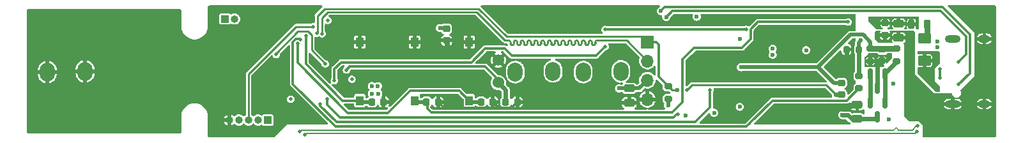
<source format=gbr>
%TF.GenerationSoftware,KiCad,Pcbnew,(7.0.0)*%
%TF.CreationDate,2023-05-08T01:10:32+02:00*%
%TF.ProjectId,Stacja Lutownicza V0.1,53746163-6a61-4204-9c75-746f776e6963,rev?*%
%TF.SameCoordinates,Original*%
%TF.FileFunction,Copper,L1,Top*%
%TF.FilePolarity,Positive*%
%FSLAX46Y46*%
G04 Gerber Fmt 4.6, Leading zero omitted, Abs format (unit mm)*
G04 Created by KiCad (PCBNEW (7.0.0)) date 2023-05-08 01:10:32*
%MOMM*%
%LPD*%
G01*
G04 APERTURE LIST*
G04 Aperture macros list*
%AMRoundRect*
0 Rectangle with rounded corners*
0 $1 Rounding radius*
0 $2 $3 $4 $5 $6 $7 $8 $9 X,Y pos of 4 corners*
0 Add a 4 corners polygon primitive as box body*
4,1,4,$2,$3,$4,$5,$6,$7,$8,$9,$2,$3,0*
0 Add four circle primitives for the rounded corners*
1,1,$1+$1,$2,$3*
1,1,$1+$1,$4,$5*
1,1,$1+$1,$6,$7*
1,1,$1+$1,$8,$9*
0 Add four rect primitives between the rounded corners*
20,1,$1+$1,$2,$3,$4,$5,0*
20,1,$1+$1,$4,$5,$6,$7,0*
20,1,$1+$1,$6,$7,$8,$9,0*
20,1,$1+$1,$8,$9,$2,$3,0*%
G04 Aperture macros list end*
%TA.AperFunction,SMDPad,CuDef*%
%ADD10RoundRect,0.225000X0.225000X0.250000X-0.225000X0.250000X-0.225000X-0.250000X0.225000X-0.250000X0*%
%TD*%
%TA.AperFunction,SMDPad,CuDef*%
%ADD11R,1.000000X1.250000*%
%TD*%
%TA.AperFunction,ComponentPad*%
%ADD12R,1.700000X1.700000*%
%TD*%
%TA.AperFunction,ComponentPad*%
%ADD13O,1.700000X1.700000*%
%TD*%
%TA.AperFunction,ComponentPad*%
%ADD14R,1.000000X1.000000*%
%TD*%
%TA.AperFunction,ComponentPad*%
%ADD15O,1.000000X1.000000*%
%TD*%
%TA.AperFunction,SMDPad,CuDef*%
%ADD16RoundRect,0.225000X0.250000X-0.225000X0.250000X0.225000X-0.250000X0.225000X-0.250000X-0.225000X0*%
%TD*%
%TA.AperFunction,SMDPad,CuDef*%
%ADD17RoundRect,0.250000X-0.475000X0.250000X-0.475000X-0.250000X0.475000X-0.250000X0.475000X0.250000X0*%
%TD*%
%TA.AperFunction,SMDPad,CuDef*%
%ADD18RoundRect,0.200000X0.275000X-0.200000X0.275000X0.200000X-0.275000X0.200000X-0.275000X-0.200000X0*%
%TD*%
%TA.AperFunction,ComponentPad*%
%ADD19C,1.524000*%
%TD*%
%TA.AperFunction,SMDPad,CuDef*%
%ADD20RoundRect,0.225000X-0.250000X0.225000X-0.250000X-0.225000X0.250000X-0.225000X0.250000X0.225000X0*%
%TD*%
%TA.AperFunction,ComponentPad*%
%ADD21O,2.100000X1.000000*%
%TD*%
%TA.AperFunction,ComponentPad*%
%ADD22O,1.600000X1.000000*%
%TD*%
%TA.AperFunction,ComponentPad*%
%ADD23O,2.000000X2.500000*%
%TD*%
%TA.AperFunction,SMDPad,CuDef*%
%ADD24RoundRect,0.150000X-0.150000X0.587500X-0.150000X-0.587500X0.150000X-0.587500X0.150000X0.587500X0*%
%TD*%
%TA.AperFunction,SMDPad,CuDef*%
%ADD25RoundRect,0.250000X0.475000X-0.250000X0.475000X0.250000X-0.475000X0.250000X-0.475000X-0.250000X0*%
%TD*%
%TA.AperFunction,SMDPad,CuDef*%
%ADD26RoundRect,0.200000X-0.275000X0.200000X-0.275000X-0.200000X0.275000X-0.200000X0.275000X0.200000X0*%
%TD*%
%TA.AperFunction,SMDPad,CuDef*%
%ADD27RoundRect,0.250001X-0.624999X0.462499X-0.624999X-0.462499X0.624999X-0.462499X0.624999X0.462499X0*%
%TD*%
%TA.AperFunction,SMDPad,CuDef*%
%ADD28RoundRect,0.218750X-0.218750X-0.381250X0.218750X-0.381250X0.218750X0.381250X-0.218750X0.381250X0*%
%TD*%
%TA.AperFunction,SMDPad,CuDef*%
%ADD29RoundRect,0.200000X0.200000X0.275000X-0.200000X0.275000X-0.200000X-0.275000X0.200000X-0.275000X0*%
%TD*%
%TA.AperFunction,ViaPad*%
%ADD30C,0.500000*%
%TD*%
%TA.AperFunction,ViaPad*%
%ADD31C,0.600000*%
%TD*%
%TA.AperFunction,Conductor*%
%ADD32C,0.250000*%
%TD*%
%TA.AperFunction,Conductor*%
%ADD33C,0.200000*%
%TD*%
%TA.AperFunction,Conductor*%
%ADD34C,0.300000*%
%TD*%
%TA.AperFunction,Conductor*%
%ADD35C,0.600000*%
%TD*%
%TA.AperFunction,Conductor*%
%ADD36C,0.500000*%
%TD*%
%TA.AperFunction,Conductor*%
%ADD37C,0.800000*%
%TD*%
G04 APERTURE END LIST*
D10*
%TO.P,C8,1*%
%TO.N,GND*%
X150775000Y-95050000D03*
%TO.P,C8,2*%
%TO.N,SW_ON{slash}OFF*%
X149225000Y-95050000D03*
%TD*%
D11*
%TO.P,SW3,1,1*%
%TO.N,GND*%
X140399999Y-87124999D03*
%TO.P,SW3,2,2*%
%TO.N,SW_BACK*%
X140399999Y-94874999D03*
%TD*%
D12*
%TO.P,OLED1,1,SDA*%
%TO.N,SDA*%
X178499999Y-87094999D03*
D13*
%TO.P,OLED1,2,SCL*%
%TO.N,SCL*%
X178499999Y-89634999D03*
%TO.P,OLED1,3,VCC*%
%TO.N,+3V3*%
X178499999Y-92174999D03*
%TO.P,OLED1,4,GND*%
%TO.N,GND*%
X178499999Y-94714999D03*
%TD*%
D14*
%TO.P,BZ1,1,-*%
%TO.N,+3V3*%
X122529999Y-84049999D03*
D15*
%TO.P,BZ1,2,+*%
%TO.N,Net-(BZ1-+)*%
X123799999Y-84049999D03*
%TD*%
D16*
%TO.P,C7,1*%
%TO.N,GND*%
X151900000Y-86900000D03*
%TO.P,C7,2*%
%TO.N,+3V3*%
X151900000Y-85350000D03*
%TD*%
D10*
%TO.P,C9,1*%
%TO.N,GND*%
X158025000Y-95050000D03*
%TO.P,C9,2*%
%TO.N,SW_NEXT*%
X156475000Y-95050000D03*
%TD*%
%TO.P,C29,1*%
%TO.N,GND*%
X161275000Y-95050000D03*
%TO.P,C29,2*%
%TO.N,TILT_SW*%
X159725000Y-95050000D03*
%TD*%
D17*
%TO.P,C18,1*%
%TO.N,+3V3*%
X176100000Y-93250000D03*
%TO.P,C18,2*%
%TO.N,GND*%
X176100000Y-95150000D03*
%TD*%
D18*
%TO.P,R24,2*%
%TO.N,SDA*%
X181250000Y-93000000D03*
%TO.P,R24,1*%
%TO.N,+3V3*%
X181250000Y-94650000D03*
%TD*%
D11*
%TO.P,SW1,2,2*%
%TO.N,SW_ON{slash}OFF*%
X147649999Y-94874999D03*
%TO.P,SW1,1,1*%
%TO.N,GND*%
X147649999Y-87124999D03*
%TD*%
D19*
%TO.P,SW4,1,1*%
%TO.N,GND*%
X158750000Y-89500000D03*
%TO.P,SW4,2,2*%
%TO.N,TILT_SW*%
X158750000Y-92500000D03*
%TD*%
D20*
%TO.P,C24,1*%
%TO.N,VBUS*%
X210000000Y-84625000D03*
%TO.P,C24,2*%
%TO.N,GND*%
X210000000Y-86175000D03*
%TD*%
D11*
%TO.P,SW2,1,1*%
%TO.N,GND*%
X154899999Y-87124999D03*
%TO.P,SW2,2,2*%
%TO.N,SW_NEXT*%
X154899999Y-94874999D03*
%TD*%
D10*
%TO.P,C10,1*%
%TO.N,GND*%
X143550000Y-95075000D03*
%TO.P,C10,2*%
%TO.N,SW_BACK*%
X142000000Y-95075000D03*
%TD*%
D21*
%TO.P,J3,S1,SHIELD*%
%TO.N,GND*%
X218969999Y-86679999D03*
D22*
X223149999Y-86679999D03*
D21*
X218969999Y-95319999D03*
D22*
X223149999Y-95319999D03*
%TD*%
D23*
%TO.P,E1,1*%
%TO.N,GND*%
X103999999Y-90999999D03*
X98999999Y-91099999D03*
%TD*%
D24*
%TO.P,Q6,3,D*%
%TO.N,VDC*%
X209000000Y-97037500D03*
%TO.P,Q6,2,S*%
%TO.N,Net-(Q6-S)*%
X208050000Y-95162500D03*
%TO.P,Q6,1,G*%
%TO.N,Net-(Q6-G)*%
X209950000Y-95162500D03*
%TD*%
D18*
%TO.P,R18,2*%
%TO.N,Net-(C21-Pad2)*%
X211550000Y-88000000D03*
%TO.P,R18,1*%
%TO.N,Net-(Q6-G)*%
X211550000Y-89650000D03*
%TD*%
D25*
%TO.P,C1,2*%
%TO.N,GND*%
X206300000Y-95400000D03*
%TO.P,C1,1*%
%TO.N,VDC*%
X206300000Y-97300000D03*
%TD*%
D16*
%TO.P,C22,2*%
%TO.N,Net-(C21-Pad2)*%
X204250000Y-92525000D03*
%TO.P,C22,1*%
%TO.N,VDC*%
X204250000Y-94075000D03*
%TD*%
D14*
%TO.P,J1,1,Pin_1*%
%TO.N,SWDIO*%
X128199999Y-97449999D03*
D15*
%TO.P,J1,2,Pin_2*%
%TO.N,SWCLK*%
X126929999Y-97449999D03*
%TO.P,J1,3,Pin_3*%
%TO.N,NRST*%
X125659999Y-97449999D03*
%TO.P,J1,4,Pin_4*%
%TO.N,+3V3*%
X124389999Y-97449999D03*
%TO.P,J1,5,Pin_5*%
%TO.N,GND*%
X123119999Y-97449999D03*
%TD*%
D23*
%TO.P,-P1,1*%
%TO.N,T12_V-*%
X160999999Y-91099999D03*
X165999999Y-90999999D03*
%TD*%
D26*
%TO.P,R23,2*%
%TO.N,VBUS*%
X208050000Y-89650000D03*
%TO.P,R23,1*%
%TO.N,Net-(C21-Pad2)*%
X208050000Y-88000000D03*
%TD*%
D24*
%TO.P,Q7,3,D*%
%TO.N,VBUS*%
X209000000Y-93200000D03*
%TO.P,Q7,2,S*%
%TO.N,Net-(Q6-S)*%
X208050000Y-91325000D03*
%TO.P,Q7,1,G*%
%TO.N,Net-(Q6-G)*%
X209950000Y-91325000D03*
%TD*%
D26*
%TO.P,R3,2*%
%TO.N,SW_SELECT*%
X206550000Y-93250000D03*
%TO.P,R3,1*%
%TO.N,Net-(Q2-G)*%
X206550000Y-91600000D03*
%TD*%
D27*
%TO.P,F1,2*%
%TO.N,Net-(F1-Pad2)*%
X215200000Y-89587500D03*
%TO.P,F1,1*%
%TO.N,Net-(F1-Pad1)*%
X215200000Y-86612500D03*
%TD*%
D17*
%TO.P,C23,2*%
%TO.N,GND*%
X211800000Y-86550000D03*
%TO.P,C23,1*%
%TO.N,VBUS*%
X211800000Y-84650000D03*
%TD*%
D28*
%TO.P,FB1,2*%
%TO.N,Net-(F1-Pad1)*%
X215612500Y-84750000D03*
%TO.P,FB1,1*%
%TO.N,VBUS*%
X213487500Y-84750000D03*
%TD*%
D29*
%TO.P,R4,2*%
%TO.N,GND*%
X204875000Y-88100000D03*
%TO.P,R4,1*%
%TO.N,Net-(Q2-G)*%
X206525000Y-88100000D03*
%TD*%
D23*
%TO.P,+P1,1*%
%TO.N,T12_V+*%
X174999999Y-90999999D03*
X169999999Y-91099999D03*
%TD*%
D16*
%TO.P,C21,2*%
%TO.N,Net-(C21-Pad2)*%
X209550000Y-88050000D03*
%TO.P,C21,1*%
%TO.N,VBUS*%
X209550000Y-89600000D03*
%TD*%
D30*
%TO.N,Buzzer*%
X129325000Y-88775000D03*
%TO.N,GND*%
X120875000Y-89300000D03*
X120875000Y-88450000D03*
D31*
X141200000Y-84625000D03*
X143400000Y-84625000D03*
X145225000Y-84625000D03*
X187525000Y-97500000D03*
D30*
%TO.N,VDC*%
X183749500Y-93475000D03*
D31*
%TO.N,GND*%
X142350000Y-87725000D03*
D30*
%TO.N,Buzzer*%
X135825000Y-90000000D03*
%TO.N,GND*%
X127375000Y-85800000D03*
X133150000Y-84250000D03*
X130300000Y-84150000D03*
X131750000Y-95200000D03*
%TO.N,+3V3*%
X131250000Y-94700000D03*
D31*
%TO.N,GND*%
X142700000Y-91950000D03*
X141950000Y-91300000D03*
D30*
X136750000Y-83750000D03*
%TO.N,+3V3*%
X136175000Y-84250000D03*
X139350000Y-92050000D03*
D31*
%TO.N,GND*%
X143150000Y-88900000D03*
X143050000Y-86900000D03*
X141950000Y-91950000D03*
X142700000Y-91275000D03*
D30*
%TO.N,USB_D-*%
X133120000Y-99420000D03*
%TO.N,USB_D+*%
X132463009Y-98982328D03*
%TO.N,NRST*%
X134211673Y-85075000D03*
%TO.N,TILT_SW*%
X138625000Y-90825000D03*
%TO.N,PD_SAFE*%
X137025878Y-92231794D03*
X172900000Y-87725000D03*
X172900000Y-85450000D03*
X191575000Y-85425000D03*
%TO.N,SW_ON{slash}OFF*%
X205100000Y-84450000D03*
%TO.N,FLIP*%
X136048911Y-94680000D03*
%TO.N,INT*%
X135150000Y-95300000D03*
%TO.N,FLIP*%
X182512500Y-96700000D03*
%TO.N,INT*%
X186800000Y-93450000D03*
%TO.N,SCL*%
X135400000Y-86000000D03*
%TO.N,SDA*%
X134700000Y-85950000D03*
%TO.N,SW_NEXT*%
X132136416Y-87325000D03*
%TO.N,SW_BACK*%
X133250000Y-86300000D03*
%TO.N,SW_SELECT*%
X132550000Y-86750000D03*
D31*
%TO.N,VDC*%
X142000000Y-93950000D03*
X142000000Y-92950000D03*
X142850000Y-93950000D03*
X142800000Y-92950000D03*
%TO.N,GND*%
X174700000Y-95150000D03*
%TO.N,+3V3*%
X174750000Y-93250000D03*
%TO.N,GND*%
X162450000Y-83950000D03*
X152075000Y-87925000D03*
%TO.N,+3V3*%
X151025000Y-85250000D03*
%TO.N,GND*%
X159575000Y-84025000D03*
X160900000Y-85175000D03*
X159575000Y-83200000D03*
X162450000Y-83200000D03*
%TO.N,Net-(Q2-G)*%
X206800000Y-86900000D03*
%TO.N,VDC*%
X204350000Y-96800000D03*
%TO.N,GND*%
X204350000Y-95975000D03*
X216850000Y-95050000D03*
X216900000Y-87000000D03*
%TO.N,VBUS*%
X208800000Y-88900000D03*
%TO.N,GND*%
X213700000Y-86900000D03*
X213700000Y-86100000D03*
X213000000Y-86900000D03*
X213000000Y-86100000D03*
X209000000Y-86600000D03*
X209000000Y-85900000D03*
%TO.N,VBUS*%
X209000000Y-85100000D03*
X209000000Y-84200000D03*
%TO.N,GND*%
X195000000Y-97500000D03*
D30*
%TO.N,USB_D-*%
X214234615Y-98947387D03*
%TO.N,USB_D+*%
X214288972Y-98250000D03*
D31*
%TO.N,+3V3*%
X181250000Y-95500000D03*
%TO.N,SDA*%
X182500000Y-93500000D03*
%TO.N,CC2*%
X180300000Y-83000000D03*
%TO.N,CC1*%
X181009583Y-83789722D03*
%TO.N,GND*%
X204900000Y-89100000D03*
X216850000Y-94200000D03*
X183100000Y-83750000D03*
X190850000Y-88950000D03*
X195000000Y-96500000D03*
X195100000Y-86100000D03*
X203450000Y-89200000D03*
X204950000Y-90300000D03*
X195100000Y-87100000D03*
X195750000Y-97500000D03*
X205050000Y-95975000D03*
X190900000Y-84450000D03*
X186525000Y-84225000D03*
X199550000Y-86700000D03*
X190950000Y-93450000D03*
X216900000Y-87800000D03*
X210475000Y-97375000D03*
X190900000Y-97250000D03*
X214687500Y-93600000D03*
X195750000Y-96500000D03*
X200650000Y-91300000D03*
%TO.N,Net-(C21-Pad2)*%
X190900000Y-90450000D03*
%TO.N,Net-(F1-Pad2)*%
X216900000Y-88600000D03*
X216900000Y-93400000D03*
%TO.N,+3V3*%
X185050000Y-83750000D03*
X195100000Y-88000000D03*
X183547382Y-96897382D03*
X187350000Y-96500000D03*
X190750000Y-95700000D03*
X190750000Y-86700000D03*
X199550000Y-88200000D03*
X195100000Y-88800000D03*
D30*
%TO.N,CC1*%
X219750000Y-89750000D03*
%TO.N,Net-(J3-D+-PadA6)*%
X217250000Y-90650500D03*
X217250000Y-91849500D03*
%TO.N,CC2*%
X219750000Y-92750000D03*
D31*
%TO.N,VDC*%
X205050000Y-96800000D03*
X203475000Y-94075000D03*
%TO.N,VBUS*%
X210500000Y-88975000D03*
X211075000Y-92650000D03*
X208200000Y-84200000D03*
%TD*%
D32*
%TO.N,Buzzer*%
X132216135Y-85725000D02*
X129325000Y-88616135D01*
X133500000Y-85725000D02*
X132216135Y-85725000D01*
X129325000Y-88616135D02*
X129325000Y-88775000D01*
X134000000Y-88175000D02*
X134000000Y-86225000D01*
X134000000Y-86225000D02*
X133500000Y-85725000D01*
X135825000Y-90000000D02*
X134000000Y-88175000D01*
%TO.N,NRST*%
X125660000Y-91365000D02*
X125660000Y-97450000D01*
X131950000Y-85075000D02*
X125660000Y-91365000D01*
X134211673Y-85075000D02*
X131950000Y-85075000D01*
D33*
%TO.N,USB_D+*%
X214154184Y-98250000D02*
X214288972Y-98250000D01*
X213629184Y-98775000D02*
X214154184Y-98250000D01*
X211925000Y-98775000D02*
X213629184Y-98775000D01*
X211803350Y-98775000D02*
X211925000Y-98775000D01*
X211664175Y-98635824D02*
X211664175Y-98635825D01*
X211403350Y-98496649D02*
X211525000Y-98496649D01*
X211664100Y-98635825D02*
G75*
G03*
X211803350Y-98775000I139200J25D01*
G01*
X211264175Y-98635825D02*
X211264175Y-98635824D01*
X211125000Y-98774975D02*
G75*
G03*
X211264175Y-98635825I0J139175D01*
G01*
X211664151Y-98635824D02*
G75*
G03*
X211525000Y-98496649I-139151J24D01*
G01*
X132463009Y-98982328D02*
X132670337Y-98775000D01*
X132670337Y-98775000D02*
X211125000Y-98775000D01*
X211403350Y-98496675D02*
G75*
G03*
X211264175Y-98635824I-50J-139125D01*
G01*
D32*
%TO.N,SCL*%
X172186170Y-86900000D02*
X175765000Y-86900000D01*
X171825000Y-86900000D02*
X172186170Y-86900000D01*
X171600000Y-87325000D02*
X171600000Y-87125000D01*
X171150000Y-87125000D02*
X171150000Y-87325000D01*
X170700000Y-87325000D02*
X170700000Y-87125000D01*
X170250000Y-87125000D02*
X170250000Y-87325000D01*
X169800000Y-87325000D02*
X169800000Y-87125000D01*
X169350000Y-87125000D02*
X169350000Y-87325000D01*
X168900000Y-87325000D02*
X168900000Y-87125000D01*
X168450000Y-87125000D02*
X168450000Y-87325000D01*
X168000000Y-87325000D02*
X168000000Y-87125000D01*
X167550000Y-87125000D02*
X167550000Y-87325000D01*
X167100000Y-87325000D02*
X167100000Y-87125000D01*
X166650000Y-87125000D02*
X166650000Y-87325000D01*
X166200000Y-87325000D02*
X166200000Y-87125000D01*
X165750000Y-87125000D02*
X165750000Y-87325000D01*
X165300000Y-87325000D02*
X165300000Y-87125000D01*
X164850000Y-87125000D02*
X164850000Y-87325000D01*
X164400000Y-87325000D02*
X164400000Y-87125000D01*
X163950000Y-87125000D02*
X163950000Y-87325000D01*
X163500000Y-87325000D02*
X163500000Y-87125000D01*
X162600000Y-87325000D02*
X162600000Y-87125000D01*
X161700000Y-87325000D02*
X161700000Y-87125000D01*
X159650000Y-86900000D02*
X160125000Y-86900000D01*
X135400000Y-86000000D02*
X135400000Y-83900000D01*
X170925000Y-86900000D02*
G75*
G03*
X170700000Y-87125000I0J-225000D01*
G01*
X170475000Y-87550000D02*
G75*
G03*
X170700000Y-87325000I0J225000D01*
G01*
X170250000Y-87325000D02*
G75*
G03*
X170475000Y-87550000I225000J0D01*
G01*
X170250000Y-87125000D02*
G75*
G03*
X170025000Y-86900000I-225000J0D01*
G01*
X170025000Y-86900000D02*
G75*
G03*
X169800000Y-87125000I0J-225000D01*
G01*
X171150000Y-87325000D02*
G75*
G03*
X171375000Y-87550000I225000J0D01*
G01*
X169575000Y-87550000D02*
G75*
G03*
X169800000Y-87325000I0J225000D01*
G01*
X169350000Y-87325000D02*
G75*
G03*
X169575000Y-87550000I225000J0D01*
G01*
X160350000Y-87125000D02*
X160350000Y-87325000D01*
X160800000Y-87325000D02*
X160800000Y-87125000D01*
X169350000Y-87125000D02*
G75*
G03*
X169125000Y-86900000I-225000J0D01*
G01*
X168450000Y-87325000D02*
G75*
G03*
X168675000Y-87550000I225000J0D01*
G01*
X168225000Y-86900000D02*
G75*
G03*
X168000000Y-87125000I0J-225000D01*
G01*
X167775000Y-87550000D02*
G75*
G03*
X168000000Y-87325000I0J225000D01*
G01*
X167550000Y-87325000D02*
G75*
G03*
X167775000Y-87550000I225000J0D01*
G01*
X162150000Y-87125000D02*
X162150000Y-87325000D01*
X166875000Y-87550000D02*
G75*
G03*
X167100000Y-87325000I0J225000D01*
G01*
X166650000Y-87325000D02*
G75*
G03*
X166875000Y-87550000I225000J0D01*
G01*
X166650000Y-87125000D02*
G75*
G03*
X166425000Y-86900000I-225000J0D01*
G01*
X166425000Y-86900000D02*
G75*
G03*
X166200000Y-87125000I0J-225000D01*
G01*
X165975000Y-87550000D02*
G75*
G03*
X166200000Y-87325000I0J225000D01*
G01*
X167325000Y-86900000D02*
G75*
G03*
X167100000Y-87125000I0J-225000D01*
G01*
X165750000Y-87325000D02*
G75*
G03*
X165975000Y-87550000I225000J0D01*
G01*
X155900000Y-83150000D02*
X159650000Y-86900000D01*
X165750000Y-87125000D02*
G75*
G03*
X165525000Y-86900000I-225000J0D01*
G01*
X165525000Y-86900000D02*
G75*
G03*
X165300000Y-87125000I0J-225000D01*
G01*
X165075000Y-87550000D02*
G75*
G03*
X165300000Y-87325000I0J225000D01*
G01*
X164625000Y-86900000D02*
G75*
G03*
X164400000Y-87125000I0J-225000D01*
G01*
X164850000Y-87325000D02*
G75*
G03*
X165075000Y-87550000I225000J0D01*
G01*
X164175000Y-87550000D02*
G75*
G03*
X164400000Y-87325000I0J225000D01*
G01*
X163950000Y-87325000D02*
G75*
G03*
X164175000Y-87550000I225000J0D01*
G01*
X163950000Y-87125000D02*
G75*
G03*
X163725000Y-86900000I-225000J0D01*
G01*
X163725000Y-86900000D02*
G75*
G03*
X163500000Y-87125000I0J-225000D01*
G01*
X163275000Y-87550000D02*
G75*
G03*
X163500000Y-87325000I0J225000D01*
G01*
X167550000Y-87125000D02*
G75*
G03*
X167325000Y-86900000I-225000J0D01*
G01*
X163050000Y-87325000D02*
G75*
G03*
X163275000Y-87550000I225000J0D01*
G01*
X163050000Y-87125000D02*
G75*
G03*
X162825000Y-86900000I-225000J0D01*
G01*
X162825000Y-86900000D02*
G75*
G03*
X162600000Y-87125000I0J-225000D01*
G01*
X162375000Y-87550000D02*
G75*
G03*
X162600000Y-87325000I0J225000D01*
G01*
X168675000Y-87550000D02*
G75*
G03*
X168900000Y-87325000I0J225000D01*
G01*
X162150000Y-87125000D02*
G75*
G03*
X161925000Y-86900000I-225000J0D01*
G01*
X161475000Y-87550000D02*
G75*
G03*
X161700000Y-87325000I0J225000D01*
G01*
X169125000Y-86900000D02*
G75*
G03*
X168900000Y-87125000I0J-225000D01*
G01*
X135400000Y-83900000D02*
X136150000Y-83150000D01*
X171150000Y-87125000D02*
G75*
G03*
X170925000Y-86900000I-225000J0D01*
G01*
X171825000Y-86900000D02*
G75*
G03*
X171600000Y-87125000I0J-225000D01*
G01*
X161250000Y-87325000D02*
G75*
G03*
X161475000Y-87550000I225000J0D01*
G01*
X161925000Y-86900000D02*
G75*
G03*
X161700000Y-87125000I0J-225000D01*
G01*
X162150000Y-87325000D02*
G75*
G03*
X162375000Y-87550000I225000J0D01*
G01*
X161025000Y-86900000D02*
G75*
G03*
X160800000Y-87125000I0J-225000D01*
G01*
X171375000Y-87550000D02*
G75*
G03*
X171600000Y-87325000I0J225000D01*
G01*
X136150000Y-83150000D02*
X155900000Y-83150000D01*
X160350000Y-87325000D02*
G75*
G03*
X160575000Y-87550000I225000J0D01*
G01*
X160350000Y-87125000D02*
G75*
G03*
X160125000Y-86900000I-225000J0D01*
G01*
X168450000Y-87125000D02*
G75*
G03*
X168225000Y-86900000I-225000J0D01*
G01*
X160575000Y-87550000D02*
G75*
G03*
X160800000Y-87325000I0J225000D01*
G01*
X161250000Y-87125000D02*
G75*
G03*
X161025000Y-86900000I-225000J0D01*
G01*
X164850000Y-87125000D02*
G75*
G03*
X164625000Y-86900000I-225000J0D01*
G01*
X175765000Y-86900000D02*
X178500000Y-89635000D01*
X161250000Y-87125000D02*
X161250000Y-87325000D01*
X163050000Y-87125000D02*
X163050000Y-87325000D01*
D34*
%TO.N,GND*%
X158850000Y-95875000D02*
X159600000Y-95875000D01*
X158025000Y-95050000D02*
X158850000Y-95875000D01*
X159600000Y-95875000D02*
X160450000Y-95875000D01*
X151600000Y-95875000D02*
X159600000Y-95875000D01*
X160450000Y-95875000D02*
X161275000Y-95050000D01*
X150775000Y-95050000D02*
X151600000Y-95875000D01*
D35*
%TO.N,TILT_SW*%
X159725000Y-95050000D02*
X159725000Y-93475000D01*
X159725000Y-93475000D02*
X158750000Y-92500000D01*
D34*
%TO.N,SW_ON{slash}OFF*%
X193125000Y-84450000D02*
X205100000Y-84450000D01*
X192175000Y-85400000D02*
X193125000Y-84450000D01*
X192175000Y-86725000D02*
X192175000Y-85400000D01*
X183150000Y-89400000D02*
X184675000Y-87875000D01*
X184675000Y-87875000D02*
X191025000Y-87875000D01*
X181775000Y-96450000D02*
X183150000Y-95075000D01*
X183150000Y-95075000D02*
X183150000Y-89400000D01*
X149850000Y-96450000D02*
X181775000Y-96450000D01*
X191025000Y-87875000D02*
X192175000Y-86725000D01*
X149325000Y-95925000D02*
X149850000Y-96450000D01*
X149325000Y-95050000D02*
X149325000Y-95925000D01*
D32*
%TO.N,VDC*%
X202225000Y-92825000D02*
X203475000Y-94075000D01*
X184399500Y-92825000D02*
X202225000Y-92825000D01*
X183749500Y-93475000D02*
X184399500Y-92825000D01*
D34*
%TO.N,PD_SAFE*%
X171700000Y-88925000D02*
X172900000Y-87725000D01*
X159575000Y-87950000D02*
X160550000Y-88925000D01*
X157025000Y-87950000D02*
X159575000Y-87950000D01*
X155175000Y-89800000D02*
X157025000Y-87950000D01*
X137025878Y-92231794D02*
X137025878Y-90674122D01*
X137025878Y-90674122D02*
X137900000Y-89800000D01*
X137900000Y-89800000D02*
X155175000Y-89800000D01*
X160550000Y-88925000D02*
X171700000Y-88925000D01*
D32*
%TO.N,SDA*%
X159850000Y-86400000D02*
X177805000Y-86400000D01*
X156150000Y-82700000D02*
X159850000Y-86400000D01*
X135700000Y-82700000D02*
X156150000Y-82700000D01*
X134786673Y-83613327D02*
X135700000Y-82700000D01*
X134786673Y-85863327D02*
X134786673Y-83613327D01*
X177805000Y-86400000D02*
X178500000Y-87095000D01*
X134700000Y-85950000D02*
X134786673Y-85863327D01*
D34*
%TO.N,SW_SELECT*%
X132525000Y-86725000D02*
X132550000Y-86750000D01*
X131887887Y-86725000D02*
X132525000Y-86725000D01*
X137175000Y-98325000D02*
X131525000Y-92675000D01*
X191625872Y-98325000D02*
X137175000Y-98325000D01*
X131525000Y-87087887D02*
X131887887Y-86725000D01*
X192125436Y-97825436D02*
X191625872Y-98325000D01*
X131525000Y-92675000D02*
X131525000Y-87087887D01*
%TO.N,TILT_SW*%
X139075000Y-90375000D02*
X138625000Y-90825000D01*
X157000000Y-90375000D02*
X139075000Y-90375000D01*
X158750000Y-92125000D02*
X157000000Y-90375000D01*
X158750000Y-92500000D02*
X158750000Y-92125000D01*
%TO.N,SW_BACK*%
X133250000Y-90010000D02*
X133250000Y-86300000D01*
X138115000Y-94875000D02*
X133250000Y-90010000D01*
X140400000Y-94875000D02*
X138115000Y-94875000D01*
%TO.N,SW_NEXT*%
X132136416Y-89826416D02*
X132136416Y-87325000D01*
X138820000Y-96510000D02*
X132136416Y-89826416D01*
X144100000Y-96510000D02*
X138820000Y-96510000D01*
X147040000Y-93570000D02*
X144100000Y-96510000D01*
X153595000Y-93570000D02*
X147040000Y-93570000D01*
X154900000Y-94875000D02*
X153595000Y-93570000D01*
%TO.N,INT*%
X184870000Y-97730000D02*
X186800000Y-95800000D01*
X135150000Y-95580000D02*
X137300000Y-97730000D01*
X135150000Y-95300000D02*
X135150000Y-95580000D01*
X137300000Y-97730000D02*
X184870000Y-97730000D01*
X186800000Y-95800000D02*
X186800000Y-93450000D01*
%TO.N,FLIP*%
X182394364Y-96700000D02*
X182512500Y-96700000D01*
X181944364Y-97150000D02*
X182394364Y-96700000D01*
X137800000Y-97150000D02*
X181944364Y-97150000D01*
X136048911Y-95398911D02*
X137800000Y-97150000D01*
X136048911Y-94680000D02*
X136048911Y-95398911D01*
D33*
%TO.N,USB_D-*%
X213957021Y-99224981D02*
X214234615Y-98947387D01*
X133315019Y-99224981D02*
X213957021Y-99224981D01*
X133120000Y-99420000D02*
X133315019Y-99224981D01*
D36*
%TO.N,SW_NEXT*%
X155075000Y-95050000D02*
X154900000Y-94875000D01*
X156475000Y-95050000D02*
X155075000Y-95050000D01*
%TO.N,SW_ON{slash}OFF*%
X147825000Y-95050000D02*
X147650000Y-94875000D01*
X149225000Y-95050000D02*
X147825000Y-95050000D01*
%TO.N,SW_BACK*%
X140600000Y-95075000D02*
X140400000Y-94875000D01*
X142000000Y-95075000D02*
X140600000Y-95075000D01*
D32*
X140625000Y-95100000D02*
X140400000Y-94875000D01*
%TO.N,SW_NEXT*%
X156200000Y-94875000D02*
X156375000Y-95050000D01*
D34*
%TO.N,PD_SAFE*%
X172925000Y-85425000D02*
X172900000Y-85450000D01*
X191575000Y-85425000D02*
X172925000Y-85425000D01*
D36*
%TO.N,GND*%
X152075000Y-87075000D02*
X151900000Y-86900000D01*
X152075000Y-87925000D02*
X152075000Y-87075000D01*
%TO.N,+3V3*%
X151800000Y-85250000D02*
X151900000Y-85350000D01*
X151025000Y-85250000D02*
X151800000Y-85250000D01*
D34*
%TO.N,SW_SELECT*%
X192125436Y-97825436D02*
X192000000Y-97950871D01*
X195075871Y-94875000D02*
X192125436Y-97825436D01*
X206550000Y-93250000D02*
X204925000Y-94875000D01*
X204925000Y-94875000D02*
X195075871Y-94875000D01*
%TO.N,CC1*%
X181799305Y-83000000D02*
X181009583Y-83789722D01*
X220750000Y-86400000D02*
X217350000Y-83000000D01*
X217350000Y-83000000D02*
X181799305Y-83000000D01*
X220750000Y-88750000D02*
X220750000Y-86400000D01*
X219750000Y-89750000D02*
X220750000Y-88750000D01*
%TO.N,CC2*%
X221250000Y-86150000D02*
X217600000Y-82500000D01*
X221250000Y-91250000D02*
X221250000Y-86150000D01*
X219750000Y-92750000D02*
X221250000Y-91250000D01*
X217600000Y-82500000D02*
X180800000Y-82500000D01*
X180800000Y-82500000D02*
X180300000Y-83000000D01*
D36*
%TO.N,+3V3*%
X177425000Y-93250000D02*
X178500000Y-92175000D01*
X176100000Y-93250000D02*
X177425000Y-93250000D01*
X174750000Y-93250000D02*
X176100000Y-93250000D01*
%TO.N,Net-(C21-Pad2)*%
X203205761Y-92525000D02*
X201130761Y-90450000D01*
X204250000Y-92525000D02*
X203205761Y-92525000D01*
X208050000Y-87089339D02*
X208050000Y-88000000D01*
X205430761Y-86150000D02*
X207110661Y-86150000D01*
X207110661Y-86150000D02*
X208050000Y-87089339D01*
X201130761Y-90450000D02*
X205430761Y-86150000D01*
X190900000Y-90450000D02*
X201130761Y-90450000D01*
D35*
%TO.N,VDC*%
X203475000Y-94075000D02*
X204250000Y-94075000D01*
D34*
%TO.N,Net-(C21-Pad2)*%
X204250000Y-92525000D02*
X204125000Y-92400000D01*
X208050000Y-88000000D02*
X207900000Y-87850000D01*
D36*
%TO.N,Net-(Q2-G)*%
X206525000Y-87175000D02*
X206800000Y-86900000D01*
X206525000Y-88100000D02*
X206525000Y-87175000D01*
D35*
%TO.N,GND*%
X204900000Y-88125000D02*
X204875000Y-88100000D01*
X204900000Y-89100000D02*
X204900000Y-88125000D01*
%TO.N,Net-(Q2-G)*%
X206550000Y-88125000D02*
X206525000Y-88100000D01*
X206550000Y-91600000D02*
X206550000Y-88125000D01*
X206662500Y-91487500D02*
X206550000Y-91600000D01*
%TO.N,VDC*%
X205050000Y-96800000D02*
X204350000Y-96800000D01*
%TO.N,GND*%
X205050000Y-95975000D02*
X204350000Y-95975000D01*
X205050000Y-95975000D02*
X205625000Y-95400000D01*
X205625000Y-95400000D02*
X206300000Y-95400000D01*
%TO.N,VBUS*%
X209550000Y-89600000D02*
X209000000Y-90150000D01*
X209000000Y-90150000D02*
X209000000Y-93200000D01*
D36*
%TO.N,+3V3*%
X181250000Y-95500000D02*
X181250000Y-94650000D01*
D34*
%TO.N,SDA*%
X179979977Y-91729977D02*
X181250000Y-93000000D01*
X179650000Y-87095000D02*
X179979977Y-87424977D01*
X179979977Y-87424977D02*
X179979977Y-91729977D01*
X178500000Y-87095000D02*
X179650000Y-87095000D01*
D32*
X181750000Y-93500000D02*
X181250000Y-93000000D01*
X182500000Y-93500000D02*
X181750000Y-93500000D01*
D34*
%TO.N,Net-(C21-Pad2)*%
X208025000Y-88025000D02*
X208050000Y-88000000D01*
D37*
X208050000Y-88000000D02*
X211550000Y-88000000D01*
D34*
X204225000Y-92550000D02*
X204250000Y-92525000D01*
D37*
%TO.N,Net-(F1-Pad1)*%
X215200000Y-86612500D02*
X215600000Y-86212500D01*
X215600000Y-84762500D02*
X215612500Y-84750000D01*
X215600000Y-86212500D02*
X215600000Y-84762500D01*
D35*
%TO.N,Net-(F1-Pad2)*%
X215312500Y-89700000D02*
X215200000Y-89587500D01*
D34*
%TO.N,Net-(J3-D+-PadA6)*%
X217250000Y-91849500D02*
X217250000Y-90650500D01*
D35*
%TO.N,Net-(Q6-G)*%
X209950000Y-91325000D02*
X209950000Y-91250000D01*
X209950000Y-91250000D02*
X211550000Y-89650000D01*
X209950000Y-95162500D02*
X209950000Y-91325000D01*
%TO.N,Net-(Q6-S)*%
X208050000Y-95162500D02*
X208050000Y-91325000D01*
%TO.N,VDC*%
X205550000Y-97300000D02*
X205050000Y-96800000D01*
X206300000Y-97300000D02*
X205550000Y-97300000D01*
X206300000Y-97300000D02*
X208737500Y-97300000D01*
X208737500Y-97300000D02*
X209000000Y-97037500D01*
%TO.N,VBUS*%
X208100000Y-89600000D02*
X208050000Y-89650000D01*
%TD*%
%TA.AperFunction,Conductor*%
%TO.N,VBUS*%
G36*
X214450500Y-83713263D02*
G01*
X214486737Y-83749500D01*
X214500000Y-83799000D01*
X214500000Y-85301000D01*
X214486737Y-85350500D01*
X214450500Y-85386737D01*
X214401000Y-85400000D01*
X214143918Y-85400000D01*
X214095902Y-85387577D01*
X214059938Y-85353424D01*
X214045050Y-85306114D01*
X214054977Y-85257521D01*
X214061179Y-85244832D01*
X214065665Y-85230316D01*
X214074484Y-85169785D01*
X214075000Y-85162669D01*
X214075000Y-85013033D01*
X214072245Y-85002754D01*
X214061967Y-85000000D01*
X212913034Y-85000000D01*
X212902755Y-85002754D01*
X212900001Y-85013033D01*
X212900001Y-85162667D01*
X212900516Y-85169786D01*
X212909334Y-85230311D01*
X212913820Y-85244831D01*
X212917334Y-85252018D01*
X212927262Y-85300611D01*
X212912375Y-85347922D01*
X212876411Y-85382076D01*
X212828394Y-85394500D01*
X212585194Y-85394500D01*
X212530193Y-85377815D01*
X212493730Y-85333386D01*
X212488096Y-85276186D01*
X212515190Y-85225496D01*
X212597134Y-85143551D01*
X212606176Y-85131105D01*
X212656628Y-85032088D01*
X212661383Y-85017453D01*
X212674390Y-84935327D01*
X212675000Y-84927588D01*
X212675000Y-84913033D01*
X212672245Y-84902754D01*
X212661967Y-84900000D01*
X210938034Y-84900000D01*
X210927755Y-84902754D01*
X210925001Y-84913033D01*
X210925001Y-84927585D01*
X210925610Y-84935329D01*
X210938615Y-85017448D01*
X210943372Y-85032091D01*
X210993823Y-85131105D01*
X211002865Y-85143551D01*
X211084810Y-85225496D01*
X211111904Y-85276186D01*
X211106270Y-85333386D01*
X211069807Y-85377815D01*
X211014806Y-85394500D01*
X210669411Y-85394500D01*
X210665267Y-85395212D01*
X210665256Y-85395213D01*
X210645725Y-85398570D01*
X210628959Y-85400000D01*
X210406710Y-85400000D01*
X210356033Y-85386046D01*
X210319642Y-85348119D01*
X210307795Y-85296909D01*
X210323830Y-85246852D01*
X210363229Y-85212059D01*
X210463552Y-85163013D01*
X210476713Y-85153616D01*
X210553616Y-85076713D01*
X210563013Y-85063552D01*
X210611002Y-84965389D01*
X210615488Y-84950871D01*
X210624484Y-84889126D01*
X210624656Y-84886751D01*
X210622245Y-84877754D01*
X210611967Y-84875000D01*
X209388033Y-84875000D01*
X209377754Y-84877754D01*
X209375343Y-84886751D01*
X209375515Y-84889126D01*
X209384511Y-84950871D01*
X209388997Y-84965389D01*
X209436986Y-85063552D01*
X209446383Y-85076713D01*
X209523286Y-85153616D01*
X209536447Y-85163013D01*
X209636771Y-85212059D01*
X209676170Y-85246852D01*
X209692205Y-85296909D01*
X209680358Y-85348119D01*
X209643967Y-85386046D01*
X209593290Y-85400000D01*
X209371041Y-85400000D01*
X209354275Y-85398570D01*
X209334743Y-85395213D01*
X209334733Y-85395212D01*
X209330589Y-85394500D01*
X209075439Y-85394500D01*
X209074577Y-85394530D01*
X209074554Y-85394531D01*
X209063107Y-85394938D01*
X209059593Y-85395000D01*
X208940367Y-85395000D01*
X208936848Y-85394937D01*
X208925451Y-85394531D01*
X208925414Y-85394530D01*
X208924561Y-85394500D01*
X208835508Y-85394500D01*
X208797622Y-85386964D01*
X208765504Y-85365504D01*
X207886967Y-84486967D01*
X212900000Y-84486967D01*
X212902754Y-84497245D01*
X212913033Y-84500000D01*
X213224467Y-84500000D01*
X213234745Y-84497245D01*
X213237500Y-84486967D01*
X213737500Y-84486967D01*
X213740254Y-84497245D01*
X213750533Y-84500000D01*
X214061966Y-84500000D01*
X214072244Y-84497245D01*
X214074999Y-84486967D01*
X214074999Y-84337333D01*
X214074483Y-84330213D01*
X214065665Y-84269688D01*
X214061178Y-84255166D01*
X214014109Y-84158883D01*
X214004708Y-84145716D01*
X213929283Y-84070291D01*
X213916116Y-84060890D01*
X213819828Y-84013819D01*
X213805316Y-84009334D01*
X213747262Y-84000876D01*
X213740254Y-84002754D01*
X213737500Y-84013033D01*
X213737500Y-84486967D01*
X213237500Y-84486967D01*
X213237500Y-84013034D01*
X213234745Y-84002755D01*
X213227737Y-84000877D01*
X213169688Y-84009334D01*
X213155166Y-84013821D01*
X213058883Y-84060890D01*
X213045716Y-84070291D01*
X212970291Y-84145716D01*
X212960890Y-84158883D01*
X212913819Y-84255171D01*
X212909334Y-84269683D01*
X212900515Y-84330214D01*
X212900000Y-84337331D01*
X212900000Y-84486967D01*
X207886967Y-84486967D01*
X207828996Y-84428996D01*
X207807536Y-84396878D01*
X207805565Y-84386967D01*
X210925000Y-84386967D01*
X210927754Y-84397245D01*
X210938033Y-84400000D01*
X211536967Y-84400000D01*
X211547245Y-84397245D01*
X211550000Y-84386967D01*
X212050000Y-84386967D01*
X212052754Y-84397245D01*
X212063033Y-84400000D01*
X212661966Y-84400000D01*
X212672244Y-84397245D01*
X212674999Y-84386967D01*
X212674999Y-84372415D01*
X212674389Y-84364670D01*
X212661384Y-84282551D01*
X212656627Y-84267908D01*
X212606176Y-84168894D01*
X212597134Y-84156448D01*
X212518551Y-84077865D01*
X212506105Y-84068823D01*
X212407088Y-84018371D01*
X212392453Y-84013616D01*
X212310327Y-84000609D01*
X212302588Y-84000000D01*
X212063033Y-84000000D01*
X212052754Y-84002754D01*
X212050000Y-84013033D01*
X212050000Y-84386967D01*
X211550000Y-84386967D01*
X211550000Y-84013034D01*
X211547245Y-84002755D01*
X211536967Y-84000001D01*
X211297415Y-84000001D01*
X211289670Y-84000610D01*
X211207551Y-84013615D01*
X211192908Y-84018372D01*
X211093894Y-84068823D01*
X211081448Y-84077865D01*
X211002865Y-84156448D01*
X210993823Y-84168894D01*
X210943371Y-84267911D01*
X210938616Y-84282546D01*
X210925609Y-84364672D01*
X210925000Y-84372412D01*
X210925000Y-84386967D01*
X207805565Y-84386967D01*
X207800847Y-84363248D01*
X209375343Y-84363248D01*
X209377754Y-84372245D01*
X209388033Y-84375000D01*
X209736967Y-84375000D01*
X209747245Y-84372245D01*
X209750000Y-84361967D01*
X210250000Y-84361967D01*
X210252754Y-84372245D01*
X210263033Y-84375000D01*
X210611967Y-84375000D01*
X210622245Y-84372245D01*
X210624656Y-84363248D01*
X210624484Y-84360873D01*
X210615488Y-84299128D01*
X210611002Y-84284610D01*
X210563013Y-84186447D01*
X210553616Y-84173286D01*
X210476713Y-84096383D01*
X210463552Y-84086986D01*
X210365389Y-84038997D01*
X210350871Y-84034511D01*
X210289126Y-84025515D01*
X210282010Y-84025000D01*
X210263033Y-84025000D01*
X210252754Y-84027754D01*
X210250000Y-84038033D01*
X210250000Y-84361967D01*
X209750000Y-84361967D01*
X209750000Y-84038033D01*
X209747245Y-84027754D01*
X209736967Y-84025000D01*
X209717990Y-84025000D01*
X209710873Y-84025515D01*
X209649128Y-84034511D01*
X209634610Y-84038997D01*
X209536447Y-84086986D01*
X209523286Y-84096383D01*
X209446383Y-84173286D01*
X209436986Y-84186447D01*
X209388997Y-84284610D01*
X209384511Y-84299128D01*
X209375515Y-84360873D01*
X209375343Y-84363248D01*
X207800847Y-84363248D01*
X207800000Y-84358992D01*
X207800000Y-83799000D01*
X207813263Y-83749500D01*
X207849500Y-83713263D01*
X207899000Y-83700000D01*
X214401000Y-83700000D01*
X214450500Y-83713263D01*
G37*
%TD.AperFunction*%
%TD*%
%TA.AperFunction,Conductor*%
%TO.N,Net-(F1-Pad2)*%
G36*
X216826907Y-88300167D02*
G01*
X216828039Y-88300500D01*
X216968448Y-88300500D01*
X216971961Y-88300500D01*
X216973092Y-88300167D01*
X216975438Y-88300000D01*
X217058992Y-88300000D01*
X217096878Y-88307536D01*
X217128996Y-88328996D01*
X217271004Y-88471004D01*
X217292464Y-88503122D01*
X217300000Y-88541008D01*
X217300000Y-89858992D01*
X217292464Y-89896878D01*
X217271004Y-89928996D01*
X216606891Y-90593108D01*
X216606888Y-90593111D01*
X216600000Y-90600000D01*
X216600000Y-92300000D01*
X216607029Y-92306910D01*
X216607030Y-92306911D01*
X217270403Y-92959052D01*
X217292302Y-92991375D01*
X217300000Y-93029651D01*
X217300000Y-93601000D01*
X217286737Y-93650500D01*
X217250500Y-93686737D01*
X217201000Y-93700000D01*
X216925438Y-93700000D01*
X216923092Y-93699832D01*
X216921961Y-93699500D01*
X216778039Y-93699500D01*
X216776907Y-93699832D01*
X216774562Y-93700000D01*
X216741008Y-93700000D01*
X216703122Y-93692464D01*
X216671004Y-93671004D01*
X214328996Y-91328996D01*
X214307536Y-91296878D01*
X214300000Y-91258992D01*
X214300000Y-90520364D01*
X214312623Y-90471990D01*
X214347274Y-90435952D01*
X214395116Y-90421440D01*
X214435171Y-90430230D01*
X214435500Y-90429220D01*
X214457546Y-90436383D01*
X214539673Y-90449390D01*
X214547413Y-90450000D01*
X214936967Y-90450000D01*
X214947245Y-90447245D01*
X214950000Y-90436967D01*
X215450000Y-90436967D01*
X215452754Y-90447245D01*
X215463033Y-90450000D01*
X215852587Y-90450000D01*
X215860326Y-90449390D01*
X215942453Y-90436383D01*
X215957087Y-90431628D01*
X216056102Y-90381177D01*
X216068551Y-90372132D01*
X216147132Y-90293551D01*
X216156177Y-90281102D01*
X216206628Y-90182087D01*
X216211383Y-90167453D01*
X216224390Y-90085326D01*
X216225000Y-90077587D01*
X216225000Y-89850533D01*
X216222245Y-89840254D01*
X216211967Y-89837500D01*
X215463033Y-89837500D01*
X215452754Y-89840254D01*
X215450000Y-89850533D01*
X215450000Y-90436967D01*
X214950000Y-90436967D01*
X214950000Y-89324467D01*
X215450000Y-89324467D01*
X215452754Y-89334745D01*
X215463033Y-89337500D01*
X216211967Y-89337500D01*
X216222245Y-89334745D01*
X216225000Y-89324467D01*
X216225000Y-89097413D01*
X216224390Y-89089673D01*
X216211383Y-89007546D01*
X216206628Y-88992912D01*
X216156177Y-88893897D01*
X216147132Y-88881448D01*
X216068551Y-88802867D01*
X216056102Y-88793822D01*
X215957087Y-88743371D01*
X215942453Y-88738616D01*
X215860326Y-88725609D01*
X215852587Y-88725000D01*
X215463033Y-88725000D01*
X215452754Y-88727754D01*
X215450000Y-88738033D01*
X215450000Y-89324467D01*
X214950000Y-89324467D01*
X214950000Y-88738033D01*
X214947245Y-88727754D01*
X214936967Y-88725000D01*
X214547413Y-88725000D01*
X214539673Y-88725609D01*
X214457546Y-88738616D01*
X214435500Y-88745780D01*
X214435171Y-88744769D01*
X214395116Y-88753560D01*
X214347274Y-88739048D01*
X214312623Y-88703010D01*
X214300000Y-88654636D01*
X214300000Y-88399000D01*
X214313263Y-88349500D01*
X214349500Y-88313263D01*
X214399000Y-88300000D01*
X216824562Y-88300000D01*
X216826907Y-88300167D01*
G37*
%TD.AperFunction*%
%TD*%
%TA.AperFunction,Conductor*%
%TO.N,VBUS*%
G36*
X208010639Y-88600500D02*
G01*
X208969848Y-88600500D01*
X208998167Y-88606133D01*
X209022173Y-88622173D01*
X209200000Y-88800000D01*
X209207288Y-88800000D01*
X210092712Y-88800000D01*
X210100000Y-88800000D01*
X210277827Y-88622173D01*
X210301833Y-88606133D01*
X210330152Y-88600500D01*
X210826000Y-88600500D01*
X210863000Y-88610414D01*
X210890086Y-88637500D01*
X210900000Y-88674500D01*
X210900000Y-89269348D01*
X210894367Y-89297667D01*
X210878326Y-89321674D01*
X210247018Y-89952981D01*
X210206746Y-89973667D01*
X210161962Y-89967023D01*
X210129429Y-89935538D01*
X210121325Y-89890995D01*
X210124683Y-89865489D01*
X210125000Y-89860657D01*
X210125000Y-89859743D01*
X210122940Y-89852059D01*
X210115257Y-89850000D01*
X209809743Y-89850000D01*
X209802059Y-89852059D01*
X209800000Y-89859743D01*
X209800000Y-90140256D01*
X209802059Y-90147939D01*
X209809743Y-90149999D01*
X209835654Y-90149999D01*
X209840489Y-90149682D01*
X209865997Y-90146324D01*
X209910539Y-90154429D01*
X209942025Y-90186962D01*
X209948668Y-90231745D01*
X209927982Y-90272017D01*
X209834674Y-90365326D01*
X209810667Y-90381367D01*
X209782348Y-90387000D01*
X209766740Y-90387000D01*
X209764096Y-90387385D01*
X209764085Y-90387386D01*
X209704292Y-90396098D01*
X209704287Y-90396099D01*
X209698607Y-90396927D01*
X209697606Y-90397416D01*
X209680495Y-90400000D01*
X208319505Y-90400000D01*
X208302393Y-90397416D01*
X208301393Y-90396927D01*
X208295710Y-90396099D01*
X208295707Y-90396098D01*
X208235914Y-90387386D01*
X208235904Y-90387385D01*
X208233260Y-90387000D01*
X207866740Y-90387000D01*
X207864096Y-90387385D01*
X207864085Y-90387386D01*
X207804292Y-90396098D01*
X207804287Y-90396099D01*
X207798607Y-90396927D01*
X207797606Y-90397416D01*
X207780495Y-90400000D01*
X207374000Y-90400000D01*
X207337000Y-90390086D01*
X207309914Y-90363000D01*
X207300000Y-90326000D01*
X207300000Y-89910399D01*
X207476811Y-89910399D01*
X207477268Y-89914343D01*
X207480158Y-89924967D01*
X207520443Y-90016205D01*
X207528061Y-90027326D01*
X207597673Y-90096938D01*
X207608794Y-90104556D01*
X207700036Y-90144843D01*
X207710650Y-90147731D01*
X207728078Y-90149753D01*
X207732350Y-90150000D01*
X207790257Y-90150000D01*
X207797940Y-90147940D01*
X207800000Y-90140257D01*
X207800000Y-90140256D01*
X208300000Y-90140256D01*
X208302059Y-90147939D01*
X208309743Y-90149999D01*
X208367647Y-90149999D01*
X208371925Y-90149751D01*
X208389343Y-90147731D01*
X208399967Y-90144841D01*
X208491205Y-90104556D01*
X208502326Y-90096938D01*
X208571938Y-90027326D01*
X208579556Y-90016205D01*
X208619842Y-89924964D01*
X208622731Y-89914348D01*
X208623189Y-89910397D01*
X208621833Y-89902281D01*
X208613930Y-89900000D01*
X208309743Y-89900000D01*
X208302059Y-89902059D01*
X208300000Y-89909743D01*
X208300000Y-90140256D01*
X207800000Y-90140256D01*
X207800000Y-89909743D01*
X207797940Y-89902059D01*
X207790257Y-89900000D01*
X207486073Y-89900000D01*
X207478167Y-89902282D01*
X207476811Y-89910399D01*
X207300000Y-89910399D01*
X207300000Y-89860654D01*
X208975001Y-89860654D01*
X208975318Y-89865493D01*
X208980492Y-89904802D01*
X208983622Y-89915542D01*
X209026932Y-90008421D01*
X209034245Y-90018865D01*
X209106134Y-90090754D01*
X209116578Y-90098067D01*
X209209455Y-90141376D01*
X209220199Y-90144508D01*
X209259508Y-90149683D01*
X209264343Y-90150000D01*
X209290257Y-90150000D01*
X209297940Y-90147940D01*
X209300000Y-90140257D01*
X209300000Y-89859743D01*
X209297940Y-89852059D01*
X209290257Y-89850000D01*
X208984744Y-89850000D01*
X208977060Y-89852059D01*
X208975001Y-89859743D01*
X208975001Y-89860654D01*
X207300000Y-89860654D01*
X207300000Y-89389602D01*
X207476810Y-89389602D01*
X207478166Y-89397718D01*
X207486070Y-89400000D01*
X207790257Y-89400000D01*
X207797940Y-89397940D01*
X207800000Y-89390257D01*
X208300000Y-89390257D01*
X208302059Y-89397940D01*
X208309743Y-89400000D01*
X208613927Y-89400000D01*
X208621832Y-89397717D01*
X208623188Y-89389600D01*
X208622731Y-89385656D01*
X208619841Y-89375032D01*
X208604487Y-89340257D01*
X208975000Y-89340257D01*
X208977059Y-89347940D01*
X208984743Y-89350000D01*
X209290257Y-89350000D01*
X209297940Y-89347940D01*
X209300000Y-89340257D01*
X209800000Y-89340257D01*
X209802059Y-89347940D01*
X209809743Y-89350000D01*
X210115256Y-89350000D01*
X210122939Y-89347940D01*
X210124999Y-89340257D01*
X210124999Y-89339346D01*
X210124681Y-89334506D01*
X210119507Y-89295197D01*
X210116377Y-89284457D01*
X210073067Y-89191578D01*
X210065754Y-89181134D01*
X209993865Y-89109245D01*
X209983421Y-89101932D01*
X209890544Y-89058623D01*
X209879800Y-89055491D01*
X209840491Y-89050316D01*
X209835657Y-89050000D01*
X209809743Y-89050000D01*
X209802059Y-89052059D01*
X209800000Y-89059743D01*
X209800000Y-89340257D01*
X209300000Y-89340257D01*
X209300000Y-89059744D01*
X209297940Y-89052060D01*
X209290257Y-89050001D01*
X209264346Y-89050001D01*
X209259506Y-89050318D01*
X209220197Y-89055492D01*
X209209457Y-89058622D01*
X209116578Y-89101932D01*
X209106134Y-89109245D01*
X209034245Y-89181134D01*
X209026932Y-89191578D01*
X208983623Y-89284455D01*
X208980491Y-89295199D01*
X208975316Y-89334508D01*
X208975000Y-89339343D01*
X208975000Y-89340257D01*
X208604487Y-89340257D01*
X208579556Y-89283794D01*
X208571938Y-89272673D01*
X208502326Y-89203061D01*
X208491205Y-89195443D01*
X208399963Y-89155156D01*
X208389349Y-89152268D01*
X208371921Y-89150246D01*
X208367650Y-89150000D01*
X208309743Y-89150000D01*
X208302059Y-89152059D01*
X208300000Y-89159743D01*
X208300000Y-89390257D01*
X207800000Y-89390257D01*
X207800000Y-89159744D01*
X207797940Y-89152060D01*
X207790257Y-89150001D01*
X207732353Y-89150001D01*
X207728074Y-89150248D01*
X207710656Y-89152268D01*
X207700032Y-89155158D01*
X207608794Y-89195443D01*
X207597673Y-89203061D01*
X207528061Y-89272673D01*
X207520443Y-89283794D01*
X207480157Y-89375035D01*
X207477268Y-89385651D01*
X207476810Y-89389602D01*
X207300000Y-89389602D01*
X207300000Y-89130652D01*
X207305633Y-89102333D01*
X207321674Y-89078326D01*
X207350000Y-89050000D01*
X207777829Y-88622170D01*
X207801833Y-88606132D01*
X207830148Y-88600499D01*
X208010636Y-88600499D01*
X208010639Y-88600500D01*
G37*
%TD.AperFunction*%
%TD*%
%TA.AperFunction,Conductor*%
%TO.N,GND*%
G36*
X224505751Y-82251411D02*
G01*
X224521725Y-82253940D01*
X224565525Y-82260877D01*
X224587540Y-82268031D01*
X224636210Y-82292829D01*
X224654938Y-82306436D01*
X224693563Y-82345061D01*
X224707171Y-82363791D01*
X224731967Y-82412455D01*
X224739122Y-82434475D01*
X224748589Y-82494248D01*
X224749500Y-82505824D01*
X224749500Y-99494176D01*
X224748589Y-99505752D01*
X224739122Y-99565524D01*
X224731967Y-99587544D01*
X224707171Y-99636208D01*
X224693563Y-99654938D01*
X224654938Y-99693563D01*
X224636208Y-99707171D01*
X224587544Y-99731967D01*
X224565524Y-99739122D01*
X224505752Y-99748589D01*
X224494176Y-99749500D01*
X215024000Y-99749500D01*
X214987000Y-99739586D01*
X214959914Y-99712500D01*
X214950000Y-99675500D01*
X214950000Y-98157288D01*
X214950000Y-98150000D01*
X214400000Y-97600000D01*
X214392712Y-97600000D01*
X213180652Y-97600000D01*
X213152333Y-97594367D01*
X213128326Y-97578326D01*
X212571674Y-97021674D01*
X212555633Y-96997667D01*
X212550000Y-96969348D01*
X212550000Y-95575659D01*
X217763628Y-95575659D01*
X217837600Y-95716604D01*
X217842646Y-95723914D01*
X217949435Y-95844454D01*
X217956091Y-95850350D01*
X218088622Y-95941829D01*
X218096487Y-95945957D01*
X218247062Y-96003063D01*
X218255694Y-96005190D01*
X218375430Y-96019729D01*
X218379902Y-96020000D01*
X218710257Y-96020000D01*
X218717940Y-96017940D01*
X218720000Y-96010257D01*
X219220000Y-96010257D01*
X219222059Y-96017940D01*
X219229743Y-96020000D01*
X219560098Y-96020000D01*
X219564569Y-96019729D01*
X219684305Y-96005190D01*
X219692937Y-96003063D01*
X219843512Y-95945957D01*
X219851377Y-95941829D01*
X219983908Y-95850350D01*
X219990564Y-95844454D01*
X220097353Y-95723914D01*
X220102399Y-95716604D01*
X220176371Y-95575659D01*
X222193628Y-95575659D01*
X222267600Y-95716604D01*
X222272646Y-95723914D01*
X222379435Y-95844454D01*
X222386091Y-95850350D01*
X222518622Y-95941829D01*
X222526487Y-95945957D01*
X222677062Y-96003063D01*
X222685694Y-96005190D01*
X222805430Y-96019729D01*
X222809902Y-96020000D01*
X222890257Y-96020000D01*
X222897940Y-96017940D01*
X222900000Y-96010257D01*
X223400000Y-96010257D01*
X223402059Y-96017940D01*
X223409743Y-96020000D01*
X223490098Y-96020000D01*
X223494569Y-96019729D01*
X223614305Y-96005190D01*
X223622937Y-96003063D01*
X223773512Y-95945957D01*
X223781377Y-95941829D01*
X223913908Y-95850350D01*
X223920564Y-95844454D01*
X224027353Y-95723914D01*
X224032399Y-95716604D01*
X224106371Y-95575659D01*
X224106162Y-95572498D01*
X224098110Y-95570000D01*
X223409743Y-95570000D01*
X223402059Y-95572059D01*
X223400000Y-95579743D01*
X223400000Y-96010257D01*
X222900000Y-96010257D01*
X222900000Y-95579743D01*
X222897940Y-95572059D01*
X222890257Y-95570000D01*
X222201890Y-95570000D01*
X222193837Y-95572498D01*
X222193628Y-95575659D01*
X220176371Y-95575659D01*
X220176162Y-95572498D01*
X220168110Y-95570000D01*
X219229743Y-95570000D01*
X219222059Y-95572059D01*
X219220000Y-95579743D01*
X219220000Y-96010257D01*
X218720000Y-96010257D01*
X218720000Y-95579743D01*
X218717940Y-95572059D01*
X218710257Y-95570000D01*
X217771890Y-95570000D01*
X217763837Y-95572498D01*
X217763628Y-95575659D01*
X212550000Y-95575659D01*
X212550000Y-95064340D01*
X217763628Y-95064340D01*
X217763837Y-95067501D01*
X217771890Y-95070000D01*
X218710257Y-95070000D01*
X218717940Y-95067940D01*
X218720000Y-95060257D01*
X219220000Y-95060257D01*
X219222059Y-95067940D01*
X219229743Y-95070000D01*
X220168110Y-95070000D01*
X220176162Y-95067501D01*
X220176371Y-95064340D01*
X222193628Y-95064340D01*
X222193837Y-95067501D01*
X222201890Y-95070000D01*
X222890257Y-95070000D01*
X222897940Y-95067940D01*
X222900000Y-95060257D01*
X223400000Y-95060257D01*
X223402059Y-95067940D01*
X223409743Y-95070000D01*
X224098110Y-95070000D01*
X224106162Y-95067501D01*
X224106371Y-95064340D01*
X224032399Y-94923395D01*
X224027353Y-94916085D01*
X223920564Y-94795545D01*
X223913908Y-94789649D01*
X223781377Y-94698170D01*
X223773512Y-94694042D01*
X223622937Y-94636936D01*
X223614305Y-94634809D01*
X223494569Y-94620270D01*
X223490098Y-94620000D01*
X223409743Y-94620000D01*
X223402059Y-94622059D01*
X223400000Y-94629743D01*
X223400000Y-95060257D01*
X222900000Y-95060257D01*
X222900000Y-94629743D01*
X222897940Y-94622059D01*
X222890257Y-94620000D01*
X222809902Y-94620000D01*
X222805430Y-94620270D01*
X222685694Y-94634809D01*
X222677062Y-94636936D01*
X222526487Y-94694042D01*
X222518622Y-94698170D01*
X222386091Y-94789649D01*
X222379435Y-94795545D01*
X222272646Y-94916085D01*
X222267600Y-94923395D01*
X222193628Y-95064340D01*
X220176371Y-95064340D01*
X220102399Y-94923395D01*
X220097353Y-94916085D01*
X219990564Y-94795545D01*
X219983908Y-94789649D01*
X219851377Y-94698170D01*
X219843512Y-94694042D01*
X219692937Y-94636936D01*
X219684305Y-94634809D01*
X219564569Y-94620270D01*
X219560098Y-94620000D01*
X219229743Y-94620000D01*
X219222059Y-94622059D01*
X219220000Y-94629743D01*
X219220000Y-95060257D01*
X218720000Y-95060257D01*
X218720000Y-94629743D01*
X218717940Y-94622059D01*
X218710257Y-94620000D01*
X218379902Y-94620000D01*
X218375430Y-94620270D01*
X218255694Y-94634809D01*
X218247062Y-94636936D01*
X218096487Y-94694042D01*
X218088622Y-94698170D01*
X217956091Y-94789649D01*
X217949435Y-94795545D01*
X217842646Y-94916085D01*
X217837600Y-94923395D01*
X217763628Y-95064340D01*
X212550000Y-95064340D01*
X212550000Y-87457288D01*
X212550000Y-87450000D01*
X212433653Y-87333653D01*
X212412444Y-87289611D01*
X212423323Y-87241955D01*
X212461541Y-87211479D01*
X212482414Y-87204175D01*
X212492106Y-87199054D01*
X212592329Y-87125085D01*
X212600085Y-87117329D01*
X212674054Y-87017106D01*
X212679177Y-87007411D01*
X212720660Y-86888858D01*
X212722569Y-86880121D01*
X212724839Y-86855916D01*
X212725000Y-86852480D01*
X212725000Y-86809743D01*
X212722940Y-86802059D01*
X212715257Y-86800000D01*
X210884744Y-86800000D01*
X210877060Y-86802059D01*
X210875001Y-86809743D01*
X210875001Y-86852477D01*
X210875161Y-86855919D01*
X210877430Y-86880121D01*
X210879339Y-86888857D01*
X210920822Y-87007411D01*
X210925945Y-87017106D01*
X210973882Y-87082057D01*
X210988080Y-87119780D01*
X210980402Y-87159348D01*
X210953125Y-87189023D01*
X210914342Y-87200000D01*
X209130652Y-87200000D01*
X209102333Y-87194367D01*
X209078326Y-87178326D01*
X208621674Y-86721674D01*
X208605633Y-86697667D01*
X208600000Y-86669348D01*
X208600000Y-86433789D01*
X209325256Y-86433789D01*
X209325456Y-86436323D01*
X209339850Y-86527214D01*
X209343407Y-86538161D01*
X209399236Y-86647730D01*
X209406001Y-86657042D01*
X209492957Y-86743998D01*
X209502269Y-86750763D01*
X209611837Y-86806591D01*
X209622786Y-86810149D01*
X209713676Y-86824545D01*
X209719458Y-86825000D01*
X209740257Y-86825000D01*
X209747940Y-86822940D01*
X209750000Y-86815257D01*
X209750000Y-86815256D01*
X210250000Y-86815256D01*
X210252059Y-86822939D01*
X210259743Y-86824999D01*
X210280541Y-86824999D01*
X210286323Y-86824543D01*
X210377214Y-86810149D01*
X210388161Y-86806592D01*
X210497730Y-86750763D01*
X210507042Y-86743998D01*
X210593998Y-86657042D01*
X210600763Y-86647730D01*
X210656591Y-86538162D01*
X210660149Y-86527213D01*
X210674545Y-86436323D01*
X210674744Y-86433789D01*
X210672940Y-86427059D01*
X210665257Y-86425000D01*
X210259743Y-86425000D01*
X210252059Y-86427059D01*
X210250000Y-86434743D01*
X210250000Y-86815256D01*
X209750000Y-86815256D01*
X209750000Y-86434743D01*
X209747940Y-86427059D01*
X209740257Y-86425000D01*
X209334744Y-86425000D01*
X209327060Y-86427059D01*
X209325256Y-86433789D01*
X208600000Y-86433789D01*
X208600000Y-86290257D01*
X210875000Y-86290257D01*
X210877059Y-86297940D01*
X210884743Y-86300000D01*
X211540257Y-86300000D01*
X211547940Y-86297940D01*
X211550000Y-86290257D01*
X212050000Y-86290257D01*
X212052059Y-86297940D01*
X212059743Y-86300000D01*
X212715256Y-86300000D01*
X212722939Y-86297940D01*
X212724999Y-86290257D01*
X212724999Y-86247523D01*
X212724838Y-86244080D01*
X212722569Y-86219878D01*
X212720660Y-86211142D01*
X212679177Y-86092588D01*
X212674054Y-86082893D01*
X212600085Y-85982670D01*
X212592329Y-85974914D01*
X212492106Y-85900945D01*
X212482411Y-85895822D01*
X212363858Y-85854339D01*
X212355121Y-85852430D01*
X212330916Y-85850160D01*
X212327480Y-85850000D01*
X212059743Y-85850000D01*
X212052059Y-85852059D01*
X212050000Y-85859743D01*
X212050000Y-86290257D01*
X211550000Y-86290257D01*
X211550000Y-85859744D01*
X211547940Y-85852060D01*
X211540257Y-85850001D01*
X211272523Y-85850001D01*
X211269080Y-85850161D01*
X211244878Y-85852430D01*
X211236142Y-85854339D01*
X211117588Y-85895822D01*
X211107893Y-85900945D01*
X211007670Y-85974914D01*
X210999914Y-85982670D01*
X210925945Y-86082893D01*
X210920822Y-86092588D01*
X210879339Y-86211141D01*
X210877430Y-86219878D01*
X210875160Y-86244083D01*
X210875000Y-86247520D01*
X210875000Y-86290257D01*
X208600000Y-86290257D01*
X208600000Y-85830652D01*
X208605633Y-85802333D01*
X208621674Y-85778326D01*
X208778326Y-85621674D01*
X208802333Y-85605633D01*
X208830652Y-85600000D01*
X208924561Y-85600000D01*
X208926907Y-85600167D01*
X208928039Y-85600500D01*
X209068447Y-85600500D01*
X209071961Y-85600500D01*
X209073092Y-85600167D01*
X209075439Y-85600000D01*
X209330589Y-85600000D01*
X209377159Y-85616491D01*
X209402972Y-85658615D01*
X209396523Y-85707596D01*
X209343407Y-85811840D01*
X209339850Y-85822786D01*
X209325454Y-85913676D01*
X209325255Y-85916210D01*
X209327059Y-85922940D01*
X209334743Y-85925000D01*
X210665256Y-85925000D01*
X210672939Y-85922940D01*
X210674743Y-85916210D01*
X210674543Y-85913676D01*
X210660149Y-85822785D01*
X210656593Y-85811841D01*
X210603477Y-85707596D01*
X210597028Y-85658615D01*
X210622841Y-85616491D01*
X210669411Y-85600000D01*
X213719348Y-85600000D01*
X213747667Y-85605633D01*
X213771674Y-85621674D01*
X213978326Y-85828326D01*
X213994367Y-85852333D01*
X214000000Y-85880652D01*
X214000000Y-91400000D01*
X216500000Y-93900000D01*
X216507288Y-93900000D01*
X216685832Y-93900000D01*
X216697313Y-93901131D01*
X216697343Y-93900931D01*
X216699137Y-93901197D01*
X216700917Y-93901551D01*
X216741008Y-93905500D01*
X216773922Y-93905500D01*
X216774562Y-93905500D01*
X216787233Y-93905046D01*
X216789877Y-93905000D01*
X216910127Y-93905000D01*
X216912772Y-93905047D01*
X216925438Y-93905500D01*
X217198572Y-93905500D01*
X217201000Y-93905500D01*
X217237968Y-93900632D01*
X217247627Y-93900000D01*
X218825954Y-93900000D01*
X218860123Y-93908361D01*
X218886571Y-93931555D01*
X218899321Y-93964341D01*
X218903223Y-93993983D01*
X218909313Y-94040236D01*
X218967302Y-94180233D01*
X219059549Y-94300451D01*
X219179767Y-94392698D01*
X219319764Y-94450687D01*
X219432280Y-94465500D01*
X219505292Y-94465500D01*
X219507720Y-94465500D01*
X219620236Y-94450687D01*
X219760233Y-94392698D01*
X219880451Y-94300451D01*
X219972698Y-94180233D01*
X220030687Y-94040236D01*
X220050466Y-93890000D01*
X220030687Y-93739764D01*
X219972698Y-93599767D01*
X219973315Y-93599511D01*
X219964820Y-93556804D01*
X219985859Y-93514140D01*
X221850000Y-91650000D01*
X221850000Y-86935659D01*
X222193628Y-86935659D01*
X222267600Y-87076604D01*
X222272646Y-87083914D01*
X222379435Y-87204454D01*
X222386091Y-87210350D01*
X222518622Y-87301829D01*
X222526487Y-87305957D01*
X222677062Y-87363063D01*
X222685694Y-87365190D01*
X222805430Y-87379729D01*
X222809902Y-87380000D01*
X222890257Y-87380000D01*
X222897940Y-87377940D01*
X222900000Y-87370257D01*
X223400000Y-87370257D01*
X223402059Y-87377940D01*
X223409743Y-87380000D01*
X223490098Y-87380000D01*
X223494569Y-87379729D01*
X223614305Y-87365190D01*
X223622937Y-87363063D01*
X223773512Y-87305957D01*
X223781377Y-87301829D01*
X223913908Y-87210350D01*
X223920564Y-87204454D01*
X224027353Y-87083914D01*
X224032399Y-87076604D01*
X224106371Y-86935659D01*
X224106162Y-86932498D01*
X224098110Y-86930000D01*
X223409743Y-86930000D01*
X223402059Y-86932059D01*
X223400000Y-86939743D01*
X223400000Y-87370257D01*
X222900000Y-87370257D01*
X222900000Y-86939743D01*
X222897940Y-86932059D01*
X222890257Y-86930000D01*
X222201890Y-86930000D01*
X222193837Y-86932498D01*
X222193628Y-86935659D01*
X221850000Y-86935659D01*
X221850000Y-86424340D01*
X222193628Y-86424340D01*
X222193837Y-86427501D01*
X222201890Y-86430000D01*
X222890257Y-86430000D01*
X222897940Y-86427940D01*
X222900000Y-86420257D01*
X223400000Y-86420257D01*
X223402059Y-86427940D01*
X223409743Y-86430000D01*
X224098110Y-86430000D01*
X224106162Y-86427501D01*
X224106371Y-86424340D01*
X224032399Y-86283395D01*
X224027353Y-86276085D01*
X223920564Y-86155545D01*
X223913908Y-86149649D01*
X223781377Y-86058170D01*
X223773512Y-86054042D01*
X223622937Y-85996936D01*
X223614305Y-85994809D01*
X223494569Y-85980270D01*
X223490098Y-85980000D01*
X223409743Y-85980000D01*
X223402059Y-85982059D01*
X223400000Y-85989743D01*
X223400000Y-86420257D01*
X222900000Y-86420257D01*
X222900000Y-85989743D01*
X222897940Y-85982059D01*
X222890257Y-85980000D01*
X222809902Y-85980000D01*
X222805430Y-85980270D01*
X222685694Y-85994809D01*
X222677062Y-85996936D01*
X222526487Y-86054042D01*
X222518622Y-86058170D01*
X222386091Y-86149649D01*
X222379435Y-86155545D01*
X222272646Y-86276085D01*
X222267600Y-86283395D01*
X222193628Y-86424340D01*
X221850000Y-86424340D01*
X221850000Y-85900000D01*
X218326826Y-82376826D01*
X218306574Y-82338937D01*
X218310785Y-82296181D01*
X218338040Y-82262971D01*
X218379152Y-82250500D01*
X224455830Y-82250500D01*
X224494176Y-82250500D01*
X224505751Y-82251411D01*
G37*
%TD.AperFunction*%
%TD*%
%TA.AperFunction,Conductor*%
%TO.N,GND*%
G36*
X135389537Y-82264015D02*
G01*
X135433560Y-82301615D01*
X135455715Y-82355102D01*
X135451173Y-82412818D01*
X135420923Y-82462181D01*
X134564119Y-83318984D01*
X134544369Y-83335023D01*
X134544303Y-83335083D01*
X134535704Y-83340702D01*
X134529395Y-83348806D01*
X134529393Y-83348809D01*
X134516784Y-83365009D01*
X134513561Y-83368978D01*
X134510433Y-83372671D01*
X134506810Y-83376295D01*
X134503833Y-83380463D01*
X134503829Y-83380469D01*
X134495084Y-83392717D01*
X134492024Y-83396820D01*
X134467086Y-83428860D01*
X134467084Y-83428863D01*
X134460780Y-83436963D01*
X134458266Y-83444284D01*
X134453771Y-83450581D01*
X134450844Y-83460411D01*
X134450841Y-83460418D01*
X134439253Y-83499340D01*
X134437692Y-83504212D01*
X134424509Y-83542616D01*
X134424508Y-83542620D01*
X134421173Y-83552336D01*
X134421173Y-83560075D01*
X134418965Y-83567492D01*
X134419389Y-83577752D01*
X134419389Y-83577756D01*
X134421067Y-83618313D01*
X134421173Y-83623437D01*
X134421173Y-84462653D01*
X134401489Y-84529692D01*
X134348686Y-84575447D01*
X134283356Y-84584840D01*
X134282196Y-84584500D01*
X134141150Y-84584500D01*
X134132639Y-84586998D01*
X134132639Y-84586999D01*
X134014326Y-84621738D01*
X134014322Y-84621739D01*
X134005817Y-84624237D01*
X133998360Y-84629028D01*
X133998356Y-84629031D01*
X133903776Y-84689815D01*
X133871671Y-84704477D01*
X133836736Y-84709500D01*
X132000766Y-84709500D01*
X131975464Y-84706875D01*
X131975365Y-84706870D01*
X131965313Y-84704763D01*
X131955121Y-84706033D01*
X131955113Y-84706033D01*
X131934736Y-84708573D01*
X131929647Y-84709101D01*
X131924833Y-84709500D01*
X131919714Y-84709500D01*
X131914659Y-84710343D01*
X131914651Y-84710344D01*
X131899826Y-84712817D01*
X131894767Y-84713554D01*
X131854461Y-84718579D01*
X131854453Y-84718581D01*
X131844267Y-84719851D01*
X131837313Y-84723250D01*
X131829681Y-84724524D01*
X131820649Y-84729411D01*
X131820648Y-84729412D01*
X131784942Y-84748735D01*
X131780389Y-84751078D01*
X131743906Y-84768914D01*
X131743901Y-84768917D01*
X131734679Y-84773426D01*
X131729207Y-84778897D01*
X131722401Y-84782581D01*
X131715446Y-84790135D01*
X131715442Y-84790139D01*
X131687935Y-84820019D01*
X131684388Y-84823715D01*
X125437446Y-91070657D01*
X125417696Y-91086696D01*
X125417630Y-91086756D01*
X125409031Y-91092375D01*
X125402722Y-91100479D01*
X125402720Y-91100482D01*
X125390111Y-91116682D01*
X125386888Y-91120651D01*
X125383760Y-91124344D01*
X125380137Y-91127968D01*
X125377160Y-91132136D01*
X125377156Y-91132142D01*
X125368411Y-91144390D01*
X125365351Y-91148493D01*
X125340413Y-91180533D01*
X125340411Y-91180536D01*
X125334107Y-91188636D01*
X125331593Y-91195957D01*
X125327098Y-91202254D01*
X125324171Y-91212084D01*
X125324168Y-91212091D01*
X125312580Y-91251013D01*
X125311019Y-91255885D01*
X125297836Y-91294289D01*
X125297835Y-91294293D01*
X125294500Y-91304009D01*
X125294500Y-91311748D01*
X125292292Y-91319165D01*
X125292716Y-91329425D01*
X125292716Y-91329429D01*
X125294394Y-91369986D01*
X125294500Y-91375110D01*
X125294500Y-96736580D01*
X125279027Y-96796562D01*
X125236474Y-96841571D01*
X125208665Y-96859044D01*
X125201272Y-96863690D01*
X125201269Y-96863691D01*
X125195384Y-96867390D01*
X125190465Y-96872308D01*
X125190461Y-96872312D01*
X125112681Y-96950093D01*
X125057094Y-96982187D01*
X124992906Y-96982187D01*
X124937319Y-96950093D01*
X124859544Y-96872318D01*
X124854616Y-96867390D01*
X124848720Y-96863685D01*
X124848716Y-96863682D01*
X124746706Y-96799586D01*
X124713324Y-96778611D01*
X124593208Y-96736580D01*
X124562395Y-96725798D01*
X124562394Y-96725797D01*
X124555819Y-96723497D01*
X124548902Y-96722717D01*
X124548895Y-96722716D01*
X124396923Y-96705594D01*
X124390000Y-96704814D01*
X124383077Y-96705594D01*
X124231104Y-96722716D01*
X124231095Y-96722717D01*
X124224181Y-96723497D01*
X124217607Y-96725797D01*
X124217604Y-96725798D01*
X124073251Y-96776310D01*
X124073248Y-96776311D01*
X124066676Y-96778611D01*
X124060781Y-96782315D01*
X124060779Y-96782316D01*
X123931283Y-96863682D01*
X123931274Y-96863688D01*
X123925384Y-96867390D01*
X123920459Y-96872314D01*
X123920455Y-96872318D01*
X123849398Y-96943376D01*
X123793811Y-96975470D01*
X123729623Y-96975470D01*
X123674036Y-96943376D01*
X123595504Y-96864844D01*
X123584675Y-96856208D01*
X123453368Y-96773701D01*
X123440896Y-96767696D01*
X123384021Y-96747794D01*
X123372688Y-96746677D01*
X123370000Y-96757741D01*
X123370000Y-98142259D01*
X123372688Y-98153322D01*
X123384021Y-98152205D01*
X123440896Y-98132303D01*
X123453368Y-98126298D01*
X123584675Y-98043791D01*
X123595504Y-98035155D01*
X123674036Y-97956624D01*
X123729623Y-97924530D01*
X123793811Y-97924530D01*
X123849398Y-97956624D01*
X123925384Y-98032610D01*
X123931280Y-98036314D01*
X123931283Y-98036317D01*
X123968159Y-98059487D01*
X124066676Y-98121389D01*
X124224181Y-98176503D01*
X124390000Y-98195186D01*
X124555819Y-98176503D01*
X124713324Y-98121389D01*
X124854616Y-98032610D01*
X124937319Y-97949906D01*
X124992906Y-97917813D01*
X125057094Y-97917813D01*
X125112680Y-97949906D01*
X125195384Y-98032610D01*
X125201280Y-98036314D01*
X125201283Y-98036317D01*
X125238159Y-98059487D01*
X125336676Y-98121389D01*
X125494181Y-98176503D01*
X125660000Y-98195186D01*
X125825819Y-98176503D01*
X125983324Y-98121389D01*
X126124616Y-98032610D01*
X126207319Y-97949906D01*
X126262906Y-97917813D01*
X126327094Y-97917813D01*
X126382680Y-97949906D01*
X126465384Y-98032610D01*
X126471280Y-98036314D01*
X126471283Y-98036317D01*
X126508159Y-98059487D01*
X126606676Y-98121389D01*
X126764181Y-98176503D01*
X126930000Y-98195186D01*
X127095819Y-98176503D01*
X127253324Y-98121389D01*
X127342768Y-98065187D01*
X127402945Y-98046316D01*
X127464622Y-98059487D01*
X127511842Y-98101291D01*
X127526609Y-98123391D01*
X127606161Y-98176546D01*
X127676312Y-98190500D01*
X128717592Y-98190500D01*
X128723688Y-98190500D01*
X128793839Y-98176546D01*
X128873391Y-98123391D01*
X128926546Y-98043839D01*
X128940500Y-97973688D01*
X128940500Y-96926312D01*
X128926546Y-96856161D01*
X128873391Y-96776609D01*
X128855032Y-96764342D01*
X128803992Y-96730238D01*
X128803991Y-96730237D01*
X128793839Y-96723454D01*
X128781860Y-96721071D01*
X128729668Y-96710689D01*
X128729662Y-96710688D01*
X128723688Y-96709500D01*
X127676312Y-96709500D01*
X127670338Y-96710688D01*
X127670331Y-96710689D01*
X127618139Y-96721071D01*
X127618137Y-96721071D01*
X127606161Y-96723454D01*
X127596009Y-96730236D01*
X127596007Y-96730238D01*
X127536762Y-96769824D01*
X127536759Y-96769826D01*
X127526609Y-96776609D01*
X127519826Y-96786759D01*
X127519826Y-96786760D01*
X127511842Y-96798710D01*
X127464621Y-96840513D01*
X127402945Y-96853683D01*
X127342768Y-96834812D01*
X127295500Y-96805112D01*
X127253324Y-96778611D01*
X127133208Y-96736580D01*
X127102395Y-96725798D01*
X127102394Y-96725797D01*
X127095819Y-96723497D01*
X127088902Y-96722717D01*
X127088895Y-96722716D01*
X126936923Y-96705594D01*
X126930000Y-96704814D01*
X126923077Y-96705594D01*
X126771104Y-96722716D01*
X126771095Y-96722717D01*
X126764181Y-96723497D01*
X126757607Y-96725797D01*
X126757604Y-96725798D01*
X126613251Y-96776310D01*
X126613248Y-96776311D01*
X126606676Y-96778611D01*
X126600781Y-96782315D01*
X126600779Y-96782316D01*
X126471283Y-96863682D01*
X126471274Y-96863688D01*
X126465384Y-96867390D01*
X126460459Y-96872314D01*
X126460455Y-96872318D01*
X126382681Y-96950093D01*
X126327094Y-96982187D01*
X126262906Y-96982187D01*
X126207319Y-96950093D01*
X126129538Y-96872312D01*
X126129537Y-96872311D01*
X126124616Y-96867390D01*
X126083525Y-96841571D01*
X126040973Y-96796562D01*
X126025500Y-96736580D01*
X126025500Y-94700000D01*
X130754456Y-94700000D01*
X130756717Y-94715725D01*
X130773266Y-94830831D01*
X130773267Y-94830835D01*
X130774529Y-94839611D01*
X130833122Y-94967911D01*
X130925488Y-95074507D01*
X131044144Y-95150763D01*
X131179477Y-95190500D01*
X131311653Y-95190500D01*
X131320523Y-95190500D01*
X131455856Y-95150763D01*
X131574512Y-95074507D01*
X131666878Y-94967911D01*
X131725471Y-94839611D01*
X131745544Y-94700000D01*
X131725471Y-94560389D01*
X131666878Y-94432089D01*
X131574512Y-94325493D01*
X131543392Y-94305493D01*
X131463316Y-94254031D01*
X131463314Y-94254030D01*
X131455856Y-94249237D01*
X131447347Y-94246738D01*
X131447346Y-94246738D01*
X131368567Y-94223607D01*
X131320523Y-94209500D01*
X131179477Y-94209500D01*
X131170966Y-94211998D01*
X131170966Y-94211999D01*
X131052653Y-94246738D01*
X131052649Y-94246739D01*
X131044144Y-94249237D01*
X131036687Y-94254028D01*
X131036683Y-94254031D01*
X130932945Y-94320700D01*
X130932942Y-94320702D01*
X130925488Y-94325493D01*
X130919684Y-94332191D01*
X130919683Y-94332192D01*
X130838930Y-94425386D01*
X130833122Y-94432089D01*
X130829438Y-94440154D01*
X130829437Y-94440157D01*
X130778950Y-94550709D01*
X130774529Y-94560389D01*
X130773267Y-94569162D01*
X130773266Y-94569168D01*
X130757332Y-94680000D01*
X130754456Y-94700000D01*
X126025500Y-94700000D01*
X126025500Y-91567757D01*
X126034939Y-91520304D01*
X126061819Y-91480076D01*
X126708221Y-90833674D01*
X128653569Y-88888324D01*
X128704195Y-88857672D01*
X128763264Y-88853977D01*
X128817318Y-88878082D01*
X128854042Y-88924495D01*
X128904436Y-89034842D01*
X128904439Y-89034847D01*
X128908122Y-89042911D01*
X129000488Y-89149507D01*
X129119144Y-89225763D01*
X129254477Y-89265500D01*
X129386653Y-89265500D01*
X129395523Y-89265500D01*
X129530856Y-89225763D01*
X129649512Y-89149507D01*
X129741878Y-89042911D01*
X129800471Y-88914611D01*
X129820544Y-88775000D01*
X129819282Y-88766223D01*
X129819282Y-88766219D01*
X129812091Y-88716212D01*
X129817173Y-88659404D01*
X129847145Y-88610883D01*
X130922818Y-87535211D01*
X130972182Y-87504961D01*
X131029898Y-87500419D01*
X131083385Y-87522574D01*
X131120985Y-87566597D01*
X131134500Y-87622892D01*
X131134500Y-92613151D01*
X131134500Y-92736849D01*
X131137513Y-92746123D01*
X131137514Y-92746127D01*
X131141100Y-92757162D01*
X131145641Y-92776076D01*
X131148983Y-92797175D01*
X131153412Y-92805868D01*
X131153413Y-92805870D01*
X131158678Y-92816204D01*
X131166123Y-92834177D01*
X131169708Y-92845212D01*
X131169711Y-92845219D01*
X131172725Y-92854493D01*
X131178458Y-92862384D01*
X131178460Y-92862388D01*
X131185281Y-92871777D01*
X131195442Y-92888358D01*
X131200709Y-92898694D01*
X131205141Y-92907391D01*
X131212042Y-92914292D01*
X136136069Y-97838319D01*
X136166319Y-97887682D01*
X136170861Y-97945398D01*
X136148706Y-97998885D01*
X136104683Y-98036485D01*
X136048388Y-98050000D01*
X130818076Y-98050000D01*
X130759232Y-98034232D01*
X130750000Y-98025000D01*
X130738459Y-98036540D01*
X130738457Y-98036542D01*
X129061819Y-99713181D01*
X129021591Y-99740061D01*
X128974138Y-99749500D01*
X120509756Y-99749500D01*
X120490359Y-99747973D01*
X120442297Y-99740361D01*
X120405400Y-99728372D01*
X120370845Y-99710765D01*
X120339461Y-99687963D01*
X120312036Y-99660538D01*
X120289235Y-99629156D01*
X120271625Y-99594595D01*
X120259639Y-99557706D01*
X120252025Y-99509631D01*
X120250500Y-99490244D01*
X120250500Y-97702688D01*
X122416677Y-97702688D01*
X122417794Y-97714021D01*
X122437696Y-97770896D01*
X122443701Y-97783368D01*
X122526208Y-97914675D01*
X122534844Y-97925504D01*
X122644495Y-98035155D01*
X122655324Y-98043791D01*
X122786631Y-98126298D01*
X122799103Y-98132303D01*
X122855978Y-98152205D01*
X122867311Y-98153322D01*
X122870000Y-98142259D01*
X122870000Y-97716326D01*
X122866549Y-97703450D01*
X122853674Y-97700000D01*
X122427741Y-97700000D01*
X122416677Y-97702688D01*
X120250500Y-97702688D01*
X120250500Y-97197311D01*
X122416677Y-97197311D01*
X122427741Y-97200000D01*
X122853674Y-97200000D01*
X122866549Y-97196549D01*
X122870000Y-97183674D01*
X122870000Y-96757741D01*
X122867311Y-96746677D01*
X122855978Y-96747794D01*
X122799103Y-96767696D01*
X122786631Y-96773701D01*
X122655324Y-96856208D01*
X122644495Y-96864844D01*
X122534844Y-96974495D01*
X122526208Y-96985324D01*
X122443701Y-97116631D01*
X122437696Y-97129103D01*
X122417794Y-97185978D01*
X122416677Y-97197311D01*
X120250500Y-97197311D01*
X120250500Y-96879228D01*
X120250500Y-96874802D01*
X120214864Y-96626954D01*
X120144320Y-96386700D01*
X120040301Y-96158932D01*
X119904927Y-95948285D01*
X119740952Y-95759048D01*
X119551715Y-95595073D01*
X119538979Y-95586888D01*
X119344789Y-95462090D01*
X119344785Y-95462088D01*
X119341068Y-95459699D01*
X119337046Y-95457862D01*
X119337042Y-95457860D01*
X119166557Y-95380002D01*
X119113300Y-95355680D01*
X119104741Y-95353167D01*
X118877303Y-95286386D01*
X118873046Y-95285136D01*
X118868666Y-95284506D01*
X118868656Y-95284504D01*
X118629578Y-95250129D01*
X118629567Y-95250128D01*
X118625198Y-95249500D01*
X118374802Y-95249500D01*
X118370433Y-95250128D01*
X118370421Y-95250129D01*
X118131343Y-95284504D01*
X118131330Y-95284506D01*
X118126954Y-95285136D01*
X118122699Y-95286385D01*
X118122696Y-95286386D01*
X117890949Y-95354432D01*
X117890943Y-95354433D01*
X117886700Y-95355680D01*
X117882674Y-95357518D01*
X117882673Y-95357519D01*
X117662957Y-95457860D01*
X117662947Y-95457865D01*
X117658932Y-95459699D01*
X117655220Y-95462084D01*
X117655210Y-95462090D01*
X117452004Y-95592682D01*
X117451994Y-95592688D01*
X117448285Y-95595073D01*
X117444950Y-95597962D01*
X117444943Y-95597968D01*
X117262388Y-95756153D01*
X117262381Y-95756159D01*
X117259048Y-95759048D01*
X117256159Y-95762381D01*
X117256153Y-95762388D01*
X117097968Y-95944943D01*
X117097962Y-95944950D01*
X117095073Y-95948285D01*
X117092688Y-95951994D01*
X117092682Y-95952004D01*
X116962090Y-96155210D01*
X116962084Y-96155220D01*
X116959699Y-96158932D01*
X116957865Y-96162947D01*
X116957860Y-96162957D01*
X116868375Y-96358901D01*
X116855680Y-96386700D01*
X116854433Y-96390943D01*
X116854432Y-96390949D01*
X116787064Y-96620388D01*
X116785136Y-96626954D01*
X116784506Y-96631330D01*
X116784504Y-96631343D01*
X116750129Y-96870421D01*
X116750128Y-96870433D01*
X116749500Y-96874802D01*
X116749500Y-96879228D01*
X116749500Y-98990244D01*
X116747973Y-99009642D01*
X116740361Y-99057702D01*
X116728372Y-99094600D01*
X116710766Y-99129153D01*
X116687963Y-99160538D01*
X116660538Y-99187963D01*
X116629153Y-99210766D01*
X116594600Y-99228372D01*
X116557702Y-99240361D01*
X116522884Y-99245875D01*
X116509640Y-99247973D01*
X116490244Y-99249500D01*
X96509756Y-99249500D01*
X96490359Y-99247973D01*
X96442297Y-99240361D01*
X96405400Y-99228372D01*
X96370845Y-99210765D01*
X96339461Y-99187963D01*
X96312036Y-99160538D01*
X96289235Y-99129156D01*
X96271625Y-99094595D01*
X96259639Y-99057706D01*
X96252025Y-99009631D01*
X96250500Y-98990244D01*
X96250500Y-91403356D01*
X97750000Y-91403356D01*
X97750248Y-91408896D01*
X97764617Y-91568548D01*
X97766599Y-91579470D01*
X97823494Y-91785622D01*
X97827395Y-91796015D01*
X97920183Y-91988693D01*
X97925877Y-91998223D01*
X98051581Y-92171239D01*
X98058879Y-92179594D01*
X98213460Y-92327388D01*
X98222141Y-92334310D01*
X98400622Y-92452125D01*
X98410386Y-92457380D01*
X98607053Y-92541439D01*
X98617594Y-92544863D01*
X98736378Y-92571975D01*
X98747521Y-92571975D01*
X98750000Y-92561112D01*
X98750000Y-92559810D01*
X99250000Y-92559810D01*
X99253884Y-92573104D01*
X99267580Y-92575169D01*
X99273764Y-92574331D01*
X99284566Y-92571865D01*
X99487970Y-92505776D01*
X99498169Y-92501416D01*
X99686507Y-92400068D01*
X99695752Y-92393964D01*
X99862968Y-92260614D01*
X99870982Y-92252952D01*
X100011695Y-92091893D01*
X100018213Y-92082921D01*
X100127905Y-91899330D01*
X100132719Y-91889332D01*
X100207866Y-91689106D01*
X100210819Y-91678406D01*
X100249004Y-91467987D01*
X100250000Y-91456929D01*
X100250000Y-91366326D01*
X100246549Y-91353450D01*
X100233674Y-91350000D01*
X99266326Y-91350000D01*
X99253450Y-91353450D01*
X99250000Y-91366326D01*
X99250000Y-92559810D01*
X98750000Y-92559810D01*
X98750000Y-91366326D01*
X98746549Y-91353450D01*
X98733674Y-91350000D01*
X97766326Y-91350000D01*
X97753450Y-91353450D01*
X97750000Y-91366326D01*
X97750000Y-91403356D01*
X96250500Y-91403356D01*
X96250500Y-91303356D01*
X102750000Y-91303356D01*
X102750248Y-91308896D01*
X102764617Y-91468548D01*
X102766599Y-91479470D01*
X102823494Y-91685622D01*
X102827395Y-91696015D01*
X102920183Y-91888693D01*
X102925877Y-91898223D01*
X103051581Y-92071239D01*
X103058879Y-92079594D01*
X103213460Y-92227388D01*
X103222141Y-92234310D01*
X103400622Y-92352125D01*
X103410386Y-92357380D01*
X103607053Y-92441439D01*
X103617594Y-92444863D01*
X103736378Y-92471975D01*
X103747521Y-92471975D01*
X103750000Y-92461112D01*
X103750000Y-92459810D01*
X104250000Y-92459810D01*
X104253884Y-92473104D01*
X104267580Y-92475169D01*
X104273764Y-92474331D01*
X104284566Y-92471865D01*
X104487970Y-92405776D01*
X104498169Y-92401416D01*
X104686507Y-92300068D01*
X104695752Y-92293964D01*
X104862968Y-92160614D01*
X104870982Y-92152952D01*
X105011695Y-91991893D01*
X105018213Y-91982921D01*
X105127905Y-91799330D01*
X105132719Y-91789332D01*
X105207866Y-91589106D01*
X105210819Y-91578406D01*
X105249004Y-91367987D01*
X105250000Y-91356929D01*
X105250000Y-91266326D01*
X105246549Y-91253450D01*
X105233674Y-91250000D01*
X104266326Y-91250000D01*
X104253450Y-91253450D01*
X104250000Y-91266326D01*
X104250000Y-92459810D01*
X103750000Y-92459810D01*
X103750000Y-91266326D01*
X103746549Y-91253450D01*
X103733674Y-91250000D01*
X102766326Y-91250000D01*
X102753450Y-91253450D01*
X102750000Y-91266326D01*
X102750000Y-91303356D01*
X96250500Y-91303356D01*
X96250500Y-90833674D01*
X97750000Y-90833674D01*
X97753450Y-90846549D01*
X97766326Y-90850000D01*
X98733674Y-90850000D01*
X98746549Y-90846549D01*
X98750000Y-90833674D01*
X99250000Y-90833674D01*
X99253450Y-90846549D01*
X99266326Y-90850000D01*
X100233674Y-90850000D01*
X100246549Y-90846549D01*
X100250000Y-90833674D01*
X100250000Y-90796644D01*
X100249751Y-90791103D01*
X100244582Y-90733674D01*
X102750000Y-90733674D01*
X102753450Y-90746549D01*
X102766326Y-90750000D01*
X103733674Y-90750000D01*
X103746549Y-90746549D01*
X103750000Y-90733674D01*
X104250000Y-90733674D01*
X104253450Y-90746549D01*
X104266326Y-90750000D01*
X105233674Y-90750000D01*
X105246549Y-90746549D01*
X105250000Y-90733674D01*
X105250000Y-90696644D01*
X105249751Y-90691103D01*
X105235382Y-90531451D01*
X105233400Y-90520529D01*
X105176505Y-90314377D01*
X105172604Y-90303984D01*
X105079816Y-90111306D01*
X105074122Y-90101776D01*
X104948418Y-89928760D01*
X104941120Y-89920405D01*
X104786539Y-89772611D01*
X104777858Y-89765689D01*
X104599377Y-89647874D01*
X104589613Y-89642619D01*
X104392946Y-89558560D01*
X104382405Y-89555136D01*
X104263622Y-89528025D01*
X104252479Y-89528025D01*
X104250000Y-89538888D01*
X104250000Y-90733674D01*
X103750000Y-90733674D01*
X103750000Y-89540190D01*
X103746115Y-89526895D01*
X103732419Y-89524830D01*
X103726235Y-89525668D01*
X103715433Y-89528134D01*
X103512029Y-89594223D01*
X103501830Y-89598583D01*
X103313492Y-89699931D01*
X103304247Y-89706035D01*
X103137031Y-89839385D01*
X103129017Y-89847047D01*
X102988304Y-90008106D01*
X102981786Y-90017078D01*
X102872094Y-90200669D01*
X102867280Y-90210667D01*
X102792133Y-90410893D01*
X102789180Y-90421593D01*
X102750995Y-90632012D01*
X102750000Y-90643071D01*
X102750000Y-90733674D01*
X100244582Y-90733674D01*
X100235382Y-90631451D01*
X100233400Y-90620529D01*
X100176505Y-90414377D01*
X100172604Y-90403984D01*
X100079816Y-90211306D01*
X100074122Y-90201776D01*
X99948418Y-90028760D01*
X99941120Y-90020405D01*
X99786539Y-89872611D01*
X99777858Y-89865689D01*
X99599377Y-89747874D01*
X99589613Y-89742619D01*
X99392946Y-89658560D01*
X99382405Y-89655136D01*
X99263622Y-89628025D01*
X99252479Y-89628025D01*
X99250000Y-89638888D01*
X99250000Y-90833674D01*
X98750000Y-90833674D01*
X98750000Y-89640190D01*
X98746115Y-89626895D01*
X98732419Y-89624830D01*
X98726235Y-89625668D01*
X98715433Y-89628134D01*
X98512029Y-89694223D01*
X98501830Y-89698583D01*
X98313492Y-89799931D01*
X98304247Y-89806035D01*
X98137031Y-89939385D01*
X98129017Y-89947047D01*
X97988304Y-90108106D01*
X97981786Y-90117078D01*
X97872094Y-90300669D01*
X97867280Y-90310667D01*
X97792133Y-90510893D01*
X97789180Y-90521593D01*
X97750995Y-90732012D01*
X97750000Y-90743071D01*
X97750000Y-90833674D01*
X96250500Y-90833674D01*
X96250500Y-83009756D01*
X96252025Y-82990368D01*
X96259639Y-82942291D01*
X96271624Y-82905406D01*
X96289237Y-82870840D01*
X96312033Y-82839464D01*
X96339464Y-82812033D01*
X96370840Y-82789237D01*
X96405406Y-82771624D01*
X96442291Y-82759639D01*
X96490368Y-82752025D01*
X96509756Y-82750500D01*
X96544170Y-82750500D01*
X116455830Y-82750500D01*
X116490244Y-82750500D01*
X116509631Y-82752025D01*
X116557706Y-82759639D01*
X116594595Y-82771625D01*
X116629156Y-82789235D01*
X116660538Y-82812036D01*
X116687963Y-82839461D01*
X116710765Y-82870845D01*
X116712798Y-82874835D01*
X116728372Y-82905399D01*
X116740361Y-82942297D01*
X116747973Y-82990358D01*
X116749500Y-83009756D01*
X116749500Y-84955830D01*
X116749500Y-85000000D01*
X116749500Y-85125198D01*
X116750128Y-85129567D01*
X116750129Y-85129578D01*
X116784504Y-85368656D01*
X116784506Y-85368666D01*
X116785136Y-85373046D01*
X116804942Y-85440500D01*
X116841691Y-85565659D01*
X116855680Y-85613300D01*
X116898814Y-85707749D01*
X116957011Y-85835184D01*
X116959699Y-85841068D01*
X116962088Y-85844785D01*
X116962090Y-85844789D01*
X117089216Y-86042602D01*
X117095073Y-86051715D01*
X117259048Y-86240952D01*
X117448285Y-86404927D01*
X117658932Y-86540301D01*
X117886700Y-86644320D01*
X118126954Y-86714864D01*
X118374802Y-86750500D01*
X118620772Y-86750500D01*
X118625198Y-86750500D01*
X118873046Y-86714864D01*
X119113300Y-86644320D01*
X119341068Y-86540301D01*
X119551715Y-86404927D01*
X119740952Y-86240952D01*
X119904927Y-86051715D01*
X120040301Y-85841068D01*
X120144320Y-85613300D01*
X120214864Y-85373046D01*
X120250500Y-85125198D01*
X120250500Y-85000000D01*
X120250500Y-84955830D01*
X120250500Y-84573688D01*
X121789500Y-84573688D01*
X121790688Y-84579662D01*
X121790689Y-84579668D01*
X121800021Y-84626579D01*
X121803454Y-84643839D01*
X121810237Y-84653991D01*
X121810238Y-84653992D01*
X121849543Y-84712817D01*
X121856609Y-84723391D01*
X121936161Y-84776546D01*
X122006312Y-84790500D01*
X123047592Y-84790500D01*
X123053688Y-84790500D01*
X123123839Y-84776546D01*
X123203391Y-84723391D01*
X123218156Y-84701292D01*
X123265375Y-84659488D01*
X123327052Y-84646316D01*
X123387229Y-84665186D01*
X123476676Y-84721389D01*
X123634181Y-84776503D01*
X123641104Y-84777283D01*
X123772823Y-84792124D01*
X123800000Y-84795186D01*
X123965819Y-84776503D01*
X124123324Y-84721389D01*
X124264616Y-84632610D01*
X124382610Y-84514616D01*
X124471389Y-84373324D01*
X124526503Y-84215819D01*
X124545186Y-84050000D01*
X124526503Y-83884181D01*
X124471389Y-83726676D01*
X124406520Y-83623437D01*
X124386317Y-83591283D01*
X124386314Y-83591280D01*
X124382610Y-83585384D01*
X124264616Y-83467390D01*
X124258720Y-83463685D01*
X124258716Y-83463682D01*
X124165548Y-83405142D01*
X124123324Y-83378611D01*
X123998758Y-83335023D01*
X123972395Y-83325798D01*
X123972394Y-83325797D01*
X123965819Y-83323497D01*
X123958902Y-83322717D01*
X123958895Y-83322716D01*
X123806923Y-83305594D01*
X123800000Y-83304814D01*
X123793077Y-83305594D01*
X123641104Y-83322716D01*
X123641095Y-83322717D01*
X123634181Y-83323497D01*
X123627607Y-83325797D01*
X123627604Y-83325798D01*
X123483251Y-83376310D01*
X123483248Y-83376311D01*
X123476676Y-83378611D01*
X123470783Y-83382313D01*
X123470774Y-83382318D01*
X123387230Y-83434812D01*
X123327052Y-83453683D01*
X123265376Y-83440512D01*
X123218156Y-83398707D01*
X123203391Y-83376609D01*
X123191970Y-83368978D01*
X123133992Y-83330238D01*
X123133991Y-83330237D01*
X123123839Y-83323454D01*
X123111860Y-83321071D01*
X123059668Y-83310689D01*
X123059662Y-83310688D01*
X123053688Y-83309500D01*
X122006312Y-83309500D01*
X122000338Y-83310688D01*
X122000331Y-83310689D01*
X121948139Y-83321071D01*
X121948137Y-83321071D01*
X121936161Y-83323454D01*
X121926009Y-83330236D01*
X121926007Y-83330238D01*
X121866762Y-83369824D01*
X121866759Y-83369826D01*
X121856609Y-83376609D01*
X121849826Y-83386759D01*
X121849824Y-83386762D01*
X121810238Y-83446007D01*
X121810236Y-83446009D01*
X121803454Y-83456161D01*
X121801071Y-83468137D01*
X121801071Y-83468139D01*
X121790689Y-83520331D01*
X121790688Y-83520338D01*
X121789500Y-83526312D01*
X121789500Y-84573688D01*
X120250500Y-84573688D01*
X120250500Y-82509756D01*
X120252025Y-82490368D01*
X120259639Y-82442291D01*
X120271624Y-82405406D01*
X120289237Y-82370840D01*
X120312033Y-82339464D01*
X120339464Y-82312033D01*
X120370840Y-82289237D01*
X120405406Y-82271624D01*
X120442291Y-82259639D01*
X120490368Y-82252025D01*
X120509756Y-82250500D01*
X120544170Y-82250500D01*
X135333242Y-82250500D01*
X135389537Y-82264015D01*
G37*
%TD.AperFunction*%
%TA.AperFunction,Conductor*%
G36*
X205300793Y-95139139D02*
G01*
X205341324Y-95150000D01*
X206426000Y-95150000D01*
X206488000Y-95166613D01*
X206533387Y-95212000D01*
X206550000Y-95274000D01*
X206550000Y-96133674D01*
X206553450Y-96146549D01*
X206566326Y-96150000D01*
X206819518Y-96150000D01*
X206826114Y-96149646D01*
X206874667Y-96144426D01*
X206889641Y-96140888D01*
X207008777Y-96096452D01*
X207024194Y-96088035D01*
X207101689Y-96030022D01*
X207164947Y-96005782D01*
X207231504Y-96018404D01*
X207281495Y-96064121D01*
X207300000Y-96129288D01*
X207300000Y-96582579D01*
X207281495Y-96647746D01*
X207231505Y-96693463D01*
X207164948Y-96706085D01*
X207101690Y-96681846D01*
X207089627Y-96672816D01*
X207056138Y-96647746D01*
X207019592Y-96620388D01*
X207019590Y-96620387D01*
X207012489Y-96615071D01*
X207004178Y-96611971D01*
X207004176Y-96611970D01*
X206887603Y-96568491D01*
X206887597Y-96568489D01*
X206880335Y-96565781D01*
X206872622Y-96564951D01*
X206872619Y-96564951D01*
X206825224Y-96559855D01*
X206825209Y-96559854D01*
X206821915Y-96559500D01*
X206818591Y-96559500D01*
X205781397Y-96559500D01*
X205781378Y-96559500D01*
X205778086Y-96559501D01*
X205774808Y-96559853D01*
X205774796Y-96559854D01*
X205727374Y-96564952D01*
X205727371Y-96564952D01*
X205719665Y-96565781D01*
X205712402Y-96568489D01*
X205712397Y-96568491D01*
X205692724Y-96575829D01*
X205623033Y-96580813D01*
X205561710Y-96547328D01*
X205535621Y-96521239D01*
X205462986Y-96448603D01*
X205452292Y-96436409D01*
X205440433Y-96420954D01*
X205440432Y-96420953D01*
X205435489Y-96414511D01*
X205422638Y-96404649D01*
X205407506Y-96390915D01*
X205400097Y-96382982D01*
X205400096Y-96382981D01*
X205394310Y-96376786D01*
X205387070Y-96372383D01*
X205387066Y-96372380D01*
X205361565Y-96356873D01*
X205350509Y-96349302D01*
X205326519Y-96330894D01*
X205326514Y-96330891D01*
X205322582Y-96327874D01*
X205321136Y-96327275D01*
X205317395Y-96324438D01*
X205309502Y-96321325D01*
X205309498Y-96321323D01*
X205301181Y-96318043D01*
X205282249Y-96308639D01*
X205274606Y-96303991D01*
X205274597Y-96303987D01*
X205267360Y-96299586D01*
X205259203Y-96297300D01*
X205259193Y-96297296D01*
X205234098Y-96290265D01*
X205220109Y-96285428D01*
X205191099Y-96273412D01*
X205186452Y-96272800D01*
X205179174Y-96269930D01*
X205170740Y-96269062D01*
X205170733Y-96269061D01*
X205161826Y-96268145D01*
X205141066Y-96264200D01*
X205137884Y-96263308D01*
X205124290Y-96259500D01*
X205115808Y-96259500D01*
X205093553Y-96259500D01*
X205077368Y-96258439D01*
X205058059Y-96255897D01*
X205050000Y-96254836D01*
X205043925Y-96255635D01*
X205041903Y-96255532D01*
X205039811Y-96255603D01*
X205031373Y-96254736D01*
X205023016Y-96256176D01*
X205023012Y-96256177D01*
X205014200Y-96257697D01*
X204993131Y-96259500D01*
X204393553Y-96259500D01*
X204377368Y-96258439D01*
X204358059Y-96255897D01*
X204350000Y-96254836D01*
X204328268Y-96257697D01*
X204315512Y-96259376D01*
X204314270Y-96259500D01*
X204313026Y-96259500D01*
X204309724Y-96259953D01*
X204309712Y-96259955D01*
X204278272Y-96264276D01*
X204277580Y-96264369D01*
X204213799Y-96272767D01*
X204213798Y-96272767D01*
X204208901Y-96273412D01*
X204207455Y-96274010D01*
X204202804Y-96274650D01*
X204195027Y-96278027D01*
X204195026Y-96278028D01*
X204139866Y-96301986D01*
X204137924Y-96302810D01*
X204084919Y-96324766D01*
X204084913Y-96324768D01*
X204077418Y-96327874D01*
X204073699Y-96330727D01*
X204066524Y-96333844D01*
X204059948Y-96339193D01*
X204059946Y-96339195D01*
X204016193Y-96374790D01*
X204013450Y-96376956D01*
X203964511Y-96414511D01*
X203960783Y-96419368D01*
X203959268Y-96420736D01*
X203957842Y-96422262D01*
X203951269Y-96427611D01*
X203946380Y-96434536D01*
X203946378Y-96434539D01*
X203916050Y-96477503D01*
X203913124Y-96481478D01*
X203882818Y-96520973D01*
X203882813Y-96520980D01*
X203877874Y-96527418D01*
X203874766Y-96534919D01*
X203874189Y-96535919D01*
X203871415Y-96540255D01*
X203870473Y-96542072D01*
X203865586Y-96548997D01*
X203862747Y-96556982D01*
X203862745Y-96556988D01*
X203846402Y-96602971D01*
X203844125Y-96608893D01*
X203826524Y-96651386D01*
X203826522Y-96651391D01*
X203823412Y-96658901D01*
X203822350Y-96666962D01*
X203820248Y-96674810D01*
X203819972Y-96674736D01*
X203818668Y-96681007D01*
X203815829Y-96688998D01*
X203815250Y-96697459D01*
X203815250Y-96697460D01*
X203812177Y-96742377D01*
X203811405Y-96750096D01*
X203805896Y-96791941D01*
X203805896Y-96791947D01*
X203804836Y-96800000D01*
X203805896Y-96808054D01*
X203805896Y-96816183D01*
X203805816Y-96816182D01*
X203806162Y-96827216D01*
X203806268Y-96828770D01*
X203805690Y-96837232D01*
X203807414Y-96845533D01*
X203807415Y-96845534D01*
X203815802Y-96885897D01*
X203817334Y-96894937D01*
X203822351Y-96933047D01*
X203822352Y-96933053D01*
X203823412Y-96941099D01*
X203826517Y-96948595D01*
X203826520Y-96948607D01*
X203826695Y-96949028D01*
X203833533Y-96971229D01*
X203834190Y-96974393D01*
X203834194Y-96974404D01*
X203835919Y-96982704D01*
X203839821Y-96990234D01*
X203857040Y-97023466D01*
X203861503Y-97033060D01*
X203863748Y-97038481D01*
X203877874Y-97072582D01*
X203882821Y-97079029D01*
X203885413Y-97082407D01*
X203897134Y-97100844D01*
X203900372Y-97107094D01*
X203900376Y-97107099D01*
X203904276Y-97114626D01*
X203910062Y-97120822D01*
X203910064Y-97120824D01*
X203933027Y-97145411D01*
X203940776Y-97154558D01*
X203964511Y-97185489D01*
X203970958Y-97190436D01*
X203977357Y-97195347D01*
X203992492Y-97209084D01*
X203999898Y-97217014D01*
X203999904Y-97217018D01*
X204005690Y-97223214D01*
X204012935Y-97227620D01*
X204012938Y-97227622D01*
X204038444Y-97243133D01*
X204049494Y-97250699D01*
X204077418Y-97272126D01*
X204095892Y-97279778D01*
X204112868Y-97288391D01*
X204125387Y-97296004D01*
X204125390Y-97296005D01*
X204132640Y-97300414D01*
X204158278Y-97307597D01*
X204165890Y-97309730D01*
X204179884Y-97314568D01*
X204208901Y-97326588D01*
X204232511Y-97329696D01*
X204249766Y-97333230D01*
X204275710Y-97340500D01*
X204306447Y-97340500D01*
X204322632Y-97341561D01*
X204350000Y-97345164D01*
X204358059Y-97344103D01*
X204377368Y-97341561D01*
X204393553Y-97340500D01*
X204774756Y-97340500D01*
X204822209Y-97349939D01*
X204862437Y-97376819D01*
X205159757Y-97674139D01*
X205162700Y-97677183D01*
X205187231Y-97703450D01*
X205205690Y-97723214D01*
X205212937Y-97727621D01*
X205240062Y-97744117D01*
X205250556Y-97751259D01*
X205282605Y-97775562D01*
X205298815Y-97781954D01*
X205317747Y-97791357D01*
X205332640Y-97800414D01*
X205353378Y-97806224D01*
X205354711Y-97806598D01*
X205405893Y-97835376D01*
X205438096Y-97884475D01*
X205444101Y-97942885D01*
X205422560Y-97997508D01*
X205378304Y-98036098D01*
X205321256Y-98050000D01*
X192752483Y-98050000D01*
X192696188Y-98036485D01*
X192652165Y-97998885D01*
X192630010Y-97945398D01*
X192634552Y-97887682D01*
X192664802Y-97838319D01*
X194808603Y-95694518D01*
X205325000Y-95694518D01*
X205325353Y-95701114D01*
X205330573Y-95749667D01*
X205334111Y-95764641D01*
X205378547Y-95883777D01*
X205386962Y-95899189D01*
X205462498Y-96000092D01*
X205474907Y-96012501D01*
X205575810Y-96088037D01*
X205591222Y-96096452D01*
X205710358Y-96140888D01*
X205725332Y-96144426D01*
X205773885Y-96149646D01*
X205780482Y-96150000D01*
X206033674Y-96150000D01*
X206046549Y-96146549D01*
X206050000Y-96133674D01*
X206050000Y-95666326D01*
X206046549Y-95653450D01*
X206033674Y-95650000D01*
X205341326Y-95650000D01*
X205328450Y-95653450D01*
X205325000Y-95666326D01*
X205325000Y-95694518D01*
X194808603Y-95694518D01*
X195201302Y-95301819D01*
X195241530Y-95274939D01*
X195288983Y-95265500D01*
X204977090Y-95265500D01*
X204986849Y-95265500D01*
X205007161Y-95258899D01*
X205026084Y-95254357D01*
X205027541Y-95254126D01*
X205047175Y-95251017D01*
X205066207Y-95241318D01*
X205084180Y-95233874D01*
X205104493Y-95227275D01*
X205121767Y-95214724D01*
X205138361Y-95204556D01*
X205148691Y-95199292D01*
X205148691Y-95199291D01*
X205157391Y-95194859D01*
X205181017Y-95171232D01*
X205236604Y-95139138D01*
X205300793Y-95139139D01*
G37*
%TD.AperFunction*%
%TA.AperFunction,Conductor*%
G36*
X202069696Y-93199939D02*
G01*
X202109924Y-93226819D01*
X202894950Y-94011845D01*
X202923380Y-94056003D01*
X202929145Y-94095419D01*
X202930690Y-94095314D01*
X202931268Y-94103770D01*
X202930690Y-94112232D01*
X202932414Y-94120533D01*
X202932415Y-94120534D01*
X202940802Y-94160897D01*
X202942334Y-94169937D01*
X202947351Y-94208047D01*
X202947352Y-94208053D01*
X202948412Y-94216099D01*
X202951517Y-94223595D01*
X202951520Y-94223607D01*
X202951695Y-94224028D01*
X202958533Y-94246229D01*
X202959190Y-94249393D01*
X202959194Y-94249404D01*
X202960919Y-94257704D01*
X202964821Y-94265234D01*
X202982040Y-94298466D01*
X202986505Y-94308067D01*
X202988570Y-94313053D01*
X202997409Y-94372658D01*
X202977108Y-94429393D01*
X202932459Y-94469859D01*
X202874007Y-94484500D01*
X195137720Y-94484500D01*
X195014022Y-94484500D01*
X195004745Y-94487513D01*
X195004739Y-94487515D01*
X194993707Y-94491100D01*
X194974795Y-94495641D01*
X194963334Y-94497456D01*
X194963331Y-94497456D01*
X194953696Y-94498983D01*
X194945003Y-94503411D01*
X194944997Y-94503414D01*
X194934656Y-94508683D01*
X194916691Y-94516124D01*
X194905661Y-94519708D01*
X194905657Y-94519709D01*
X194896378Y-94522725D01*
X194888483Y-94528460D01*
X194888482Y-94528461D01*
X194879096Y-94535280D01*
X194862516Y-94545440D01*
X194852174Y-94550709D01*
X194852165Y-94550714D01*
X194843480Y-94555141D01*
X194836582Y-94562038D01*
X194836580Y-94562040D01*
X194821483Y-94577136D01*
X194821480Y-94577139D01*
X194821479Y-94577141D01*
X194821479Y-94577142D01*
X191871044Y-97527577D01*
X191871045Y-97527577D01*
X191702143Y-97696478D01*
X191702140Y-97696481D01*
X191585642Y-97812980D01*
X191500441Y-97898181D01*
X191460213Y-97925061D01*
X191412760Y-97934500D01*
X185517112Y-97934500D01*
X185460817Y-97920985D01*
X185416794Y-97883385D01*
X185394639Y-97829898D01*
X185399181Y-97772182D01*
X185429431Y-97722819D01*
X185702250Y-97450000D01*
X186609286Y-96542962D01*
X186668806Y-96509885D01*
X186736821Y-96513225D01*
X186792816Y-96551978D01*
X186819904Y-96614456D01*
X186822255Y-96632309D01*
X186823412Y-96641099D01*
X186826521Y-96648605D01*
X186826522Y-96648608D01*
X186872455Y-96759500D01*
X186877874Y-96772582D01*
X186882821Y-96779029D01*
X186956310Y-96874802D01*
X186964511Y-96885489D01*
X187077418Y-96972126D01*
X187208901Y-97026588D01*
X187350000Y-97045164D01*
X187491099Y-97026588D01*
X187622582Y-96972126D01*
X187735489Y-96885489D01*
X187822126Y-96772582D01*
X187876588Y-96641099D01*
X187895164Y-96500000D01*
X187876588Y-96358901D01*
X187822126Y-96227418D01*
X187735489Y-96114511D01*
X187622582Y-96027874D01*
X187615073Y-96024763D01*
X187615072Y-96024763D01*
X187498608Y-95976522D01*
X187498605Y-95976521D01*
X187491099Y-95973412D01*
X187483045Y-95972351D01*
X187483039Y-95972350D01*
X187358059Y-95955897D01*
X187350000Y-95954836D01*
X187330685Y-95957378D01*
X187262096Y-95946822D01*
X187209920Y-95901065D01*
X187190500Y-95834440D01*
X187190500Y-95700000D01*
X190204836Y-95700000D01*
X190205897Y-95708059D01*
X190222350Y-95833039D01*
X190222351Y-95833045D01*
X190223412Y-95841099D01*
X190226521Y-95848605D01*
X190226522Y-95848608D01*
X190274763Y-95965072D01*
X190277874Y-95972582D01*
X190282821Y-95979029D01*
X190330220Y-96040801D01*
X190364511Y-96085489D01*
X190477418Y-96172126D01*
X190608901Y-96226588D01*
X190750000Y-96245164D01*
X190891099Y-96226588D01*
X191022582Y-96172126D01*
X191135489Y-96085489D01*
X191222126Y-95972582D01*
X191276588Y-95841099D01*
X191295164Y-95700000D01*
X191276588Y-95558901D01*
X191222126Y-95427418D01*
X191135489Y-95314511D01*
X191022582Y-95227874D01*
X191015073Y-95224763D01*
X191015072Y-95224763D01*
X190898608Y-95176522D01*
X190898605Y-95176521D01*
X190891099Y-95173412D01*
X190883045Y-95172351D01*
X190883039Y-95172350D01*
X190758059Y-95155897D01*
X190750000Y-95154836D01*
X190741941Y-95155897D01*
X190616960Y-95172350D01*
X190616952Y-95172351D01*
X190608901Y-95173412D01*
X190601396Y-95176520D01*
X190601391Y-95176522D01*
X190484927Y-95224763D01*
X190484922Y-95224765D01*
X190477418Y-95227874D01*
X190470973Y-95232818D01*
X190470970Y-95232821D01*
X190370953Y-95309567D01*
X190370949Y-95309570D01*
X190364511Y-95314511D01*
X190359570Y-95320949D01*
X190359567Y-95320953D01*
X190282821Y-95420970D01*
X190282818Y-95420973D01*
X190277874Y-95427418D01*
X190274765Y-95434922D01*
X190274763Y-95434927D01*
X190226522Y-95551391D01*
X190226520Y-95551396D01*
X190223412Y-95558901D01*
X190222351Y-95566952D01*
X190222350Y-95566960D01*
X190206129Y-95690172D01*
X190204836Y-95700000D01*
X187190500Y-95700000D01*
X187190500Y-93793031D01*
X187195523Y-93758096D01*
X187210185Y-93725991D01*
X187211069Y-93724613D01*
X187216878Y-93717911D01*
X187275471Y-93589611D01*
X187295544Y-93450000D01*
X187278599Y-93332145D01*
X187282360Y-93279565D01*
X187307624Y-93233297D01*
X187349825Y-93201706D01*
X187401337Y-93190500D01*
X202022243Y-93190500D01*
X202069696Y-93199939D01*
G37*
%TD.AperFunction*%
%TA.AperFunction,Conductor*%
G36*
X175609696Y-87274939D02*
G01*
X175649924Y-87301819D01*
X177452410Y-89104305D01*
X177478920Y-89143649D01*
X177488714Y-89190070D01*
X177480514Y-89235900D01*
X177478783Y-89239378D01*
X177477218Y-89244876D01*
X177477216Y-89244883D01*
X177425045Y-89428241D01*
X177425042Y-89428252D01*
X177423475Y-89433763D01*
X177422945Y-89439473D01*
X177422945Y-89439478D01*
X177412775Y-89549237D01*
X177404828Y-89635000D01*
X177405357Y-89640709D01*
X177422172Y-89822182D01*
X177423475Y-89836237D01*
X177425043Y-89841748D01*
X177425045Y-89841758D01*
X177477212Y-90025103D01*
X177477214Y-90025109D01*
X177478783Y-90030622D01*
X177568866Y-90211534D01*
X177572318Y-90216105D01*
X177687200Y-90368235D01*
X177687205Y-90368240D01*
X177690658Y-90372813D01*
X177694894Y-90376674D01*
X177694898Y-90376679D01*
X177787139Y-90460767D01*
X177840011Y-90508966D01*
X177844878Y-90511979D01*
X177844880Y-90511981D01*
X177909428Y-90551947D01*
X178011840Y-90615358D01*
X178017186Y-90617429D01*
X178017188Y-90617430D01*
X178043453Y-90627605D01*
X178200292Y-90688365D01*
X178398950Y-90725500D01*
X178595321Y-90725500D01*
X178601050Y-90725500D01*
X178799708Y-90688365D01*
X178988160Y-90615358D01*
X179159989Y-90508966D01*
X179309342Y-90372813D01*
X179366522Y-90297093D01*
X179414345Y-90258853D01*
X179474635Y-90248159D01*
X179532692Y-90267617D01*
X179574359Y-90312485D01*
X179589477Y-90371820D01*
X179589477Y-91438180D01*
X179574359Y-91497515D01*
X179532692Y-91542383D01*
X179474635Y-91561841D01*
X179414345Y-91551147D01*
X179366523Y-91512907D01*
X179312799Y-91441764D01*
X179312795Y-91441760D01*
X179309342Y-91437187D01*
X179305105Y-91433324D01*
X179305101Y-91433320D01*
X179169883Y-91310054D01*
X179159989Y-91301034D01*
X179155123Y-91298021D01*
X179155119Y-91298018D01*
X178993033Y-91197659D01*
X178993031Y-91197658D01*
X178988160Y-91194642D01*
X178982818Y-91192572D01*
X178982811Y-91192569D01*
X178836180Y-91135764D01*
X178799708Y-91121635D01*
X178794082Y-91120583D01*
X178794074Y-91120581D01*
X178606680Y-91085552D01*
X178606675Y-91085551D01*
X178601050Y-91084500D01*
X178398950Y-91084500D01*
X178393325Y-91085551D01*
X178393319Y-91085552D01*
X178205925Y-91120581D01*
X178205914Y-91120583D01*
X178200292Y-91121635D01*
X178194945Y-91123706D01*
X178194943Y-91123707D01*
X178017188Y-91192569D01*
X178017177Y-91192574D01*
X178011840Y-91194642D01*
X178006973Y-91197655D01*
X178006966Y-91197659D01*
X177844880Y-91298018D01*
X177844870Y-91298024D01*
X177840011Y-91301034D01*
X177835780Y-91304890D01*
X177835776Y-91304894D01*
X177694898Y-91433320D01*
X177694888Y-91433330D01*
X177690658Y-91437187D01*
X177687209Y-91441753D01*
X177687200Y-91441764D01*
X177572318Y-91593894D01*
X177572315Y-91593898D01*
X177568866Y-91598466D01*
X177566313Y-91603591D01*
X177566311Y-91603596D01*
X177481341Y-91774240D01*
X177478783Y-91779378D01*
X177477215Y-91784886D01*
X177477212Y-91784896D01*
X177425045Y-91968241D01*
X177425042Y-91968252D01*
X177423475Y-91973763D01*
X177422945Y-91979473D01*
X177422945Y-91979478D01*
X177410434Y-92114503D01*
X177404828Y-92175000D01*
X177405357Y-92180709D01*
X177418948Y-92327388D01*
X177423475Y-92376237D01*
X177440068Y-92434554D01*
X177443761Y-92447535D01*
X177444513Y-92512639D01*
X177412176Y-92569150D01*
X177258144Y-92723183D01*
X177217919Y-92750061D01*
X177170466Y-92759500D01*
X177069745Y-92759500D01*
X177014241Y-92746384D01*
X176970478Y-92709811D01*
X176964896Y-92702354D01*
X176925403Y-92649597D01*
X176876717Y-92613151D01*
X176819592Y-92570388D01*
X176819590Y-92570387D01*
X176812489Y-92565071D01*
X176804178Y-92561971D01*
X176804176Y-92561970D01*
X176687603Y-92518491D01*
X176687597Y-92518489D01*
X176680335Y-92515781D01*
X176672622Y-92514951D01*
X176672619Y-92514951D01*
X176625224Y-92509855D01*
X176625209Y-92509854D01*
X176621915Y-92509500D01*
X176618591Y-92509500D01*
X175764615Y-92509500D01*
X175705855Y-92494694D01*
X175661128Y-92453811D01*
X175641114Y-92396615D01*
X175650594Y-92336765D01*
X175687299Y-92288556D01*
X175860728Y-92150251D01*
X176007642Y-91982095D01*
X176122169Y-91790408D01*
X176200629Y-91581353D01*
X176240500Y-91361647D01*
X176240500Y-90694290D01*
X176225498Y-90527605D01*
X176166094Y-90312358D01*
X176069210Y-90111177D01*
X175937961Y-89930528D01*
X175933940Y-89926684D01*
X175933937Y-89926680D01*
X175780592Y-89780068D01*
X175780590Y-89780067D01*
X175776565Y-89776218D01*
X175590210Y-89653206D01*
X175585088Y-89651017D01*
X175585083Y-89651014D01*
X175390008Y-89567635D01*
X175390001Y-89567632D01*
X175384885Y-89565446D01*
X175379461Y-89564208D01*
X175379455Y-89564206D01*
X175172619Y-89516997D01*
X175172615Y-89516996D01*
X175167189Y-89515758D01*
X175161623Y-89515508D01*
X174949681Y-89505989D01*
X174949672Y-89505989D01*
X174944120Y-89505740D01*
X174938616Y-89506485D01*
X174938605Y-89506486D01*
X174728366Y-89534966D01*
X174728361Y-89534966D01*
X174722847Y-89535714D01*
X174717555Y-89537433D01*
X174717548Y-89537435D01*
X174515778Y-89602994D01*
X174515775Y-89602994D01*
X174510482Y-89604715D01*
X174505582Y-89607351D01*
X174505579Y-89607353D01*
X174318746Y-89707891D01*
X174318734Y-89707898D01*
X174313850Y-89710527D01*
X174309509Y-89713988D01*
X174309501Y-89713994D01*
X174143622Y-89846279D01*
X174143615Y-89846284D01*
X174139272Y-89849749D01*
X174135618Y-89853930D01*
X174135612Y-89853937D01*
X173996597Y-90013053D01*
X173992358Y-90017905D01*
X173989507Y-90022676D01*
X173989501Y-90022685D01*
X173880687Y-90204811D01*
X173877831Y-90209592D01*
X173875876Y-90214800D01*
X173875874Y-90214805D01*
X173801328Y-90413431D01*
X173801326Y-90413437D01*
X173799371Y-90418647D01*
X173798377Y-90424119D01*
X173798375Y-90424130D01*
X173760495Y-90632867D01*
X173760494Y-90632873D01*
X173759500Y-90638353D01*
X173759500Y-91305710D01*
X173759747Y-91308458D01*
X173759748Y-91308473D01*
X173774002Y-91466845D01*
X173774502Y-91472395D01*
X173775984Y-91477767D01*
X173775985Y-91477769D01*
X173828520Y-91668128D01*
X173833906Y-91687642D01*
X173836317Y-91692650D01*
X173836320Y-91692656D01*
X173928369Y-91883796D01*
X173930790Y-91888823D01*
X173934063Y-91893329D01*
X173934065Y-91893331D01*
X173972129Y-91945722D01*
X174062039Y-92069472D01*
X174066058Y-92073315D01*
X174066062Y-92073319D01*
X174211615Y-92212481D01*
X174223435Y-92223782D01*
X174409790Y-92346794D01*
X174414915Y-92348984D01*
X174414916Y-92348985D01*
X174548068Y-92405897D01*
X174615115Y-92434554D01*
X174737834Y-92462564D01*
X174742128Y-92463544D01*
X174801888Y-92496426D01*
X174835216Y-92555939D01*
X174833721Y-92587883D01*
X174841170Y-92554385D01*
X174889146Y-92505649D01*
X174955661Y-92489759D01*
X175055880Y-92494260D01*
X175135421Y-92483485D01*
X175192829Y-92489254D01*
X175241412Y-92520378D01*
X175270651Y-92570118D01*
X175274215Y-92627706D01*
X175251334Y-92680672D01*
X175229523Y-92709809D01*
X175185760Y-92746384D01*
X175130255Y-92759500D01*
X175002888Y-92759500D01*
X174955435Y-92750061D01*
X174954872Y-92749828D01*
X174902645Y-92728194D01*
X174849131Y-92685616D01*
X174828944Y-92628543D01*
X174793289Y-92680215D01*
X174730720Y-92707374D01*
X174616960Y-92722350D01*
X174616952Y-92722351D01*
X174608901Y-92723412D01*
X174601396Y-92726520D01*
X174601391Y-92726522D01*
X174484927Y-92774763D01*
X174484922Y-92774765D01*
X174477418Y-92777874D01*
X174470973Y-92782818D01*
X174470970Y-92782821D01*
X174370953Y-92859567D01*
X174370949Y-92859570D01*
X174364511Y-92864511D01*
X174359570Y-92870949D01*
X174359567Y-92870953D01*
X174282821Y-92970970D01*
X174282818Y-92970973D01*
X174277874Y-92977418D01*
X174274765Y-92984922D01*
X174274763Y-92984927D01*
X174226522Y-93101391D01*
X174226520Y-93101396D01*
X174223412Y-93108901D01*
X174222351Y-93116952D01*
X174222350Y-93116960D01*
X174208330Y-93223460D01*
X174204836Y-93250000D01*
X174205897Y-93258059D01*
X174222350Y-93383039D01*
X174222351Y-93383045D01*
X174223412Y-93391099D01*
X174226521Y-93398605D01*
X174226522Y-93398608D01*
X174269733Y-93502929D01*
X174277874Y-93522582D01*
X174282821Y-93529029D01*
X174354582Y-93622550D01*
X174364511Y-93635489D01*
X174477418Y-93722126D01*
X174608901Y-93776588D01*
X174750000Y-93795164D01*
X174891099Y-93776588D01*
X174955435Y-93749938D01*
X175002888Y-93740500D01*
X175130255Y-93740500D01*
X175185759Y-93753616D01*
X175229520Y-93790188D01*
X175274597Y-93850403D01*
X175387511Y-93934929D01*
X175449526Y-93958059D01*
X175512393Y-93981507D01*
X175519665Y-93984219D01*
X175578085Y-93990500D01*
X176621914Y-93990499D01*
X176680335Y-93984219D01*
X176812489Y-93934929D01*
X176925403Y-93850403D01*
X176970479Y-93790188D01*
X177014241Y-93753616D01*
X177069745Y-93740500D01*
X177358937Y-93740500D01*
X177372125Y-93741917D01*
X177372137Y-93741763D01*
X177380980Y-93742395D01*
X177389648Y-93744281D01*
X177438095Y-93740816D01*
X177446942Y-93740500D01*
X177455650Y-93740500D01*
X177460082Y-93740500D01*
X177473089Y-93738629D01*
X177481887Y-93737683D01*
X177530336Y-93734219D01*
X177538646Y-93731118D01*
X177547317Y-93729233D01*
X177547350Y-93729387D01*
X177547364Y-93729383D01*
X177547320Y-93729232D01*
X177555830Y-93726732D01*
X177564611Y-93725471D01*
X177608815Y-93705282D01*
X177616950Y-93701913D01*
X177628344Y-93697663D01*
X177695686Y-93692193D01*
X177755902Y-93722843D01*
X177791109Y-93780513D01*
X177790854Y-93848080D01*
X177755212Y-93905482D01*
X177687848Y-93966892D01*
X177680149Y-93975337D01*
X177564206Y-94128872D01*
X177558199Y-94138575D01*
X177472444Y-94310794D01*
X177468315Y-94321450D01*
X177431409Y-94451161D01*
X177430888Y-94462420D01*
X177441857Y-94465000D01*
X178233674Y-94465000D01*
X178246549Y-94461549D01*
X178250000Y-94448674D01*
X178750000Y-94448674D01*
X178753450Y-94461549D01*
X178766326Y-94465000D01*
X179558143Y-94465000D01*
X179569111Y-94462420D01*
X179568590Y-94451161D01*
X179531684Y-94321450D01*
X179527555Y-94310794D01*
X179441800Y-94138575D01*
X179435793Y-94128872D01*
X179319850Y-93975337D01*
X179312152Y-93966893D01*
X179169972Y-93837280D01*
X179160868Y-93830404D01*
X178997284Y-93729117D01*
X178987071Y-93724031D01*
X178807666Y-93654530D01*
X178796682Y-93651405D01*
X178763429Y-93645189D01*
X178752401Y-93645571D01*
X178750000Y-93656339D01*
X178750000Y-94448674D01*
X178250000Y-94448674D01*
X178250000Y-93656339D01*
X178247598Y-93645571D01*
X178236570Y-93645189D01*
X178203317Y-93651405D01*
X178192333Y-93654530D01*
X178012928Y-93724031D01*
X178002718Y-93729115D01*
X177963578Y-93753350D01*
X177896632Y-93771911D01*
X177830210Y-93751554D01*
X177785160Y-93698668D01*
X177775624Y-93629855D01*
X177800664Y-93575278D01*
X177799497Y-93574528D01*
X177801794Y-93570953D01*
X177801908Y-93570774D01*
X177803818Y-93568404D01*
X177804595Y-93566712D01*
X177810119Y-93560338D01*
X177810236Y-93560439D01*
X177818548Y-93550122D01*
X178103537Y-93265133D01*
X178154536Y-93234365D01*
X178213998Y-93230927D01*
X178398950Y-93265500D01*
X178595321Y-93265500D01*
X178601050Y-93265500D01*
X178799708Y-93228365D01*
X178988160Y-93155358D01*
X179159989Y-93048966D01*
X179309342Y-92912813D01*
X179431134Y-92751534D01*
X179521217Y-92570622D01*
X179576525Y-92376237D01*
X179594340Y-92183978D01*
X179619725Y-92119558D01*
X179675698Y-92078792D01*
X179744804Y-92074396D01*
X179805491Y-92107741D01*
X180498181Y-92800431D01*
X180525061Y-92840659D01*
X180534500Y-92888112D01*
X180534500Y-93253066D01*
X180534769Y-93255939D01*
X180534770Y-93255951D01*
X180535666Y-93265500D01*
X180537290Y-93282819D01*
X180539782Y-93289941D01*
X180539783Y-93289945D01*
X180578078Y-93399384D01*
X180581148Y-93408157D01*
X180634081Y-93479879D01*
X180654356Y-93507351D01*
X180660001Y-93514999D01*
X180766843Y-93593852D01*
X180892181Y-93637710D01*
X180921934Y-93640500D01*
X181322243Y-93640500D01*
X181369696Y-93649939D01*
X181409924Y-93676819D01*
X181455654Y-93722549D01*
X181471702Y-93742310D01*
X181471755Y-93742368D01*
X181477375Y-93750969D01*
X181495401Y-93764999D01*
X181501691Y-93769895D01*
X181505669Y-93773126D01*
X181509340Y-93776235D01*
X181512968Y-93779863D01*
X181519575Y-93784580D01*
X181520517Y-93785702D01*
X181521057Y-93786159D01*
X181520978Y-93786251D01*
X181559371Y-93831958D01*
X181571319Y-93892669D01*
X181552443Y-93951594D01*
X181507444Y-93994063D01*
X181447526Y-94009500D01*
X180921934Y-94009500D01*
X180919061Y-94009769D01*
X180919048Y-94009770D01*
X180899698Y-94011585D01*
X180899697Y-94011585D01*
X180892181Y-94012290D01*
X180885060Y-94014781D01*
X180885054Y-94014783D01*
X180775615Y-94053078D01*
X180775612Y-94053079D01*
X180766843Y-94056148D01*
X180759367Y-94061665D01*
X180759366Y-94061666D01*
X180667475Y-94129484D01*
X180667471Y-94129487D01*
X180660001Y-94135001D01*
X180654487Y-94142471D01*
X180654484Y-94142475D01*
X180588111Y-94232408D01*
X180581148Y-94241843D01*
X180578079Y-94250612D01*
X180578078Y-94250615D01*
X180539783Y-94360054D01*
X180539781Y-94360060D01*
X180537290Y-94367181D01*
X180536585Y-94374697D01*
X180536585Y-94374698D01*
X180534770Y-94394048D01*
X180534769Y-94394061D01*
X180534500Y-94396934D01*
X180534500Y-94903066D01*
X180534769Y-94905939D01*
X180534770Y-94905951D01*
X180536585Y-94925301D01*
X180537290Y-94932819D01*
X180539782Y-94939941D01*
X180539783Y-94939945D01*
X180568857Y-95023031D01*
X180581148Y-95058157D01*
X180660001Y-95164999D01*
X180692026Y-95188635D01*
X180692028Y-95188636D01*
X180727660Y-95229781D01*
X180742240Y-95282221D01*
X180732957Y-95335853D01*
X180726524Y-95351385D01*
X180726522Y-95351392D01*
X180723412Y-95358901D01*
X180722351Y-95366952D01*
X180722350Y-95366960D01*
X180706717Y-95485714D01*
X180704836Y-95500000D01*
X180705897Y-95508058D01*
X180705897Y-95508059D01*
X180722350Y-95633039D01*
X180722351Y-95633045D01*
X180723412Y-95641099D01*
X180726521Y-95648605D01*
X180726522Y-95648608D01*
X180774763Y-95765072D01*
X180777874Y-95772582D01*
X180782819Y-95779027D01*
X180782823Y-95779033D01*
X180844962Y-95860014D01*
X180869989Y-95923346D01*
X180857798Y-95990344D01*
X180812066Y-96040801D01*
X180746586Y-96059500D01*
X178632146Y-96059500D01*
X178573482Y-96044746D01*
X178528779Y-96003993D01*
X178508675Y-95946941D01*
X178517954Y-95887167D01*
X178554407Y-95838894D01*
X178609361Y-95813611D01*
X178796681Y-95778594D01*
X178807666Y-95775469D01*
X178987071Y-95705968D01*
X178997284Y-95700882D01*
X179160868Y-95599595D01*
X179169972Y-95592719D01*
X179312152Y-95463106D01*
X179319850Y-95454662D01*
X179435793Y-95301127D01*
X179441800Y-95291424D01*
X179527555Y-95119205D01*
X179531684Y-95108549D01*
X179568590Y-94978838D01*
X179569111Y-94967579D01*
X179558143Y-94965000D01*
X177441857Y-94965000D01*
X177430888Y-94967579D01*
X177431409Y-94978838D01*
X177468315Y-95108549D01*
X177472444Y-95119205D01*
X177558199Y-95291424D01*
X177564206Y-95301127D01*
X177680149Y-95454662D01*
X177687847Y-95463106D01*
X177830027Y-95592719D01*
X177839131Y-95599595D01*
X178002715Y-95700882D01*
X178012928Y-95705968D01*
X178192333Y-95775469D01*
X178203318Y-95778594D01*
X178390639Y-95813611D01*
X178445593Y-95838894D01*
X178482046Y-95887167D01*
X178491325Y-95946941D01*
X178471221Y-96003993D01*
X178426518Y-96044746D01*
X178367854Y-96059500D01*
X176900911Y-96059500D01*
X176841484Y-96044332D01*
X176796596Y-96002540D01*
X176777227Y-95944347D01*
X176788116Y-95883989D01*
X176826600Y-95836233D01*
X176925092Y-95762501D01*
X176937501Y-95750092D01*
X177013037Y-95649189D01*
X177021452Y-95633777D01*
X177065888Y-95514641D01*
X177069426Y-95499667D01*
X177074646Y-95451114D01*
X177075000Y-95444518D01*
X177075000Y-95416326D01*
X177071549Y-95403450D01*
X177058674Y-95400000D01*
X175141326Y-95400000D01*
X175128450Y-95403450D01*
X175125000Y-95416326D01*
X175125000Y-95444518D01*
X175125353Y-95451114D01*
X175130573Y-95499667D01*
X175134111Y-95514641D01*
X175178547Y-95633777D01*
X175186962Y-95649189D01*
X175262498Y-95750092D01*
X175274907Y-95762501D01*
X175373400Y-95836233D01*
X175411884Y-95883989D01*
X175422773Y-95944347D01*
X175403404Y-96002540D01*
X175358516Y-96044332D01*
X175299089Y-96059500D01*
X150063112Y-96059500D01*
X150015659Y-96050061D01*
X149975431Y-96023181D01*
X149770702Y-95818452D01*
X149738608Y-95762864D01*
X149738609Y-95698676D01*
X149770704Y-95643088D01*
X149775394Y-95638397D01*
X149782876Y-95632876D01*
X149866204Y-95519970D01*
X149878191Y-95485711D01*
X149911198Y-95435483D01*
X149963952Y-95406676D01*
X150024054Y-95406062D01*
X150077385Y-95433785D01*
X150111413Y-95483331D01*
X150125714Y-95521671D01*
X150134130Y-95537084D01*
X150205355Y-95632230D01*
X150217769Y-95644644D01*
X150312915Y-95715869D01*
X150328323Y-95724283D01*
X150440728Y-95766208D01*
X150455705Y-95769747D01*
X150501253Y-95774644D01*
X150507887Y-95775000D01*
X150508674Y-95775000D01*
X150521549Y-95771549D01*
X150525000Y-95758674D01*
X150525000Y-95758673D01*
X151025000Y-95758673D01*
X151028450Y-95771548D01*
X151041326Y-95774999D01*
X151042125Y-95774999D01*
X151048726Y-95774645D01*
X151094294Y-95769747D01*
X151109274Y-95766207D01*
X151221676Y-95724283D01*
X151237084Y-95715869D01*
X151332230Y-95644644D01*
X151344644Y-95632230D01*
X151415869Y-95537084D01*
X151424283Y-95521676D01*
X151466208Y-95409271D01*
X151469747Y-95394294D01*
X151474644Y-95348746D01*
X151475000Y-95342113D01*
X151475000Y-95316326D01*
X151471549Y-95303450D01*
X151458674Y-95300000D01*
X151041326Y-95300000D01*
X151028450Y-95303450D01*
X151025000Y-95316326D01*
X151025000Y-95758673D01*
X150525000Y-95758673D01*
X150525000Y-94783674D01*
X151025000Y-94783674D01*
X151028450Y-94796549D01*
X151041326Y-94800000D01*
X151458673Y-94800000D01*
X151471548Y-94796549D01*
X151474999Y-94783674D01*
X151474999Y-94757875D01*
X151474645Y-94751273D01*
X151469747Y-94705705D01*
X151466207Y-94690725D01*
X151424283Y-94578323D01*
X151415869Y-94562915D01*
X151344644Y-94467769D01*
X151332230Y-94455355D01*
X151237084Y-94384130D01*
X151221676Y-94375716D01*
X151109271Y-94333791D01*
X151094294Y-94330252D01*
X151048746Y-94325355D01*
X151042113Y-94325000D01*
X151041326Y-94325000D01*
X151028450Y-94328450D01*
X151025000Y-94341326D01*
X151025000Y-94783674D01*
X150525000Y-94783674D01*
X150525000Y-94341327D01*
X150521549Y-94328451D01*
X150508674Y-94325001D01*
X150507875Y-94325001D01*
X150501273Y-94325354D01*
X150455705Y-94330252D01*
X150440725Y-94333792D01*
X150328323Y-94375716D01*
X150312915Y-94384130D01*
X150217769Y-94455355D01*
X150205355Y-94467769D01*
X150134130Y-94562915D01*
X150125714Y-94578326D01*
X150111413Y-94616669D01*
X150077385Y-94666214D01*
X150024054Y-94693937D01*
X149963952Y-94693323D01*
X149911199Y-94664517D01*
X149878191Y-94614288D01*
X149866204Y-94580030D01*
X149857242Y-94567887D01*
X149809659Y-94503414D01*
X149782876Y-94467124D01*
X149773886Y-94460489D01*
X149677449Y-94389315D01*
X149677445Y-94389313D01*
X149669970Y-94383796D01*
X149661200Y-94380727D01*
X149661196Y-94380725D01*
X149544645Y-94339942D01*
X149544641Y-94339941D01*
X149537519Y-94337449D01*
X149530001Y-94336744D01*
X149508956Y-94334770D01*
X149508944Y-94334769D01*
X149506071Y-94334500D01*
X149503177Y-94334500D01*
X148946832Y-94334500D01*
X148946810Y-94334500D01*
X148943930Y-94334501D01*
X148941056Y-94334770D01*
X148941043Y-94334771D01*
X148919997Y-94336744D01*
X148919993Y-94336744D01*
X148912481Y-94337449D01*
X148905356Y-94339942D01*
X148905352Y-94339943D01*
X148788803Y-94380725D01*
X148788796Y-94380728D01*
X148780030Y-94383796D01*
X148772556Y-94389311D01*
X148772550Y-94389315D01*
X148674601Y-94461605D01*
X148674598Y-94461607D01*
X148667124Y-94467124D01*
X148636118Y-94509135D01*
X148592231Y-94546195D01*
X148536350Y-94559500D01*
X148514500Y-94559500D01*
X148452500Y-94542887D01*
X148407113Y-94497500D01*
X148390500Y-94435500D01*
X148390500Y-94232408D01*
X148390500Y-94226312D01*
X148376546Y-94156161D01*
X148369760Y-94146006D01*
X148365087Y-94134722D01*
X148368113Y-94133468D01*
X148353947Y-94090588D01*
X148368438Y-94026049D01*
X148414047Y-93978142D01*
X148477797Y-93960500D01*
X153381888Y-93960500D01*
X153429341Y-93969939D01*
X153469569Y-93996819D01*
X154123181Y-94650431D01*
X154150061Y-94690659D01*
X154159500Y-94738112D01*
X154159500Y-95523688D01*
X154160688Y-95529662D01*
X154160689Y-95529668D01*
X154170729Y-95580142D01*
X154173454Y-95593839D01*
X154180237Y-95603991D01*
X154180238Y-95603992D01*
X154219823Y-95663236D01*
X154226609Y-95673391D01*
X154306161Y-95726546D01*
X154376312Y-95740500D01*
X155417592Y-95740500D01*
X155423688Y-95740500D01*
X155493839Y-95726546D01*
X155573391Y-95673391D01*
X155625362Y-95595610D01*
X155670012Y-95555142D01*
X155728465Y-95540500D01*
X155786350Y-95540500D01*
X155842231Y-95553805D01*
X155886118Y-95590864D01*
X155917124Y-95632876D01*
X155940326Y-95650000D01*
X156022550Y-95710684D01*
X156022552Y-95710685D01*
X156030030Y-95716204D01*
X156162481Y-95762551D01*
X156193929Y-95765500D01*
X156756070Y-95765499D01*
X156787519Y-95762551D01*
X156919970Y-95716204D01*
X157032876Y-95632876D01*
X157116204Y-95519970D01*
X157128191Y-95485711D01*
X157161198Y-95435483D01*
X157213952Y-95406676D01*
X157274054Y-95406062D01*
X157327385Y-95433785D01*
X157361413Y-95483331D01*
X157375714Y-95521671D01*
X157384130Y-95537084D01*
X157455355Y-95632230D01*
X157467769Y-95644644D01*
X157562915Y-95715869D01*
X157578323Y-95724283D01*
X157690728Y-95766208D01*
X157705705Y-95769747D01*
X157751253Y-95774644D01*
X157757887Y-95775000D01*
X157758674Y-95775000D01*
X157771549Y-95771549D01*
X157775000Y-95758674D01*
X157775000Y-95758673D01*
X158275000Y-95758673D01*
X158278450Y-95771548D01*
X158291326Y-95774999D01*
X158292125Y-95774999D01*
X158298726Y-95774645D01*
X158344294Y-95769747D01*
X158359274Y-95766207D01*
X158471676Y-95724283D01*
X158487084Y-95715869D01*
X158582230Y-95644644D01*
X158594644Y-95632230D01*
X158665869Y-95537084D01*
X158674283Y-95521676D01*
X158716208Y-95409271D01*
X158719747Y-95394294D01*
X158724644Y-95348746D01*
X158725000Y-95342113D01*
X158725000Y-95316326D01*
X158721549Y-95303450D01*
X158708674Y-95300000D01*
X158291326Y-95300000D01*
X158278450Y-95303450D01*
X158275000Y-95316326D01*
X158275000Y-95758673D01*
X157775000Y-95758673D01*
X157775000Y-94783674D01*
X158275000Y-94783674D01*
X158278450Y-94796549D01*
X158291326Y-94800000D01*
X158708673Y-94800000D01*
X158721548Y-94796549D01*
X158724999Y-94783674D01*
X158724999Y-94757875D01*
X158724645Y-94751273D01*
X158719747Y-94705705D01*
X158716207Y-94690725D01*
X158674283Y-94578323D01*
X158665869Y-94562915D01*
X158594644Y-94467769D01*
X158582230Y-94455355D01*
X158487084Y-94384130D01*
X158471676Y-94375716D01*
X158359271Y-94333791D01*
X158344294Y-94330252D01*
X158298746Y-94325355D01*
X158292113Y-94325000D01*
X158291326Y-94325000D01*
X158278450Y-94328450D01*
X158275000Y-94341326D01*
X158275000Y-94783674D01*
X157775000Y-94783674D01*
X157775000Y-94341327D01*
X157771549Y-94328451D01*
X157758674Y-94325001D01*
X157757875Y-94325001D01*
X157751273Y-94325354D01*
X157705705Y-94330252D01*
X157690725Y-94333792D01*
X157578323Y-94375716D01*
X157562915Y-94384130D01*
X157467769Y-94455355D01*
X157455355Y-94467769D01*
X157384130Y-94562915D01*
X157375714Y-94578326D01*
X157361413Y-94616669D01*
X157327385Y-94666214D01*
X157274054Y-94693937D01*
X157213952Y-94693323D01*
X157161199Y-94664517D01*
X157128191Y-94614288D01*
X157116204Y-94580030D01*
X157107242Y-94567887D01*
X157059659Y-94503414D01*
X157032876Y-94467124D01*
X157023886Y-94460489D01*
X156927449Y-94389315D01*
X156927445Y-94389313D01*
X156919970Y-94383796D01*
X156911200Y-94380727D01*
X156911196Y-94380725D01*
X156794645Y-94339942D01*
X156794641Y-94339941D01*
X156787519Y-94337449D01*
X156780001Y-94336744D01*
X156758956Y-94334770D01*
X156758944Y-94334769D01*
X156756071Y-94334500D01*
X156753177Y-94334500D01*
X156196832Y-94334500D01*
X156196810Y-94334500D01*
X156193930Y-94334501D01*
X156191056Y-94334770D01*
X156191043Y-94334771D01*
X156169997Y-94336744D01*
X156169993Y-94336744D01*
X156162481Y-94337449D01*
X156155356Y-94339942D01*
X156155352Y-94339943D01*
X156038803Y-94380725D01*
X156038796Y-94380728D01*
X156030030Y-94383796D01*
X156022556Y-94389311D01*
X156022550Y-94389315D01*
X155924601Y-94461605D01*
X155924598Y-94461607D01*
X155917124Y-94467124D01*
X155886118Y-94509135D01*
X155842231Y-94546195D01*
X155786350Y-94559500D01*
X155764500Y-94559500D01*
X155702500Y-94542887D01*
X155657113Y-94497500D01*
X155640500Y-94435500D01*
X155640500Y-94232408D01*
X155640500Y-94226312D01*
X155626546Y-94156161D01*
X155573391Y-94076609D01*
X155551027Y-94061666D01*
X155503992Y-94030238D01*
X155503991Y-94030237D01*
X155493839Y-94023454D01*
X155481860Y-94021071D01*
X155429668Y-94010689D01*
X155429662Y-94010688D01*
X155423688Y-94009500D01*
X155417592Y-94009500D01*
X154638112Y-94009500D01*
X154590659Y-94000061D01*
X154550431Y-93973181D01*
X153849392Y-93272142D01*
X153849392Y-93272141D01*
X153841698Y-93264447D01*
X153834293Y-93257042D01*
X153834290Y-93257040D01*
X153827391Y-93250141D01*
X153818696Y-93245710D01*
X153818693Y-93245708D01*
X153808358Y-93240442D01*
X153791777Y-93230281D01*
X153782388Y-93223460D01*
X153782384Y-93223458D01*
X153774493Y-93217725D01*
X153765219Y-93214711D01*
X153765212Y-93214708D01*
X153754177Y-93211123D01*
X153736204Y-93203678D01*
X153725870Y-93198413D01*
X153725868Y-93198412D01*
X153717175Y-93193983D01*
X153699284Y-93191149D01*
X153696076Y-93190641D01*
X153677162Y-93186100D01*
X153666127Y-93182514D01*
X153666123Y-93182513D01*
X153656849Y-93179500D01*
X153625735Y-93179500D01*
X147101849Y-93179500D01*
X146978151Y-93179500D01*
X146968874Y-93182513D01*
X146968868Y-93182515D01*
X146957836Y-93186100D01*
X146938924Y-93190641D01*
X146927463Y-93192456D01*
X146927460Y-93192456D01*
X146917825Y-93193983D01*
X146909132Y-93198411D01*
X146909126Y-93198414D01*
X146898785Y-93203683D01*
X146880820Y-93211124D01*
X146869790Y-93214708D01*
X146869786Y-93214709D01*
X146860507Y-93217725D01*
X146852612Y-93223460D01*
X146852611Y-93223461D01*
X146843225Y-93230280D01*
X146826645Y-93240440D01*
X146816303Y-93245709D01*
X146816294Y-93245714D01*
X146807609Y-93250141D01*
X146800711Y-93257038D01*
X146800709Y-93257040D01*
X146785610Y-93272138D01*
X146785608Y-93272140D01*
X146785607Y-93272142D01*
X146785608Y-93272142D01*
X144416880Y-95640869D01*
X144359006Y-95673552D01*
X144292568Y-95671654D01*
X144236655Y-95635720D01*
X144207329Y-95576075D01*
X144213018Y-95509854D01*
X144241206Y-95434278D01*
X144244747Y-95419294D01*
X144249644Y-95373746D01*
X144250000Y-95367113D01*
X144250000Y-95341326D01*
X144246549Y-95328450D01*
X144233674Y-95325000D01*
X143816326Y-95325000D01*
X143803450Y-95328450D01*
X143800000Y-95341326D01*
X143800000Y-95783673D01*
X143803450Y-95796548D01*
X143816326Y-95799999D01*
X143817125Y-95799999D01*
X143823726Y-95799645D01*
X143869294Y-95794747D01*
X143884281Y-95791205D01*
X143959854Y-95763018D01*
X144026075Y-95757329D01*
X144085720Y-95786655D01*
X144121654Y-95842568D01*
X144123552Y-95909006D01*
X144090869Y-95966880D01*
X143974566Y-96083183D01*
X143934341Y-96110061D01*
X143886888Y-96119500D01*
X139033112Y-96119500D01*
X138985659Y-96110061D01*
X138945431Y-96083181D01*
X138339431Y-95477181D01*
X138309181Y-95427818D01*
X138304639Y-95370102D01*
X138326794Y-95316615D01*
X138370817Y-95279015D01*
X138427112Y-95265500D01*
X139535500Y-95265500D01*
X139597500Y-95282113D01*
X139642887Y-95327500D01*
X139659500Y-95389500D01*
X139659500Y-95523688D01*
X139660688Y-95529662D01*
X139660689Y-95529668D01*
X139670729Y-95580142D01*
X139673454Y-95593839D01*
X139680237Y-95603991D01*
X139680238Y-95603992D01*
X139719823Y-95663236D01*
X139726609Y-95673391D01*
X139806161Y-95726546D01*
X139876312Y-95740500D01*
X140917592Y-95740500D01*
X140923688Y-95740500D01*
X140993839Y-95726546D01*
X141073391Y-95673391D01*
X141108658Y-95620609D01*
X141153308Y-95580142D01*
X141211761Y-95565500D01*
X141311350Y-95565500D01*
X141367231Y-95578805D01*
X141411118Y-95615864D01*
X141442124Y-95657876D01*
X141467402Y-95676532D01*
X141547550Y-95735684D01*
X141547552Y-95735685D01*
X141555030Y-95741204D01*
X141563802Y-95744273D01*
X141563803Y-95744274D01*
X141623240Y-95765072D01*
X141687481Y-95787551D01*
X141718929Y-95790500D01*
X142281070Y-95790499D01*
X142312519Y-95787551D01*
X142444970Y-95741204D01*
X142557876Y-95657876D01*
X142641204Y-95544970D01*
X142653191Y-95510711D01*
X142686198Y-95460483D01*
X142738952Y-95431676D01*
X142799054Y-95431062D01*
X142852385Y-95458785D01*
X142886413Y-95508331D01*
X142900714Y-95546671D01*
X142909130Y-95562084D01*
X142980355Y-95657230D01*
X142992769Y-95669644D01*
X143087915Y-95740869D01*
X143103323Y-95749283D01*
X143215728Y-95791208D01*
X143230705Y-95794747D01*
X143276253Y-95799644D01*
X143282887Y-95800000D01*
X143283674Y-95800000D01*
X143296549Y-95796549D01*
X143300000Y-95783674D01*
X143300000Y-94808674D01*
X143800000Y-94808674D01*
X143803450Y-94821549D01*
X143816326Y-94825000D01*
X144233673Y-94825000D01*
X144246548Y-94821549D01*
X144249999Y-94808674D01*
X144249999Y-94782875D01*
X144249645Y-94776273D01*
X144244747Y-94730705D01*
X144241207Y-94715725D01*
X144199283Y-94603323D01*
X144190869Y-94587915D01*
X144119644Y-94492769D01*
X144107230Y-94480355D01*
X144012084Y-94409130D01*
X143996676Y-94400716D01*
X143884271Y-94358791D01*
X143869294Y-94355252D01*
X143823746Y-94350355D01*
X143817113Y-94350000D01*
X143816326Y-94350000D01*
X143803450Y-94353450D01*
X143800000Y-94366326D01*
X143800000Y-94808674D01*
X143300000Y-94808674D01*
X143300000Y-94366327D01*
X143293006Y-94340227D01*
X143291163Y-94283937D01*
X143314410Y-94232637D01*
X143317019Y-94229237D01*
X143322126Y-94222582D01*
X143376588Y-94091099D01*
X143395164Y-93950000D01*
X143376588Y-93808901D01*
X143322126Y-93677418D01*
X143235489Y-93564511D01*
X143216730Y-93550117D01*
X143188938Y-93528791D01*
X143147903Y-93472824D01*
X143143365Y-93403574D01*
X143176746Y-93342732D01*
X143179042Y-93340435D01*
X143185489Y-93335489D01*
X143272126Y-93222582D01*
X143326588Y-93091099D01*
X143345164Y-92950000D01*
X143326588Y-92808901D01*
X143272126Y-92677418D01*
X143185489Y-92564511D01*
X143160240Y-92545137D01*
X143079029Y-92482821D01*
X143072582Y-92477874D01*
X143065073Y-92474763D01*
X143065072Y-92474763D01*
X142948608Y-92426522D01*
X142948605Y-92426521D01*
X142941099Y-92423412D01*
X142933045Y-92422351D01*
X142933039Y-92422350D01*
X142808059Y-92405897D01*
X142800000Y-92404836D01*
X142791941Y-92405897D01*
X142666960Y-92422350D01*
X142666952Y-92422351D01*
X142658901Y-92423412D01*
X142651396Y-92426520D01*
X142651391Y-92426522D01*
X142534927Y-92474763D01*
X142534922Y-92474765D01*
X142527418Y-92477874D01*
X142520975Y-92482817D01*
X142520966Y-92482823D01*
X142475486Y-92517722D01*
X142426838Y-92540407D01*
X142373162Y-92540407D01*
X142324514Y-92517722D01*
X142279033Y-92482823D01*
X142279027Y-92482819D01*
X142272582Y-92477874D01*
X142265073Y-92474763D01*
X142265072Y-92474763D01*
X142148608Y-92426522D01*
X142148605Y-92426521D01*
X142141099Y-92423412D01*
X142133045Y-92422351D01*
X142133039Y-92422350D01*
X142008059Y-92405897D01*
X142000000Y-92404836D01*
X141991941Y-92405897D01*
X141866960Y-92422350D01*
X141866952Y-92422351D01*
X141858901Y-92423412D01*
X141851396Y-92426520D01*
X141851391Y-92426522D01*
X141734927Y-92474763D01*
X141734922Y-92474765D01*
X141727418Y-92477874D01*
X141720973Y-92482818D01*
X141720970Y-92482821D01*
X141620953Y-92559567D01*
X141620949Y-92559570D01*
X141614511Y-92564511D01*
X141609570Y-92570949D01*
X141609567Y-92570953D01*
X141532821Y-92670970D01*
X141532818Y-92670973D01*
X141527874Y-92677418D01*
X141524765Y-92684922D01*
X141524763Y-92684927D01*
X141476522Y-92801391D01*
X141476520Y-92801396D01*
X141473412Y-92808901D01*
X141472351Y-92816952D01*
X141472350Y-92816960D01*
X141460334Y-92908235D01*
X141454836Y-92950000D01*
X141455897Y-92958059D01*
X141472350Y-93083039D01*
X141472351Y-93083045D01*
X141473412Y-93091099D01*
X141476521Y-93098605D01*
X141476522Y-93098608D01*
X141523128Y-93211124D01*
X141527874Y-93222582D01*
X141614511Y-93335489D01*
X141620953Y-93340432D01*
X141620955Y-93340434D01*
X141635539Y-93351625D01*
X141671264Y-93395157D01*
X141684051Y-93450000D01*
X141671264Y-93504843D01*
X141635539Y-93548375D01*
X141620955Y-93559565D01*
X141620949Y-93559570D01*
X141614511Y-93564511D01*
X141609570Y-93570949D01*
X141609567Y-93570953D01*
X141532821Y-93670970D01*
X141532818Y-93670973D01*
X141527874Y-93677418D01*
X141524765Y-93684922D01*
X141524763Y-93684927D01*
X141476522Y-93801391D01*
X141476520Y-93801396D01*
X141473412Y-93808901D01*
X141472351Y-93816952D01*
X141472350Y-93816960D01*
X141460697Y-93905482D01*
X141454836Y-93950000D01*
X141455897Y-93958059D01*
X141472350Y-94083039D01*
X141472351Y-94083045D01*
X141473412Y-94091099D01*
X141476521Y-94098605D01*
X141476522Y-94098608D01*
X141517098Y-94196567D01*
X141527874Y-94222582D01*
X141532817Y-94229024D01*
X141532823Y-94229034D01*
X141552005Y-94254031D01*
X141576668Y-94314099D01*
X141567591Y-94378395D01*
X141527264Y-94429288D01*
X141458071Y-94480355D01*
X141442124Y-94492124D01*
X141411118Y-94534135D01*
X141367231Y-94571195D01*
X141311350Y-94584500D01*
X141264500Y-94584500D01*
X141202500Y-94567887D01*
X141157113Y-94522500D01*
X141140500Y-94460500D01*
X141140500Y-94232408D01*
X141140500Y-94226312D01*
X141126546Y-94156161D01*
X141073391Y-94076609D01*
X141051027Y-94061666D01*
X141003992Y-94030238D01*
X141003991Y-94030237D01*
X140993839Y-94023454D01*
X140981860Y-94021071D01*
X140929668Y-94010689D01*
X140929662Y-94010688D01*
X140923688Y-94009500D01*
X139876312Y-94009500D01*
X139870338Y-94010688D01*
X139870331Y-94010689D01*
X139818139Y-94021071D01*
X139818137Y-94021071D01*
X139806161Y-94023454D01*
X139796009Y-94030236D01*
X139796007Y-94030238D01*
X139736762Y-94069824D01*
X139736759Y-94069826D01*
X139726609Y-94076609D01*
X139719826Y-94086759D01*
X139719824Y-94086762D01*
X139680238Y-94146007D01*
X139680236Y-94146009D01*
X139673454Y-94156161D01*
X139671071Y-94168137D01*
X139671071Y-94168139D01*
X139660689Y-94220331D01*
X139660688Y-94220338D01*
X139659500Y-94226312D01*
X139659500Y-94232408D01*
X139659500Y-94360500D01*
X139642887Y-94422500D01*
X139597500Y-94467887D01*
X139535500Y-94484500D01*
X138328112Y-94484500D01*
X138280659Y-94475061D01*
X138240431Y-94448181D01*
X136668065Y-92875815D01*
X136634968Y-92816219D01*
X136638374Y-92748135D01*
X136677253Y-92692140D01*
X136739855Y-92665157D01*
X136807259Y-92675340D01*
X136812557Y-92677759D01*
X136820022Y-92682557D01*
X136955355Y-92722294D01*
X137087531Y-92722294D01*
X137096401Y-92722294D01*
X137231734Y-92682557D01*
X137350390Y-92606301D01*
X137442756Y-92499705D01*
X137501349Y-92371405D01*
X137521422Y-92231794D01*
X137501349Y-92092183D01*
X137482085Y-92050000D01*
X138854456Y-92050000D01*
X138857244Y-92069394D01*
X138873266Y-92180831D01*
X138873267Y-92180835D01*
X138874529Y-92189611D01*
X138933122Y-92317911D01*
X139025488Y-92424507D01*
X139144144Y-92500763D01*
X139279477Y-92540500D01*
X139411653Y-92540500D01*
X139420523Y-92540500D01*
X139555856Y-92500763D01*
X139674512Y-92424507D01*
X139766878Y-92317911D01*
X139825471Y-92189611D01*
X139845544Y-92050000D01*
X139825471Y-91910389D01*
X139766878Y-91782089D01*
X139674512Y-91675493D01*
X139654167Y-91662418D01*
X139563316Y-91604031D01*
X139563314Y-91604030D01*
X139555856Y-91599237D01*
X139547347Y-91596738D01*
X139547346Y-91596738D01*
X139476271Y-91575869D01*
X139420523Y-91559500D01*
X139279477Y-91559500D01*
X139270966Y-91561998D01*
X139270966Y-91561999D01*
X139152653Y-91596738D01*
X139152649Y-91596739D01*
X139144144Y-91599237D01*
X139136687Y-91604028D01*
X139136683Y-91604031D01*
X139032945Y-91670700D01*
X139032942Y-91670702D01*
X139025488Y-91675493D01*
X139019684Y-91682191D01*
X139019683Y-91682192D01*
X138939923Y-91774240D01*
X138933122Y-91782089D01*
X138929438Y-91790154D01*
X138929437Y-91790157D01*
X138879580Y-91899330D01*
X138874529Y-91910389D01*
X138873267Y-91919162D01*
X138873266Y-91919168D01*
X138858042Y-92025061D01*
X138854456Y-92050000D01*
X137482085Y-92050000D01*
X137442756Y-91963883D01*
X137436948Y-91957180D01*
X137436063Y-91955803D01*
X137421401Y-91923698D01*
X137416378Y-91888763D01*
X137416378Y-90887234D01*
X137425817Y-90839781D01*
X137452697Y-90799553D01*
X138025431Y-90226819D01*
X138065659Y-90199939D01*
X138113112Y-90190500D01*
X138282740Y-90190500D01*
X138343715Y-90206527D01*
X138388927Y-90250467D01*
X138406689Y-90310959D01*
X138392410Y-90372367D01*
X138349779Y-90418815D01*
X138307948Y-90445697D01*
X138307940Y-90445703D01*
X138300488Y-90450493D01*
X138294684Y-90457191D01*
X138294683Y-90457192D01*
X138236681Y-90524130D01*
X138208122Y-90557089D01*
X138204438Y-90565154D01*
X138204437Y-90565157D01*
X138168465Y-90643926D01*
X138149529Y-90685389D01*
X138148267Y-90694162D01*
X138148266Y-90694168D01*
X138134330Y-90791103D01*
X138129456Y-90825000D01*
X138130718Y-90833777D01*
X138148266Y-90955831D01*
X138148267Y-90955835D01*
X138149529Y-90964611D01*
X138208122Y-91092911D01*
X138300488Y-91199507D01*
X138419144Y-91275763D01*
X138554477Y-91315500D01*
X138686653Y-91315500D01*
X138695523Y-91315500D01*
X138830856Y-91275763D01*
X138949512Y-91199507D01*
X139041878Y-91092911D01*
X139100471Y-90964611D01*
X139105148Y-90932076D01*
X139117000Y-90894223D01*
X139140201Y-90862047D01*
X139200432Y-90801817D01*
X139240661Y-90774939D01*
X139288113Y-90765500D01*
X156786888Y-90765500D01*
X156834341Y-90774939D01*
X156874569Y-90801819D01*
X157882458Y-91809708D01*
X157910829Y-91853710D01*
X157918512Y-91905499D01*
X157904135Y-91955842D01*
X157822200Y-92109130D01*
X157822196Y-92109137D01*
X157819329Y-92114503D01*
X157817562Y-92120326D01*
X157817561Y-92120330D01*
X157763773Y-92297645D01*
X157763771Y-92297652D01*
X157762005Y-92303476D01*
X157761408Y-92309532D01*
X157761407Y-92309540D01*
X157746093Y-92465033D01*
X157742649Y-92500000D01*
X157743246Y-92506060D01*
X157743246Y-92506061D01*
X157761407Y-92690459D01*
X157761408Y-92690465D01*
X157762005Y-92696524D01*
X157763772Y-92702349D01*
X157763773Y-92702354D01*
X157808413Y-92849512D01*
X157819329Y-92885497D01*
X157822198Y-92890865D01*
X157822200Y-92890869D01*
X157909543Y-93054277D01*
X157909547Y-93054283D01*
X157912418Y-93059654D01*
X157916284Y-93064365D01*
X157916285Y-93064366D01*
X158027546Y-93199939D01*
X158037695Y-93212305D01*
X158190346Y-93337582D01*
X158195718Y-93340453D01*
X158195722Y-93340456D01*
X158275390Y-93383039D01*
X158364503Y-93430671D01*
X158553476Y-93487995D01*
X158750000Y-93507351D01*
X158912820Y-93491314D01*
X158966746Y-93497965D01*
X159012653Y-93527036D01*
X159148181Y-93662564D01*
X159175061Y-93702792D01*
X159184500Y-93750245D01*
X159184500Y-94402778D01*
X159178287Y-94441537D01*
X159160271Y-94476408D01*
X159083796Y-94580030D01*
X159080728Y-94588796D01*
X159080725Y-94588803D01*
X159039942Y-94705354D01*
X159039940Y-94705360D01*
X159037449Y-94712481D01*
X159036744Y-94719997D01*
X159036744Y-94719998D01*
X159034770Y-94741043D01*
X159034769Y-94741056D01*
X159034500Y-94743929D01*
X159034500Y-94746821D01*
X159034500Y-94746822D01*
X159034500Y-95353167D01*
X159034500Y-95353188D01*
X159034501Y-95356070D01*
X159034770Y-95358944D01*
X159034771Y-95358956D01*
X159035536Y-95367113D01*
X159037449Y-95387519D01*
X159039942Y-95394645D01*
X159039943Y-95394647D01*
X159080725Y-95511196D01*
X159080726Y-95511197D01*
X159083796Y-95519970D01*
X159089313Y-95527445D01*
X159089315Y-95527449D01*
X159145807Y-95603992D01*
X159167124Y-95632876D01*
X159190326Y-95650000D01*
X159272550Y-95710684D01*
X159272552Y-95710685D01*
X159280030Y-95716204D01*
X159412481Y-95762551D01*
X159443929Y-95765500D01*
X160006070Y-95765499D01*
X160037519Y-95762551D01*
X160169970Y-95716204D01*
X160282876Y-95632876D01*
X160366204Y-95519970D01*
X160378191Y-95485711D01*
X160411198Y-95435483D01*
X160463952Y-95406676D01*
X160524054Y-95406062D01*
X160577385Y-95433785D01*
X160611413Y-95483331D01*
X160625714Y-95521671D01*
X160634130Y-95537084D01*
X160705355Y-95632230D01*
X160717769Y-95644644D01*
X160812915Y-95715869D01*
X160828323Y-95724283D01*
X160940728Y-95766208D01*
X160955705Y-95769747D01*
X161001253Y-95774644D01*
X161007887Y-95775000D01*
X161008674Y-95775000D01*
X161021549Y-95771549D01*
X161025000Y-95758674D01*
X161025000Y-95758673D01*
X161525000Y-95758673D01*
X161528450Y-95771548D01*
X161541326Y-95774999D01*
X161542125Y-95774999D01*
X161548726Y-95774645D01*
X161594294Y-95769747D01*
X161609274Y-95766207D01*
X161721676Y-95724283D01*
X161737084Y-95715869D01*
X161832230Y-95644644D01*
X161844644Y-95632230D01*
X161915869Y-95537084D01*
X161924283Y-95521676D01*
X161966208Y-95409271D01*
X161969747Y-95394294D01*
X161974644Y-95348746D01*
X161975000Y-95342113D01*
X161975000Y-95316326D01*
X161971549Y-95303450D01*
X161958674Y-95300000D01*
X161541326Y-95300000D01*
X161528450Y-95303450D01*
X161525000Y-95316326D01*
X161525000Y-95758673D01*
X161025000Y-95758673D01*
X161025000Y-94883674D01*
X175125000Y-94883674D01*
X175128450Y-94896549D01*
X175141326Y-94900000D01*
X175833674Y-94900000D01*
X175846549Y-94896549D01*
X175850000Y-94883674D01*
X176350000Y-94883674D01*
X176353450Y-94896549D01*
X176366326Y-94900000D01*
X177058674Y-94900000D01*
X177071549Y-94896549D01*
X177075000Y-94883674D01*
X177075000Y-94855482D01*
X177074646Y-94848885D01*
X177069426Y-94800332D01*
X177065888Y-94785358D01*
X177021452Y-94666222D01*
X177013037Y-94650810D01*
X176937501Y-94549907D01*
X176925092Y-94537498D01*
X176824189Y-94461962D01*
X176808777Y-94453547D01*
X176689641Y-94409111D01*
X176674667Y-94405573D01*
X176626114Y-94400353D01*
X176619518Y-94400000D01*
X176366326Y-94400000D01*
X176353450Y-94403450D01*
X176350000Y-94416326D01*
X176350000Y-94883674D01*
X175850000Y-94883674D01*
X175850000Y-94416326D01*
X175846549Y-94403450D01*
X175833674Y-94400000D01*
X175580482Y-94400000D01*
X175573885Y-94400353D01*
X175525332Y-94405573D01*
X175510358Y-94409111D01*
X175391222Y-94453547D01*
X175375810Y-94461962D01*
X175274907Y-94537498D01*
X175262498Y-94549907D01*
X175186962Y-94650810D01*
X175178547Y-94666222D01*
X175134111Y-94785358D01*
X175130573Y-94800332D01*
X175125353Y-94848885D01*
X175125000Y-94855482D01*
X175125000Y-94883674D01*
X161025000Y-94883674D01*
X161025000Y-94783674D01*
X161525000Y-94783674D01*
X161528450Y-94796549D01*
X161541326Y-94800000D01*
X161958673Y-94800000D01*
X161971548Y-94796549D01*
X161974999Y-94783674D01*
X161974999Y-94757875D01*
X161974645Y-94751273D01*
X161969747Y-94705705D01*
X161966207Y-94690725D01*
X161924283Y-94578323D01*
X161915869Y-94562915D01*
X161844644Y-94467769D01*
X161832230Y-94455355D01*
X161737084Y-94384130D01*
X161721676Y-94375716D01*
X161609271Y-94333791D01*
X161594294Y-94330252D01*
X161548746Y-94325355D01*
X161542113Y-94325000D01*
X161541326Y-94325000D01*
X161528450Y-94328450D01*
X161525000Y-94341326D01*
X161525000Y-94783674D01*
X161025000Y-94783674D01*
X161025000Y-94341327D01*
X161021549Y-94328451D01*
X161008674Y-94325001D01*
X161007875Y-94325001D01*
X161001273Y-94325354D01*
X160955705Y-94330252D01*
X160940725Y-94333792D01*
X160828323Y-94375716D01*
X160812915Y-94384130D01*
X160717769Y-94455355D01*
X160705355Y-94467769D01*
X160634130Y-94562915D01*
X160625714Y-94578326D01*
X160611413Y-94616669D01*
X160577385Y-94666214D01*
X160524054Y-94693937D01*
X160463952Y-94693323D01*
X160411199Y-94664517D01*
X160378191Y-94614288D01*
X160366204Y-94580030D01*
X160289728Y-94476408D01*
X160271713Y-94441537D01*
X160265500Y-94402778D01*
X160265500Y-93486344D01*
X160265572Y-93482110D01*
X160266669Y-93450000D01*
X160267721Y-93419206D01*
X160258194Y-93380117D01*
X160255829Y-93367674D01*
X160250350Y-93327804D01*
X160243404Y-93311813D01*
X160236668Y-93291779D01*
X160234550Y-93283088D01*
X160232543Y-93274850D01*
X160227285Y-93265500D01*
X160212827Y-93239787D01*
X160207183Y-93228424D01*
X160191156Y-93191524D01*
X160180154Y-93178000D01*
X160168260Y-93160525D01*
X160163878Y-93152731D01*
X160163877Y-93152730D01*
X160159722Y-93145340D01*
X160131287Y-93116904D01*
X160122790Y-93107491D01*
X160097389Y-93076269D01*
X160090463Y-93071380D01*
X160090461Y-93071378D01*
X160083146Y-93066215D01*
X160066974Y-93052592D01*
X159777036Y-92762653D01*
X159747965Y-92716746D01*
X159741314Y-92662820D01*
X159757351Y-92500000D01*
X159737995Y-92303476D01*
X159680671Y-92114503D01*
X159641502Y-92041223D01*
X159590456Y-91945722D01*
X159590453Y-91945718D01*
X159587582Y-91940346D01*
X159462305Y-91787695D01*
X159333847Y-91682273D01*
X159314366Y-91666285D01*
X159314365Y-91666284D01*
X159309654Y-91662418D01*
X159304283Y-91659547D01*
X159304277Y-91659543D01*
X159140869Y-91572200D01*
X159140865Y-91572198D01*
X159135497Y-91569329D01*
X159129669Y-91567561D01*
X158952354Y-91513773D01*
X158952349Y-91513772D01*
X158946524Y-91512005D01*
X158940465Y-91511408D01*
X158940459Y-91511407D01*
X158767114Y-91494334D01*
X158750000Y-91492649D01*
X158735438Y-91494082D01*
X158681514Y-91487429D01*
X158635610Y-91458360D01*
X158582960Y-91405710D01*
X159759500Y-91405710D01*
X159759747Y-91408458D01*
X159759748Y-91408473D01*
X159773341Y-91559500D01*
X159774502Y-91572395D01*
X159775984Y-91577767D01*
X159775985Y-91577769D01*
X159830523Y-91775386D01*
X159833906Y-91787642D01*
X159836317Y-91792650D01*
X159836320Y-91792656D01*
X159928372Y-91983803D01*
X159930790Y-91988823D01*
X159934063Y-91993329D01*
X159934065Y-91993331D01*
X159957118Y-92025061D01*
X160062039Y-92169472D01*
X160066058Y-92173315D01*
X160066062Y-92173319D01*
X160208539Y-92309540D01*
X160223435Y-92323782D01*
X160409790Y-92446794D01*
X160414915Y-92448984D01*
X160414916Y-92448985D01*
X160606149Y-92530722D01*
X160615115Y-92534554D01*
X160832811Y-92584242D01*
X161055880Y-92594260D01*
X161277153Y-92564286D01*
X161489518Y-92495285D01*
X161686150Y-92389473D01*
X161860728Y-92250251D01*
X162007642Y-92082095D01*
X162122169Y-91890408D01*
X162200629Y-91681353D01*
X162240500Y-91461647D01*
X162240500Y-90794290D01*
X162225498Y-90627605D01*
X162166094Y-90412358D01*
X162120521Y-90317726D01*
X162087020Y-90248159D01*
X162069210Y-90211177D01*
X161937961Y-90030528D01*
X161933940Y-90026684D01*
X161933937Y-90026680D01*
X161780592Y-89880068D01*
X161780590Y-89880067D01*
X161776565Y-89876218D01*
X161620418Y-89773146D01*
X161594861Y-89756276D01*
X161594860Y-89756275D01*
X161590210Y-89753206D01*
X161585088Y-89751017D01*
X161585083Y-89751014D01*
X161390008Y-89667635D01*
X161390001Y-89667632D01*
X161384885Y-89665446D01*
X161379461Y-89664208D01*
X161379455Y-89664206D01*
X161172619Y-89616997D01*
X161172615Y-89616996D01*
X161167189Y-89615758D01*
X161161623Y-89615508D01*
X160949681Y-89605989D01*
X160949672Y-89605989D01*
X160944120Y-89605740D01*
X160938616Y-89606485D01*
X160938605Y-89606486D01*
X160728366Y-89634966D01*
X160728361Y-89634966D01*
X160722847Y-89635714D01*
X160717555Y-89637433D01*
X160717548Y-89637435D01*
X160515778Y-89702994D01*
X160515775Y-89702994D01*
X160510482Y-89704715D01*
X160505582Y-89707351D01*
X160505579Y-89707353D01*
X160318746Y-89807891D01*
X160318734Y-89807898D01*
X160313850Y-89810527D01*
X160309509Y-89813988D01*
X160309501Y-89813994D01*
X160143622Y-89946279D01*
X160143615Y-89946284D01*
X160139272Y-89949749D01*
X160135618Y-89953930D01*
X160135612Y-89953937D01*
X160000919Y-90108106D01*
X159992358Y-90117905D01*
X159989507Y-90122676D01*
X159989501Y-90122685D01*
X159880687Y-90304811D01*
X159877831Y-90309592D01*
X159875876Y-90314800D01*
X159875874Y-90314805D01*
X159801328Y-90513431D01*
X159801326Y-90513437D01*
X159799371Y-90518647D01*
X159798377Y-90524119D01*
X159798375Y-90524130D01*
X159760495Y-90732867D01*
X159760494Y-90732873D01*
X159759500Y-90738353D01*
X159759500Y-91405710D01*
X158582960Y-91405710D01*
X157547550Y-90370300D01*
X158236945Y-90370300D01*
X158245414Y-90377789D01*
X158355481Y-90436620D01*
X158366679Y-90441258D01*
X158545778Y-90495588D01*
X158557677Y-90497955D01*
X158743938Y-90516300D01*
X158756062Y-90516300D01*
X158942322Y-90497955D01*
X158954221Y-90495588D01*
X159133317Y-90441259D01*
X159144525Y-90436616D01*
X159254580Y-90377791D01*
X159263053Y-90370299D01*
X159257123Y-90360676D01*
X158761542Y-89865095D01*
X158750000Y-89858431D01*
X158738456Y-89865096D01*
X158242875Y-90360676D01*
X158236945Y-90370300D01*
X157547550Y-90370300D01*
X157239292Y-90062042D01*
X157239292Y-90062041D01*
X157232391Y-90055141D01*
X157223695Y-90050710D01*
X157223694Y-90050709D01*
X157213358Y-90045442D01*
X157196777Y-90035281D01*
X157187388Y-90028460D01*
X157187384Y-90028458D01*
X157179493Y-90022725D01*
X157170219Y-90019711D01*
X157170212Y-90019708D01*
X157159177Y-90016123D01*
X157141204Y-90008678D01*
X157130870Y-90003413D01*
X157130868Y-90003412D01*
X157122175Y-89998983D01*
X157104284Y-89996149D01*
X157101076Y-89995641D01*
X157082162Y-89991100D01*
X157071127Y-89987514D01*
X157071123Y-89987513D01*
X157061849Y-89984500D01*
X157052092Y-89984500D01*
X155842112Y-89984500D01*
X155785817Y-89970985D01*
X155741794Y-89933385D01*
X155719639Y-89879898D01*
X155724181Y-89822182D01*
X155754431Y-89772819D01*
X156021188Y-89506062D01*
X157733700Y-89506062D01*
X157752044Y-89692322D01*
X157754411Y-89704221D01*
X157808741Y-89883320D01*
X157813380Y-89894520D01*
X157872208Y-90004581D01*
X157879699Y-90013053D01*
X157889323Y-90007122D01*
X158384904Y-89511542D01*
X158391568Y-89500000D01*
X159108431Y-89500000D01*
X159115095Y-89511542D01*
X159610676Y-90007123D01*
X159620299Y-90013053D01*
X159627791Y-90004580D01*
X159686616Y-89894525D01*
X159691259Y-89883317D01*
X159745588Y-89704221D01*
X159747955Y-89692322D01*
X159766300Y-89506062D01*
X159766300Y-89493938D01*
X159747955Y-89307677D01*
X159745588Y-89295778D01*
X159691258Y-89116679D01*
X159686620Y-89105481D01*
X159627789Y-88995414D01*
X159620300Y-88986945D01*
X159610676Y-88992875D01*
X159115096Y-89488456D01*
X159108431Y-89500000D01*
X158391568Y-89500000D01*
X158384904Y-89488457D01*
X157889322Y-88992875D01*
X157879699Y-88986945D01*
X157872208Y-88995416D01*
X157813380Y-89105479D01*
X157808741Y-89116679D01*
X157754411Y-89295778D01*
X157752044Y-89307677D01*
X157733700Y-89493938D01*
X157733700Y-89506062D01*
X156021188Y-89506062D01*
X157150431Y-88376819D01*
X157190659Y-88349939D01*
X157238112Y-88340500D01*
X158277423Y-88340500D01*
X158340125Y-88357521D01*
X158385613Y-88403911D01*
X158401399Y-88466935D01*
X158383150Y-88529291D01*
X158335875Y-88573859D01*
X158245416Y-88622208D01*
X158236945Y-88629699D01*
X158242875Y-88639322D01*
X158738457Y-89134904D01*
X158750000Y-89141568D01*
X158761542Y-89134904D01*
X159257122Y-88639323D01*
X159263053Y-88629699D01*
X159254583Y-88622209D01*
X159164124Y-88573859D01*
X159116850Y-88529290D01*
X159098601Y-88466935D01*
X159114387Y-88403911D01*
X159159875Y-88357521D01*
X159222577Y-88340500D01*
X159361888Y-88340500D01*
X159409341Y-88349939D01*
X159449569Y-88376818D01*
X160230141Y-89157391D01*
X160317609Y-89244859D01*
X160326304Y-89249289D01*
X160326308Y-89249292D01*
X160336634Y-89254553D01*
X160353226Y-89264720D01*
X160370506Y-89277275D01*
X160390823Y-89283876D01*
X160408795Y-89291321D01*
X160419124Y-89296584D01*
X160419125Y-89296584D01*
X160427825Y-89301017D01*
X160448916Y-89304357D01*
X160467830Y-89308897D01*
X160488151Y-89315500D01*
X160497911Y-89315500D01*
X165617690Y-89315500D01*
X165684133Y-89334803D01*
X165729889Y-89386703D01*
X165740712Y-89455041D01*
X165713234Y-89518541D01*
X165656008Y-89557431D01*
X165515778Y-89602993D01*
X165515765Y-89602998D01*
X165510482Y-89604715D01*
X165505582Y-89607351D01*
X165505579Y-89607353D01*
X165318746Y-89707891D01*
X165318734Y-89707898D01*
X165313850Y-89710527D01*
X165309509Y-89713988D01*
X165309501Y-89713994D01*
X165143622Y-89846279D01*
X165143615Y-89846284D01*
X165139272Y-89849749D01*
X165135618Y-89853930D01*
X165135612Y-89853937D01*
X164996597Y-90013053D01*
X164992358Y-90017905D01*
X164989507Y-90022676D01*
X164989501Y-90022685D01*
X164880687Y-90204811D01*
X164877831Y-90209592D01*
X164875876Y-90214800D01*
X164875874Y-90214805D01*
X164801328Y-90413431D01*
X164801326Y-90413437D01*
X164799371Y-90418647D01*
X164798377Y-90424119D01*
X164798375Y-90424130D01*
X164760495Y-90632867D01*
X164760494Y-90632873D01*
X164759500Y-90638353D01*
X164759500Y-91305710D01*
X164759747Y-91308458D01*
X164759748Y-91308473D01*
X164774002Y-91466845D01*
X164774502Y-91472395D01*
X164775984Y-91477767D01*
X164775985Y-91477769D01*
X164828520Y-91668128D01*
X164833906Y-91687642D01*
X164836317Y-91692650D01*
X164836320Y-91692656D01*
X164928369Y-91883796D01*
X164930790Y-91888823D01*
X164934063Y-91893329D01*
X164934065Y-91893331D01*
X164972129Y-91945722D01*
X165062039Y-92069472D01*
X165066058Y-92073315D01*
X165066062Y-92073319D01*
X165211615Y-92212481D01*
X165223435Y-92223782D01*
X165409790Y-92346794D01*
X165414915Y-92348984D01*
X165414916Y-92348985D01*
X165548068Y-92405897D01*
X165615115Y-92434554D01*
X165832811Y-92484242D01*
X166055880Y-92494260D01*
X166277153Y-92464286D01*
X166489518Y-92395285D01*
X166686150Y-92289473D01*
X166860728Y-92150251D01*
X167007642Y-91982095D01*
X167122169Y-91790408D01*
X167200629Y-91581353D01*
X167232504Y-91405710D01*
X168759500Y-91405710D01*
X168759747Y-91408458D01*
X168759748Y-91408473D01*
X168773341Y-91559500D01*
X168774502Y-91572395D01*
X168775984Y-91577767D01*
X168775985Y-91577769D01*
X168830523Y-91775386D01*
X168833906Y-91787642D01*
X168836317Y-91792650D01*
X168836320Y-91792656D01*
X168928372Y-91983803D01*
X168930790Y-91988823D01*
X168934063Y-91993329D01*
X168934065Y-91993331D01*
X168957118Y-92025061D01*
X169062039Y-92169472D01*
X169066058Y-92173315D01*
X169066062Y-92173319D01*
X169208539Y-92309540D01*
X169223435Y-92323782D01*
X169409790Y-92446794D01*
X169414915Y-92448984D01*
X169414916Y-92448985D01*
X169606149Y-92530722D01*
X169615115Y-92534554D01*
X169832811Y-92584242D01*
X170055880Y-92594260D01*
X170277153Y-92564286D01*
X170489518Y-92495285D01*
X170686150Y-92389473D01*
X170860728Y-92250251D01*
X171007642Y-92082095D01*
X171122169Y-91890408D01*
X171200629Y-91681353D01*
X171240500Y-91461647D01*
X171240500Y-90794290D01*
X171225498Y-90627605D01*
X171166094Y-90412358D01*
X171120521Y-90317726D01*
X171087020Y-90248159D01*
X171069210Y-90211177D01*
X170937961Y-90030528D01*
X170933940Y-90026684D01*
X170933937Y-90026680D01*
X170780592Y-89880068D01*
X170780590Y-89880067D01*
X170776565Y-89876218D01*
X170620418Y-89773146D01*
X170594861Y-89756276D01*
X170594860Y-89756275D01*
X170590210Y-89753206D01*
X170585088Y-89751017D01*
X170585083Y-89751014D01*
X170390008Y-89667635D01*
X170390001Y-89667632D01*
X170384885Y-89665446D01*
X170379461Y-89664208D01*
X170379455Y-89664206D01*
X170172619Y-89616997D01*
X170172615Y-89616996D01*
X170167189Y-89615758D01*
X170161623Y-89615508D01*
X169949681Y-89605989D01*
X169949672Y-89605989D01*
X169944120Y-89605740D01*
X169938616Y-89606485D01*
X169938605Y-89606486D01*
X169728366Y-89634966D01*
X169728361Y-89634966D01*
X169722847Y-89635714D01*
X169717555Y-89637433D01*
X169717548Y-89637435D01*
X169515778Y-89702994D01*
X169515775Y-89702994D01*
X169510482Y-89704715D01*
X169505582Y-89707351D01*
X169505579Y-89707353D01*
X169318746Y-89807891D01*
X169318734Y-89807898D01*
X169313850Y-89810527D01*
X169309509Y-89813988D01*
X169309501Y-89813994D01*
X169143622Y-89946279D01*
X169143615Y-89946284D01*
X169139272Y-89949749D01*
X169135618Y-89953930D01*
X169135612Y-89953937D01*
X169000919Y-90108106D01*
X168992358Y-90117905D01*
X168989507Y-90122676D01*
X168989501Y-90122685D01*
X168880687Y-90304811D01*
X168877831Y-90309592D01*
X168875876Y-90314800D01*
X168875874Y-90314805D01*
X168801328Y-90513431D01*
X168801326Y-90513437D01*
X168799371Y-90518647D01*
X168798377Y-90524119D01*
X168798375Y-90524130D01*
X168760495Y-90732867D01*
X168760494Y-90732873D01*
X168759500Y-90738353D01*
X168759500Y-91405710D01*
X167232504Y-91405710D01*
X167240500Y-91361647D01*
X167240500Y-90694290D01*
X167225498Y-90527605D01*
X167166094Y-90312358D01*
X167069210Y-90111177D01*
X166937961Y-89930528D01*
X166933940Y-89926684D01*
X166933937Y-89926680D01*
X166780592Y-89780068D01*
X166780590Y-89780067D01*
X166776565Y-89776218D01*
X166590210Y-89653206D01*
X166585088Y-89651017D01*
X166585083Y-89651014D01*
X166390008Y-89567635D01*
X166390001Y-89567632D01*
X166384885Y-89565446D01*
X166379461Y-89564208D01*
X166379455Y-89564206D01*
X166362738Y-89560391D01*
X166309447Y-89533488D01*
X166274903Y-89484802D01*
X166267111Y-89425616D01*
X166287877Y-89369648D01*
X166332390Y-89329870D01*
X166390331Y-89315500D01*
X171752090Y-89315500D01*
X171761849Y-89315500D01*
X171782161Y-89308899D01*
X171801084Y-89304357D01*
X171802541Y-89304126D01*
X171822175Y-89301017D01*
X171841207Y-89291318D01*
X171859180Y-89283874D01*
X171879493Y-89277275D01*
X171896767Y-89264724D01*
X171913361Y-89254556D01*
X171923691Y-89249292D01*
X171923691Y-89249291D01*
X171932391Y-89244859D01*
X172019859Y-89157391D01*
X172935725Y-88241524D01*
X172988468Y-88210230D01*
X173105856Y-88175763D01*
X173224512Y-88099507D01*
X173316878Y-87992911D01*
X173375471Y-87864611D01*
X173395544Y-87725000D01*
X173375471Y-87585389D01*
X173316878Y-87457089D01*
X173314244Y-87454049D01*
X173295419Y-87393926D01*
X173310508Y-87330073D01*
X173356067Y-87282858D01*
X173419340Y-87265500D01*
X175562243Y-87265500D01*
X175609696Y-87274939D01*
G37*
%TD.AperFunction*%
%TA.AperFunction,Conductor*%
G36*
X206063000Y-86657113D02*
G01*
X206108387Y-86702500D01*
X206125000Y-86764500D01*
X206125000Y-86846751D01*
X206119977Y-86881688D01*
X206108657Y-86906470D01*
X206108122Y-86907089D01*
X206104437Y-86915156D01*
X206099643Y-86922616D01*
X206099514Y-86922533D01*
X206099499Y-86922557D01*
X206099634Y-86922631D01*
X206095385Y-86930410D01*
X206090071Y-86937511D01*
X206086973Y-86945815D01*
X206086970Y-86945822D01*
X206073092Y-86983029D01*
X206069708Y-86991198D01*
X206053214Y-87027318D01*
X206053212Y-87027322D01*
X206049529Y-87035389D01*
X206048266Y-87044165D01*
X206045768Y-87052676D01*
X206045620Y-87052632D01*
X206045614Y-87052656D01*
X206045765Y-87052689D01*
X206043879Y-87061354D01*
X206040781Y-87069664D01*
X206040148Y-87078509D01*
X206040148Y-87078511D01*
X206037315Y-87118114D01*
X206036370Y-87126902D01*
X206035130Y-87135526D01*
X206035128Y-87135545D01*
X206034500Y-87139918D01*
X206034500Y-87144346D01*
X206034500Y-87153058D01*
X206034184Y-87161904D01*
X206031351Y-87201505D01*
X206031351Y-87201510D01*
X206030719Y-87210352D01*
X206032604Y-87219017D01*
X206033237Y-87227863D01*
X206033082Y-87227874D01*
X206034500Y-87241063D01*
X206034500Y-87436098D01*
X206025061Y-87483551D01*
X206008250Y-87508709D01*
X206010001Y-87510001D01*
X205943579Y-87600000D01*
X205931148Y-87616843D01*
X205928079Y-87625612D01*
X205928078Y-87625615D01*
X205889783Y-87735054D01*
X205889781Y-87735060D01*
X205887290Y-87742181D01*
X205886585Y-87749697D01*
X205886585Y-87749698D01*
X205884770Y-87769048D01*
X205884769Y-87769061D01*
X205884500Y-87771934D01*
X205884500Y-88428066D01*
X205884769Y-88430939D01*
X205884770Y-88430951D01*
X205886585Y-88450301D01*
X205887290Y-88457819D01*
X205889782Y-88464941D01*
X205889783Y-88464945D01*
X205910819Y-88525061D01*
X205931148Y-88583157D01*
X205936665Y-88590632D01*
X205936666Y-88590634D01*
X205985270Y-88656490D01*
X206003287Y-88691365D01*
X206009500Y-88730124D01*
X206009500Y-90986098D01*
X206000061Y-91033551D01*
X205973181Y-91073779D01*
X205967474Y-91079485D01*
X205960001Y-91085001D01*
X205954487Y-91092471D01*
X205954484Y-91092475D01*
X205889495Y-91180533D01*
X205881148Y-91191843D01*
X205878079Y-91200612D01*
X205878078Y-91200615D01*
X205839783Y-91310054D01*
X205839781Y-91310060D01*
X205837290Y-91317181D01*
X205836585Y-91324697D01*
X205836585Y-91324698D01*
X205834770Y-91344048D01*
X205834769Y-91344061D01*
X205834500Y-91346934D01*
X205834500Y-91853066D01*
X205834769Y-91855939D01*
X205834770Y-91855951D01*
X205836585Y-91875301D01*
X205837290Y-91882819D01*
X205839782Y-91889941D01*
X205839783Y-91889945D01*
X205875457Y-91991893D01*
X205881148Y-92008157D01*
X205960001Y-92114999D01*
X206039022Y-92173319D01*
X206066843Y-92193852D01*
X206066092Y-92194869D01*
X206107210Y-92233745D01*
X206125000Y-92297740D01*
X206125000Y-92552260D01*
X206107210Y-92616255D01*
X206066092Y-92655130D01*
X206066843Y-92656148D01*
X205967475Y-92729484D01*
X205967471Y-92729487D01*
X205960001Y-92735001D01*
X205954487Y-92742471D01*
X205954484Y-92742475D01*
X205886666Y-92834366D01*
X205881148Y-92841843D01*
X205878079Y-92850612D01*
X205878078Y-92850615D01*
X205839783Y-92960054D01*
X205839781Y-92960060D01*
X205837290Y-92967181D01*
X205836585Y-92974697D01*
X205836585Y-92974698D01*
X205834770Y-92994048D01*
X205834769Y-92994061D01*
X205834500Y-92996934D01*
X205834500Y-92999828D01*
X205834500Y-93361888D01*
X205825061Y-93409341D01*
X205798181Y-93449569D01*
X205177180Y-94070569D01*
X205127817Y-94100819D01*
X205070101Y-94105361D01*
X205016614Y-94083206D01*
X204979014Y-94039183D01*
X204965499Y-93982888D01*
X204965499Y-93796832D01*
X204965499Y-93793930D01*
X204962551Y-93762481D01*
X204924777Y-93654530D01*
X204919274Y-93638803D01*
X204919273Y-93638802D01*
X204916204Y-93630030D01*
X204910014Y-93621643D01*
X204841662Y-93529029D01*
X204832876Y-93517124D01*
X204809587Y-93499936D01*
X204727449Y-93439315D01*
X204727445Y-93439313D01*
X204719970Y-93433796D01*
X204694284Y-93424808D01*
X204672085Y-93417040D01*
X204621514Y-93383656D01*
X204592800Y-93330295D01*
X204592801Y-93269699D01*
X204621517Y-93216338D01*
X204672086Y-93182959D01*
X204719970Y-93166204D01*
X204832876Y-93082876D01*
X204916204Y-92969970D01*
X204962551Y-92837519D01*
X204965500Y-92806071D01*
X204965499Y-92243930D01*
X204962551Y-92212481D01*
X204925825Y-92107524D01*
X204919274Y-92088803D01*
X204919273Y-92088802D01*
X204916204Y-92080030D01*
X204887563Y-92041223D01*
X204855797Y-91998181D01*
X204832876Y-91967124D01*
X204767898Y-91919168D01*
X204727449Y-91889315D01*
X204727445Y-91889313D01*
X204719970Y-91883796D01*
X204711200Y-91880727D01*
X204711196Y-91880725D01*
X204594645Y-91839942D01*
X204594641Y-91839941D01*
X204587519Y-91837449D01*
X204580001Y-91836744D01*
X204558956Y-91834770D01*
X204558944Y-91834769D01*
X204556071Y-91834500D01*
X204553177Y-91834500D01*
X203946832Y-91834500D01*
X203946810Y-91834500D01*
X203943930Y-91834501D01*
X203941056Y-91834770D01*
X203941043Y-91834771D01*
X203919997Y-91836744D01*
X203919993Y-91836744D01*
X203912481Y-91837449D01*
X203905356Y-91839942D01*
X203905352Y-91839943D01*
X203788803Y-91880725D01*
X203788796Y-91880728D01*
X203780030Y-91883796D01*
X203772556Y-91889311D01*
X203772550Y-91889315D01*
X203674604Y-91961602D01*
X203674598Y-91961607D01*
X203667124Y-91967124D01*
X203661606Y-91974601D01*
X203661604Y-91974603D01*
X203654570Y-91984134D01*
X203610681Y-92021195D01*
X203554800Y-92034500D01*
X203460294Y-92034500D01*
X203412841Y-92025061D01*
X203372613Y-91998181D01*
X201912112Y-90537680D01*
X201880018Y-90482093D01*
X201880018Y-90417905D01*
X201912109Y-90362322D01*
X204013324Y-88261107D01*
X204062682Y-88230861D01*
X204120397Y-88226319D01*
X204173885Y-88248473D01*
X204211484Y-88292496D01*
X204225000Y-88348790D01*
X204225000Y-88426299D01*
X204225271Y-88432088D01*
X204227147Y-88452095D01*
X204230342Y-88466724D01*
X204269585Y-88578875D01*
X204278171Y-88595122D01*
X204347691Y-88689317D01*
X204360682Y-88702308D01*
X204454877Y-88771828D01*
X204471124Y-88780414D01*
X204583276Y-88819658D01*
X204597906Y-88822853D01*
X204611816Y-88824157D01*
X204621549Y-88821549D01*
X204625000Y-88808674D01*
X204625000Y-88808673D01*
X205125000Y-88808673D01*
X205128450Y-88821548D01*
X205138183Y-88824157D01*
X205152095Y-88822852D01*
X205166724Y-88819657D01*
X205278875Y-88780414D01*
X205295122Y-88771828D01*
X205389317Y-88702308D01*
X205402308Y-88689317D01*
X205471828Y-88595122D01*
X205480414Y-88578875D01*
X205519658Y-88466723D01*
X205522853Y-88452093D01*
X205524729Y-88432086D01*
X205525000Y-88426310D01*
X205525000Y-88366326D01*
X205521549Y-88353450D01*
X205508674Y-88350000D01*
X205141326Y-88350000D01*
X205128450Y-88353450D01*
X205125000Y-88366326D01*
X205125000Y-88808673D01*
X204625000Y-88808673D01*
X204625000Y-87974000D01*
X204641613Y-87912000D01*
X204687000Y-87866613D01*
X204749000Y-87850000D01*
X205508673Y-87850000D01*
X205521548Y-87846549D01*
X205524999Y-87833674D01*
X205524999Y-87773700D01*
X205524728Y-87767911D01*
X205522852Y-87747904D01*
X205519657Y-87733275D01*
X205480414Y-87621124D01*
X205471828Y-87604877D01*
X205402308Y-87510682D01*
X205389317Y-87497691D01*
X205295122Y-87428171D01*
X205278875Y-87419585D01*
X205166724Y-87380342D01*
X205164599Y-87379878D01*
X205162993Y-87379036D01*
X205159605Y-87377851D01*
X205159779Y-87377352D01*
X205106506Y-87349435D01*
X205072067Y-87293619D01*
X205070917Y-87228043D01*
X205103376Y-87171055D01*
X205597613Y-86676818D01*
X205637841Y-86649939D01*
X205685294Y-86640500D01*
X206001000Y-86640500D01*
X206063000Y-86657113D01*
G37*
%TD.AperFunction*%
%TA.AperFunction,Conductor*%
G36*
X180138458Y-82268773D02*
G01*
X180184153Y-82318205D01*
X180197286Y-82384229D01*
X180173986Y-82447385D01*
X180121121Y-82489061D01*
X180034927Y-82524763D01*
X180034922Y-82524765D01*
X180027418Y-82527874D01*
X180020973Y-82532818D01*
X180020970Y-82532821D01*
X179920953Y-82609567D01*
X179920949Y-82609570D01*
X179914511Y-82614511D01*
X179909570Y-82620949D01*
X179909567Y-82620953D01*
X179832821Y-82720970D01*
X179832818Y-82720973D01*
X179827874Y-82727418D01*
X179824765Y-82734922D01*
X179824763Y-82734927D01*
X179776522Y-82851391D01*
X179776520Y-82851396D01*
X179773412Y-82858901D01*
X179772351Y-82866952D01*
X179772350Y-82866960D01*
X179762432Y-82942300D01*
X179754836Y-83000000D01*
X179755897Y-83008059D01*
X179772350Y-83133039D01*
X179772351Y-83133045D01*
X179773412Y-83141099D01*
X179776521Y-83148605D01*
X179776522Y-83148608D01*
X179824763Y-83265072D01*
X179827874Y-83272582D01*
X179914511Y-83385489D01*
X180027418Y-83472126D01*
X180158901Y-83526588D01*
X180166959Y-83527648D01*
X180166960Y-83527649D01*
X180203108Y-83532408D01*
X180300000Y-83545164D01*
X180339867Y-83539915D01*
X180395908Y-83545434D01*
X180443731Y-83575172D01*
X180473470Y-83622995D01*
X180478990Y-83679038D01*
X180468398Y-83759500D01*
X180464419Y-83789722D01*
X180465480Y-83797781D01*
X180481933Y-83922761D01*
X180481934Y-83922767D01*
X180482995Y-83930821D01*
X180486104Y-83938327D01*
X180486105Y-83938330D01*
X180534346Y-84054794D01*
X180537457Y-84062304D01*
X180542404Y-84068751D01*
X180594806Y-84137043D01*
X180624094Y-84175211D01*
X180737001Y-84261848D01*
X180868484Y-84316310D01*
X181009583Y-84334886D01*
X181150682Y-84316310D01*
X181282165Y-84261848D01*
X181395072Y-84175211D01*
X181481709Y-84062304D01*
X181536171Y-83930821D01*
X181548178Y-83839613D01*
X181559905Y-83800954D01*
X181583433Y-83768120D01*
X181924735Y-83426819D01*
X181964964Y-83399939D01*
X182012417Y-83390500D01*
X184428297Y-83390500D01*
X184486750Y-83405142D01*
X184531399Y-83445609D01*
X184551700Y-83502345D01*
X184542858Y-83561952D01*
X184526523Y-83601388D01*
X184526521Y-83601394D01*
X184523412Y-83608901D01*
X184522351Y-83616952D01*
X184522350Y-83616960D01*
X184508683Y-83720779D01*
X184504836Y-83750000D01*
X184505897Y-83758059D01*
X184522350Y-83883039D01*
X184522351Y-83883045D01*
X184523412Y-83891099D01*
X184526521Y-83898605D01*
X184526522Y-83898608D01*
X184567169Y-83996738D01*
X184577874Y-84022582D01*
X184582821Y-84029029D01*
X184635533Y-84097725D01*
X184664511Y-84135489D01*
X184777418Y-84222126D01*
X184908901Y-84276588D01*
X185050000Y-84295164D01*
X185191099Y-84276588D01*
X185322582Y-84222126D01*
X185435489Y-84135489D01*
X185522126Y-84022582D01*
X185576588Y-83891099D01*
X185595164Y-83750000D01*
X185576588Y-83608901D01*
X185573191Y-83600701D01*
X185557142Y-83561952D01*
X185548300Y-83502345D01*
X185568601Y-83445609D01*
X185613250Y-83405142D01*
X185671703Y-83390500D01*
X206001000Y-83390500D01*
X206063000Y-83407113D01*
X206108387Y-83452500D01*
X206125000Y-83514500D01*
X206125000Y-85535500D01*
X206108387Y-85597500D01*
X206063000Y-85642887D01*
X206001000Y-85659500D01*
X205496824Y-85659500D01*
X205483635Y-85658082D01*
X205483624Y-85658237D01*
X205474778Y-85657604D01*
X205466113Y-85655719D01*
X205457271Y-85656351D01*
X205457266Y-85656351D01*
X205417665Y-85659184D01*
X205408819Y-85659500D01*
X205395679Y-85659500D01*
X205391306Y-85660128D01*
X205391287Y-85660130D01*
X205382663Y-85661370D01*
X205373875Y-85662315D01*
X205334272Y-85665148D01*
X205334270Y-85665148D01*
X205325425Y-85665781D01*
X205317115Y-85668879D01*
X205308450Y-85670765D01*
X205308417Y-85670614D01*
X205308393Y-85670620D01*
X205308437Y-85670768D01*
X205299926Y-85673267D01*
X205291150Y-85674529D01*
X205283085Y-85678211D01*
X205283085Y-85678212D01*
X205246958Y-85694710D01*
X205238786Y-85698094D01*
X205201582Y-85711971D01*
X205201574Y-85711975D01*
X205193272Y-85715072D01*
X205186174Y-85720384D01*
X205178393Y-85724634D01*
X205178319Y-85724499D01*
X205178293Y-85724514D01*
X205178376Y-85724643D01*
X205170911Y-85729439D01*
X205162850Y-85733122D01*
X205156155Y-85738923D01*
X205156152Y-85738925D01*
X205141467Y-85751649D01*
X205126127Y-85764941D01*
X205119255Y-85770479D01*
X205112272Y-85775706D01*
X205112257Y-85775718D01*
X205108732Y-85778358D01*
X205105619Y-85781470D01*
X205105606Y-85781482D01*
X205099435Y-85787653D01*
X205092969Y-85793672D01*
X205062957Y-85819678D01*
X205062951Y-85819684D01*
X205056254Y-85825488D01*
X205051459Y-85832948D01*
X205045655Y-85839647D01*
X205045538Y-85839545D01*
X205037210Y-85849878D01*
X200963908Y-89923181D01*
X200923680Y-89950061D01*
X200876227Y-89959500D01*
X191152888Y-89959500D01*
X191105435Y-89950061D01*
X191048608Y-89926522D01*
X191048605Y-89926521D01*
X191041099Y-89923412D01*
X191033045Y-89922351D01*
X191033039Y-89922350D01*
X190908059Y-89905897D01*
X190900000Y-89904836D01*
X190891941Y-89905897D01*
X190766960Y-89922350D01*
X190766952Y-89922351D01*
X190758901Y-89923412D01*
X190751396Y-89926520D01*
X190751391Y-89926522D01*
X190634927Y-89974763D01*
X190634922Y-89974765D01*
X190627418Y-89977874D01*
X190620973Y-89982818D01*
X190620970Y-89982821D01*
X190520953Y-90059567D01*
X190520949Y-90059570D01*
X190514511Y-90064511D01*
X190509570Y-90070949D01*
X190509567Y-90070953D01*
X190432821Y-90170970D01*
X190432818Y-90170973D01*
X190427874Y-90177418D01*
X190424765Y-90184922D01*
X190424763Y-90184927D01*
X190376522Y-90301391D01*
X190376520Y-90301396D01*
X190373412Y-90308901D01*
X190372351Y-90316952D01*
X190372350Y-90316960D01*
X190356129Y-90440172D01*
X190354836Y-90450000D01*
X190355897Y-90458059D01*
X190372350Y-90583039D01*
X190372351Y-90583045D01*
X190373412Y-90591099D01*
X190376521Y-90598605D01*
X190376522Y-90598608D01*
X190416155Y-90694290D01*
X190427874Y-90722582D01*
X190514511Y-90835489D01*
X190627418Y-90922126D01*
X190758901Y-90976588D01*
X190900000Y-90995164D01*
X191041099Y-90976588D01*
X191105435Y-90949938D01*
X191152888Y-90940500D01*
X200876227Y-90940500D01*
X200923680Y-90949939D01*
X200963908Y-90976819D01*
X201872283Y-91885194D01*
X202234909Y-92247819D01*
X202265159Y-92297182D01*
X202269701Y-92354898D01*
X202247546Y-92408385D01*
X202203523Y-92445985D01*
X202147228Y-92459500D01*
X184450265Y-92459500D01*
X184424952Y-92456874D01*
X184424863Y-92456870D01*
X184414813Y-92454763D01*
X184404621Y-92456033D01*
X184404613Y-92456033D01*
X184384236Y-92458573D01*
X184379147Y-92459101D01*
X184374333Y-92459500D01*
X184369214Y-92459500D01*
X184364159Y-92460343D01*
X184364151Y-92460344D01*
X184349326Y-92462817D01*
X184344267Y-92463554D01*
X184303961Y-92468579D01*
X184303953Y-92468581D01*
X184293767Y-92469851D01*
X184286813Y-92473250D01*
X184279181Y-92474524D01*
X184270157Y-92479407D01*
X184270149Y-92479410D01*
X184234438Y-92498736D01*
X184229886Y-92501079D01*
X184193408Y-92518912D01*
X184193401Y-92518916D01*
X184184180Y-92523425D01*
X184178707Y-92528897D01*
X184171901Y-92532581D01*
X184164946Y-92540135D01*
X184164942Y-92540139D01*
X184137435Y-92570019D01*
X184133888Y-92573715D01*
X183758209Y-92949395D01*
X183726044Y-92972592D01*
X183688201Y-92984448D01*
X183687840Y-92984500D01*
X183678977Y-92984500D01*
X183677365Y-92984973D01*
X183629584Y-92981565D01*
X183583307Y-92956304D01*
X183551708Y-92914099D01*
X183540500Y-92862582D01*
X183540500Y-89613112D01*
X183549939Y-89565659D01*
X183576819Y-89525431D01*
X184302250Y-88800000D01*
X194554836Y-88800000D01*
X194555897Y-88808059D01*
X194572350Y-88933039D01*
X194572351Y-88933045D01*
X194573412Y-88941099D01*
X194576521Y-88948605D01*
X194576522Y-88948608D01*
X194615584Y-89042911D01*
X194627874Y-89072582D01*
X194632821Y-89079029D01*
X194692950Y-89157391D01*
X194714511Y-89185489D01*
X194827418Y-89272126D01*
X194958901Y-89326588D01*
X195100000Y-89345164D01*
X195241099Y-89326588D01*
X195372582Y-89272126D01*
X195485489Y-89185489D01*
X195572126Y-89072582D01*
X195626588Y-88941099D01*
X195645164Y-88800000D01*
X195626588Y-88658901D01*
X195572126Y-88527418D01*
X195532277Y-88475486D01*
X195509592Y-88426839D01*
X195509592Y-88373161D01*
X195532277Y-88324513D01*
X195572126Y-88272582D01*
X195602190Y-88200000D01*
X199004836Y-88200000D01*
X199005897Y-88208059D01*
X199022350Y-88333039D01*
X199022351Y-88333045D01*
X199023412Y-88341099D01*
X199026521Y-88348605D01*
X199026522Y-88348608D01*
X199074763Y-88465072D01*
X199077874Y-88472582D01*
X199082821Y-88479029D01*
X199132733Y-88544076D01*
X199164511Y-88585489D01*
X199277418Y-88672126D01*
X199408901Y-88726588D01*
X199550000Y-88745164D01*
X199691099Y-88726588D01*
X199822582Y-88672126D01*
X199935489Y-88585489D01*
X200022126Y-88472582D01*
X200076588Y-88341099D01*
X200095164Y-88200000D01*
X200076588Y-88058901D01*
X200022126Y-87927418D01*
X199935489Y-87814511D01*
X199822582Y-87727874D01*
X199815073Y-87724763D01*
X199815072Y-87724763D01*
X199698608Y-87676522D01*
X199698605Y-87676521D01*
X199691099Y-87673412D01*
X199683045Y-87672351D01*
X199683039Y-87672350D01*
X199558059Y-87655897D01*
X199550000Y-87654836D01*
X199541941Y-87655897D01*
X199416960Y-87672350D01*
X199416952Y-87672351D01*
X199408901Y-87673412D01*
X199401396Y-87676520D01*
X199401391Y-87676522D01*
X199284927Y-87724763D01*
X199284922Y-87724765D01*
X199277418Y-87727874D01*
X199270973Y-87732818D01*
X199270970Y-87732821D01*
X199170953Y-87809567D01*
X199170949Y-87809570D01*
X199164511Y-87814511D01*
X199159570Y-87820949D01*
X199159567Y-87820953D01*
X199082821Y-87920970D01*
X199082818Y-87920973D01*
X199077874Y-87927418D01*
X199074765Y-87934922D01*
X199074763Y-87934927D01*
X199026522Y-88051391D01*
X199026520Y-88051396D01*
X199023412Y-88058901D01*
X199022351Y-88066952D01*
X199022350Y-88066960D01*
X199012590Y-88141099D01*
X199004836Y-88200000D01*
X195602190Y-88200000D01*
X195626588Y-88141099D01*
X195645164Y-88000000D01*
X195626588Y-87858901D01*
X195572126Y-87727418D01*
X195485489Y-87614511D01*
X195471088Y-87603461D01*
X195379029Y-87532821D01*
X195372582Y-87527874D01*
X195365073Y-87524763D01*
X195365072Y-87524763D01*
X195248608Y-87476522D01*
X195248605Y-87476521D01*
X195241099Y-87473412D01*
X195233045Y-87472351D01*
X195233039Y-87472350D01*
X195108059Y-87455897D01*
X195100000Y-87454836D01*
X195091941Y-87455897D01*
X194966960Y-87472350D01*
X194966952Y-87472351D01*
X194958901Y-87473412D01*
X194951396Y-87476520D01*
X194951391Y-87476522D01*
X194834927Y-87524763D01*
X194834922Y-87524765D01*
X194827418Y-87527874D01*
X194820973Y-87532818D01*
X194820970Y-87532821D01*
X194720953Y-87609567D01*
X194720949Y-87609570D01*
X194714511Y-87614511D01*
X194709570Y-87620949D01*
X194709567Y-87620953D01*
X194632821Y-87720970D01*
X194632818Y-87720973D01*
X194627874Y-87727418D01*
X194624765Y-87734922D01*
X194624763Y-87734927D01*
X194576522Y-87851391D01*
X194576520Y-87851396D01*
X194573412Y-87858901D01*
X194572351Y-87866952D01*
X194572350Y-87866960D01*
X194558958Y-87968688D01*
X194554836Y-88000000D01*
X194555897Y-88008059D01*
X194572350Y-88133039D01*
X194572351Y-88133045D01*
X194573412Y-88141099D01*
X194576521Y-88148605D01*
X194576522Y-88148608D01*
X194623691Y-88262484D01*
X194627874Y-88272582D01*
X194632819Y-88279027D01*
X194632823Y-88279033D01*
X194667722Y-88324514D01*
X194690407Y-88373162D01*
X194690407Y-88426838D01*
X194667722Y-88475486D01*
X194632823Y-88520966D01*
X194632817Y-88520975D01*
X194627874Y-88527418D01*
X194624765Y-88534922D01*
X194624763Y-88534927D01*
X194576522Y-88651391D01*
X194576520Y-88651396D01*
X194573412Y-88658901D01*
X194572351Y-88666952D01*
X194572350Y-88666960D01*
X194556972Y-88783777D01*
X194554836Y-88800000D01*
X184302250Y-88800000D01*
X184800431Y-88301819D01*
X184840659Y-88274939D01*
X184888112Y-88265500D01*
X191077090Y-88265500D01*
X191086849Y-88265500D01*
X191107161Y-88258899D01*
X191126084Y-88254357D01*
X191127541Y-88254126D01*
X191147175Y-88251017D01*
X191166207Y-88241318D01*
X191184180Y-88233874D01*
X191204493Y-88227275D01*
X191221767Y-88214724D01*
X191238361Y-88204556D01*
X191248691Y-88199292D01*
X191248691Y-88199291D01*
X191257391Y-88194859D01*
X191344859Y-88107391D01*
X192472858Y-86979392D01*
X192472860Y-86979388D01*
X192494859Y-86957391D01*
X192499289Y-86948695D01*
X192499292Y-86948692D01*
X192504556Y-86938361D01*
X192514724Y-86921768D01*
X192520517Y-86913794D01*
X192527275Y-86904493D01*
X192533874Y-86884180D01*
X192541318Y-86866207D01*
X192551017Y-86847175D01*
X192554356Y-86826084D01*
X192558899Y-86807161D01*
X192565500Y-86786849D01*
X192565500Y-86663150D01*
X192565500Y-85613112D01*
X192574939Y-85565659D01*
X192601819Y-85525431D01*
X193250431Y-84876819D01*
X193290659Y-84849939D01*
X193338112Y-84840500D01*
X204763964Y-84840500D01*
X204831000Y-84860183D01*
X204894144Y-84900763D01*
X205029477Y-84940500D01*
X205161653Y-84940500D01*
X205170523Y-84940500D01*
X205305856Y-84900763D01*
X205424512Y-84824507D01*
X205516878Y-84717911D01*
X205575471Y-84589611D01*
X205595544Y-84450000D01*
X205575471Y-84310389D01*
X205516878Y-84182089D01*
X205424512Y-84075493D01*
X205352213Y-84029029D01*
X205313316Y-84004031D01*
X205313314Y-84004030D01*
X205305856Y-83999237D01*
X205297347Y-83996738D01*
X205297346Y-83996738D01*
X205224626Y-83975386D01*
X205170523Y-83959500D01*
X205029477Y-83959500D01*
X205020966Y-83961998D01*
X205020966Y-83961999D01*
X204902656Y-83996737D01*
X204902651Y-83996738D01*
X204894144Y-83999237D01*
X204831000Y-84039816D01*
X204763964Y-84059500D01*
X193186849Y-84059500D01*
X193063151Y-84059500D01*
X193053874Y-84062513D01*
X193053868Y-84062515D01*
X193042836Y-84066100D01*
X193023924Y-84070641D01*
X193012463Y-84072456D01*
X193012460Y-84072456D01*
X193002825Y-84073983D01*
X192994132Y-84078411D01*
X192994126Y-84078414D01*
X192983785Y-84083683D01*
X192965820Y-84091124D01*
X192954790Y-84094708D01*
X192954786Y-84094709D01*
X192945507Y-84097725D01*
X192937612Y-84103460D01*
X192937611Y-84103461D01*
X192928225Y-84110280D01*
X192911645Y-84120440D01*
X192901307Y-84125707D01*
X192901299Y-84125712D01*
X192892609Y-84130141D01*
X192885709Y-84137040D01*
X192885706Y-84137043D01*
X192870608Y-84152142D01*
X192014454Y-85008295D01*
X191967329Y-85037794D01*
X191912051Y-85043737D01*
X191859734Y-85024929D01*
X191797490Y-84984927D01*
X191788316Y-84979031D01*
X191788314Y-84979030D01*
X191780856Y-84974237D01*
X191772347Y-84971738D01*
X191772346Y-84971738D01*
X191665957Y-84940500D01*
X191645523Y-84934500D01*
X191504477Y-84934500D01*
X191495966Y-84936998D01*
X191495966Y-84936999D01*
X191377656Y-84971737D01*
X191377651Y-84971738D01*
X191369144Y-84974237D01*
X191306000Y-85014816D01*
X191238964Y-85034500D01*
X173197136Y-85034500D01*
X173130097Y-85014816D01*
X173119950Y-85008295D01*
X173105856Y-84999237D01*
X173097347Y-84996738D01*
X173097346Y-84996738D01*
X173012202Y-84971738D01*
X172970523Y-84959500D01*
X172829477Y-84959500D01*
X172820966Y-84961998D01*
X172820966Y-84961999D01*
X172702653Y-84996738D01*
X172702649Y-84996739D01*
X172694144Y-84999237D01*
X172686687Y-85004028D01*
X172686683Y-85004031D01*
X172582945Y-85070700D01*
X172582942Y-85070702D01*
X172575488Y-85075493D01*
X172569684Y-85082191D01*
X172569683Y-85082192D01*
X172532418Y-85125198D01*
X172483122Y-85182089D01*
X172479438Y-85190154D01*
X172479437Y-85190157D01*
X172452108Y-85250000D01*
X172424529Y-85310389D01*
X172423267Y-85319162D01*
X172423266Y-85319168D01*
X172406980Y-85432439D01*
X172404456Y-85450000D01*
X172405718Y-85458777D01*
X172423266Y-85580831D01*
X172423267Y-85580835D01*
X172424529Y-85589611D01*
X172483122Y-85717911D01*
X172549143Y-85794103D01*
X172575488Y-85824507D01*
X172574531Y-85825335D01*
X172602854Y-85865511D01*
X172610495Y-85924635D01*
X172589662Y-85980491D01*
X172545170Y-86020170D01*
X172487303Y-86034500D01*
X160052758Y-86034500D01*
X160005305Y-86025061D01*
X159965077Y-85998181D01*
X156444346Y-82477451D01*
X156428217Y-82457590D01*
X156422624Y-82449029D01*
X156423416Y-82448511D01*
X156401124Y-82408897D01*
X156398303Y-82352070D01*
X156421159Y-82299966D01*
X156464879Y-82263554D01*
X156520258Y-82250500D01*
X180073668Y-82250500D01*
X180138458Y-82268773D01*
G37*
%TD.AperFunction*%
%TA.AperFunction,Conductor*%
G36*
X155744696Y-83524939D02*
G01*
X155784924Y-83551819D01*
X159355654Y-87122549D01*
X159371702Y-87142310D01*
X159371755Y-87142368D01*
X159377375Y-87150969D01*
X159398117Y-87167113D01*
X159401691Y-87169895D01*
X159405669Y-87173126D01*
X159409340Y-87176235D01*
X159412968Y-87179863D01*
X159421124Y-87185686D01*
X159429368Y-87191572D01*
X159433479Y-87194637D01*
X159473636Y-87225893D01*
X159480959Y-87228407D01*
X159487255Y-87232902D01*
X159528442Y-87245164D01*
X159536013Y-87247418D01*
X159540851Y-87248967D01*
X159589009Y-87265500D01*
X159596749Y-87265500D01*
X159604165Y-87267708D01*
X159654986Y-87265605D01*
X159660110Y-87265500D01*
X159860500Y-87265500D01*
X159922500Y-87282113D01*
X159967887Y-87327500D01*
X159981394Y-87377911D01*
X159983720Y-87377649D01*
X159984500Y-87384571D01*
X159984500Y-87391533D01*
X159986858Y-87401862D01*
X160011992Y-87511981D01*
X160010924Y-87571488D01*
X159982252Y-87623643D01*
X159932581Y-87656430D01*
X159873354Y-87662297D01*
X159818216Y-87639892D01*
X159814289Y-87637038D01*
X159807391Y-87630141D01*
X159798701Y-87625713D01*
X159798697Y-87625710D01*
X159788358Y-87620442D01*
X159771777Y-87610281D01*
X159762388Y-87603460D01*
X159762384Y-87603458D01*
X159754493Y-87597725D01*
X159745219Y-87594711D01*
X159745212Y-87594708D01*
X159734177Y-87591123D01*
X159716204Y-87583678D01*
X159705870Y-87578413D01*
X159705868Y-87578412D01*
X159697175Y-87573983D01*
X159679284Y-87571149D01*
X159676076Y-87570641D01*
X159657162Y-87566100D01*
X159646127Y-87562514D01*
X159646123Y-87562513D01*
X159636849Y-87559500D01*
X159605735Y-87559500D01*
X157086849Y-87559500D01*
X156963151Y-87559500D01*
X156953874Y-87562513D01*
X156953868Y-87562515D01*
X156942836Y-87566100D01*
X156923924Y-87570641D01*
X156912463Y-87572456D01*
X156912460Y-87572456D01*
X156902825Y-87573983D01*
X156894132Y-87578411D01*
X156894126Y-87578414D01*
X156883785Y-87583683D01*
X156865820Y-87591124D01*
X156854790Y-87594708D01*
X156854786Y-87594709D01*
X156845507Y-87597725D01*
X156837612Y-87603460D01*
X156837611Y-87603461D01*
X156828225Y-87610280D01*
X156811645Y-87620440D01*
X156801303Y-87625709D01*
X156801294Y-87625714D01*
X156792609Y-87630141D01*
X156785711Y-87637038D01*
X156785709Y-87637040D01*
X156770612Y-87652136D01*
X156770609Y-87652139D01*
X156770608Y-87652141D01*
X156770608Y-87652142D01*
X155049569Y-89373181D01*
X155009341Y-89400061D01*
X154961888Y-89409500D01*
X137961849Y-89409500D01*
X137838151Y-89409500D01*
X137828874Y-89412513D01*
X137828868Y-89412515D01*
X137817836Y-89416100D01*
X137798924Y-89420641D01*
X137787461Y-89422456D01*
X137787456Y-89422457D01*
X137777825Y-89423983D01*
X137769138Y-89428408D01*
X137769128Y-89428412D01*
X137758788Y-89433681D01*
X137740828Y-89441120D01*
X137729790Y-89444707D01*
X137729783Y-89444710D01*
X137720506Y-89447725D01*
X137712615Y-89453457D01*
X137712607Y-89453462D01*
X137703221Y-89460282D01*
X137686637Y-89470445D01*
X137676303Y-89475710D01*
X137676298Y-89475713D01*
X137667609Y-89480141D01*
X137660712Y-89487037D01*
X137660709Y-89487040D01*
X137645608Y-89502142D01*
X136793486Y-90354263D01*
X136793484Y-90354265D01*
X136793485Y-90354265D01*
X136706019Y-90441731D01*
X136701590Y-90450421D01*
X136701585Y-90450429D01*
X136696318Y-90460767D01*
X136686158Y-90477346D01*
X136673603Y-90494629D01*
X136670587Y-90503908D01*
X136670586Y-90503912D01*
X136667002Y-90514942D01*
X136659561Y-90532907D01*
X136654292Y-90543248D01*
X136654289Y-90543254D01*
X136649861Y-90551947D01*
X136648334Y-90561582D01*
X136648334Y-90561585D01*
X136646519Y-90573046D01*
X136641978Y-90591958D01*
X136638393Y-90602990D01*
X136638391Y-90602996D01*
X136635378Y-90612273D01*
X136635378Y-90622030D01*
X136635378Y-91888763D01*
X136630355Y-91923698D01*
X136615693Y-91955803D01*
X136614807Y-91957180D01*
X136609000Y-91963883D01*
X136605318Y-91971945D01*
X136605315Y-91971950D01*
X136554092Y-92084113D01*
X136550407Y-92092183D01*
X136549145Y-92100956D01*
X136549144Y-92100962D01*
X136537839Y-92179594D01*
X136530334Y-92231794D01*
X136531596Y-92240571D01*
X136549144Y-92362625D01*
X136549145Y-92362629D01*
X136550407Y-92371405D01*
X136578246Y-92432364D01*
X136589984Y-92458066D01*
X136600166Y-92525470D01*
X136573182Y-92588071D01*
X136517187Y-92626949D01*
X136449103Y-92630354D01*
X136389508Y-92597258D01*
X133676819Y-89884569D01*
X133649939Y-89844341D01*
X133640500Y-89796888D01*
X133640500Y-88631757D01*
X133654015Y-88575462D01*
X133691615Y-88531439D01*
X133745102Y-88509284D01*
X133802818Y-88513826D01*
X133852181Y-88544076D01*
X135303857Y-89995752D01*
X135327060Y-90027928D01*
X135338914Y-90065785D01*
X135348266Y-90130832D01*
X135348267Y-90130837D01*
X135349529Y-90139611D01*
X135408122Y-90267911D01*
X135500488Y-90374507D01*
X135619144Y-90450763D01*
X135754477Y-90490500D01*
X135886653Y-90490500D01*
X135895523Y-90490500D01*
X136030856Y-90450763D01*
X136149512Y-90374507D01*
X136241878Y-90267911D01*
X136300471Y-90139611D01*
X136320544Y-90000000D01*
X136300471Y-89860389D01*
X136241878Y-89732089D01*
X136149512Y-89625493D01*
X136114502Y-89602993D01*
X136038316Y-89554031D01*
X136038314Y-89554030D01*
X136030856Y-89549237D01*
X136022347Y-89546738D01*
X136022346Y-89546738D01*
X135904028Y-89511997D01*
X135904026Y-89511996D01*
X135895523Y-89509500D01*
X135886662Y-89509500D01*
X135886321Y-89509451D01*
X135848465Y-89497597D01*
X135816290Y-89474395D01*
X134401819Y-88059924D01*
X134374939Y-88019696D01*
X134365500Y-87972243D01*
X134365500Y-87768528D01*
X139650000Y-87768528D01*
X139651189Y-87780604D01*
X139662122Y-87835566D01*
X139671289Y-87857699D01*
X139712975Y-87920086D01*
X139729913Y-87937024D01*
X139792300Y-87978710D01*
X139814433Y-87987877D01*
X139869395Y-87998810D01*
X139881472Y-88000000D01*
X140133674Y-88000000D01*
X140146549Y-87996549D01*
X140150000Y-87983674D01*
X140650000Y-87983674D01*
X140653450Y-87996549D01*
X140666326Y-88000000D01*
X140918528Y-88000000D01*
X140930604Y-87998810D01*
X140985566Y-87987877D01*
X141007699Y-87978710D01*
X141070086Y-87937024D01*
X141087024Y-87920086D01*
X141128710Y-87857699D01*
X141137877Y-87835566D01*
X141148810Y-87780604D01*
X141150000Y-87768528D01*
X146900000Y-87768528D01*
X146901189Y-87780604D01*
X146912122Y-87835566D01*
X146921289Y-87857699D01*
X146962975Y-87920086D01*
X146979913Y-87937024D01*
X147042300Y-87978710D01*
X147064433Y-87987877D01*
X147119395Y-87998810D01*
X147131472Y-88000000D01*
X147383674Y-88000000D01*
X147396549Y-87996549D01*
X147400000Y-87983674D01*
X147900000Y-87983674D01*
X147903450Y-87996549D01*
X147916326Y-88000000D01*
X148168528Y-88000000D01*
X148180604Y-87998810D01*
X148235566Y-87987877D01*
X148257699Y-87978710D01*
X148320086Y-87937024D01*
X148337024Y-87920086D01*
X148378710Y-87857699D01*
X148387877Y-87835566D01*
X148398810Y-87780604D01*
X148400000Y-87768528D01*
X154150000Y-87768528D01*
X154151189Y-87780604D01*
X154162122Y-87835566D01*
X154171289Y-87857699D01*
X154212975Y-87920086D01*
X154229913Y-87937024D01*
X154292300Y-87978710D01*
X154314433Y-87987877D01*
X154369395Y-87998810D01*
X154381472Y-88000000D01*
X154633674Y-88000000D01*
X154646549Y-87996549D01*
X154650000Y-87983674D01*
X155150000Y-87983674D01*
X155153450Y-87996549D01*
X155166326Y-88000000D01*
X155418528Y-88000000D01*
X155430604Y-87998810D01*
X155485566Y-87987877D01*
X155507699Y-87978710D01*
X155570086Y-87937024D01*
X155587024Y-87920086D01*
X155628710Y-87857699D01*
X155637877Y-87835566D01*
X155648810Y-87780604D01*
X155650000Y-87768528D01*
X155650000Y-87391326D01*
X155646549Y-87378450D01*
X155633674Y-87375000D01*
X155166326Y-87375000D01*
X155153450Y-87378450D01*
X155150000Y-87391326D01*
X155150000Y-87983674D01*
X154650000Y-87983674D01*
X154650000Y-87391326D01*
X154646549Y-87378450D01*
X154633674Y-87375000D01*
X154166326Y-87375000D01*
X154153450Y-87378450D01*
X154150000Y-87391326D01*
X154150000Y-87768528D01*
X148400000Y-87768528D01*
X148400000Y-87391326D01*
X148396549Y-87378450D01*
X148383674Y-87375000D01*
X147916326Y-87375000D01*
X147903450Y-87378450D01*
X147900000Y-87391326D01*
X147900000Y-87983674D01*
X147400000Y-87983674D01*
X147400000Y-87391326D01*
X147396549Y-87378450D01*
X147383674Y-87375000D01*
X146916326Y-87375000D01*
X146903450Y-87378450D01*
X146900000Y-87391326D01*
X146900000Y-87768528D01*
X141150000Y-87768528D01*
X141150000Y-87391326D01*
X141146549Y-87378450D01*
X141133674Y-87375000D01*
X140666326Y-87375000D01*
X140653450Y-87378450D01*
X140650000Y-87391326D01*
X140650000Y-87983674D01*
X140150000Y-87983674D01*
X140150000Y-87391326D01*
X140146549Y-87378450D01*
X140133674Y-87375000D01*
X139666326Y-87375000D01*
X139653450Y-87378450D01*
X139650000Y-87391326D01*
X139650000Y-87768528D01*
X134365500Y-87768528D01*
X134365500Y-87167125D01*
X151175001Y-87167125D01*
X151175354Y-87173726D01*
X151180252Y-87219294D01*
X151183792Y-87234274D01*
X151225716Y-87346676D01*
X151234130Y-87362084D01*
X151305355Y-87457230D01*
X151317769Y-87469644D01*
X151412915Y-87540869D01*
X151428323Y-87549283D01*
X151540728Y-87591208D01*
X151555705Y-87594747D01*
X151601253Y-87599644D01*
X151607887Y-87600000D01*
X151633674Y-87600000D01*
X151646549Y-87596549D01*
X151650000Y-87583674D01*
X151650000Y-87583673D01*
X152150000Y-87583673D01*
X152153450Y-87596548D01*
X152166326Y-87599999D01*
X152192125Y-87599999D01*
X152198726Y-87599645D01*
X152244294Y-87594747D01*
X152259274Y-87591207D01*
X152371676Y-87549283D01*
X152387084Y-87540869D01*
X152482230Y-87469644D01*
X152494644Y-87457230D01*
X152565869Y-87362084D01*
X152574283Y-87346676D01*
X152616208Y-87234271D01*
X152619747Y-87219294D01*
X152624644Y-87173746D01*
X152625000Y-87167113D01*
X152625000Y-87166326D01*
X152621549Y-87153450D01*
X152608674Y-87150000D01*
X152166326Y-87150000D01*
X152153450Y-87153450D01*
X152150000Y-87166326D01*
X152150000Y-87583673D01*
X151650000Y-87583673D01*
X151650000Y-87166326D01*
X151646549Y-87153450D01*
X151633674Y-87150000D01*
X151191327Y-87150000D01*
X151178451Y-87153450D01*
X151175001Y-87166326D01*
X151175001Y-87167125D01*
X134365500Y-87167125D01*
X134365500Y-86858674D01*
X139650000Y-86858674D01*
X139653450Y-86871549D01*
X139666326Y-86875000D01*
X140133674Y-86875000D01*
X140146549Y-86871549D01*
X140150000Y-86858674D01*
X140650000Y-86858674D01*
X140653450Y-86871549D01*
X140666326Y-86875000D01*
X141133674Y-86875000D01*
X141146549Y-86871549D01*
X141150000Y-86858674D01*
X146900000Y-86858674D01*
X146903450Y-86871549D01*
X146916326Y-86875000D01*
X147383674Y-86875000D01*
X147396549Y-86871549D01*
X147400000Y-86858674D01*
X147900000Y-86858674D01*
X147903450Y-86871549D01*
X147916326Y-86875000D01*
X148383674Y-86875000D01*
X148396549Y-86871549D01*
X148400000Y-86858674D01*
X154150000Y-86858674D01*
X154153450Y-86871549D01*
X154166326Y-86875000D01*
X154633674Y-86875000D01*
X154646549Y-86871549D01*
X154650000Y-86858674D01*
X155150000Y-86858674D01*
X155153450Y-86871549D01*
X155166326Y-86875000D01*
X155633674Y-86875000D01*
X155646549Y-86871549D01*
X155650000Y-86858674D01*
X155650000Y-86481472D01*
X155648810Y-86469395D01*
X155637877Y-86414433D01*
X155628710Y-86392300D01*
X155587024Y-86329913D01*
X155570086Y-86312975D01*
X155507699Y-86271289D01*
X155485566Y-86262122D01*
X155430604Y-86251189D01*
X155418528Y-86250000D01*
X155166326Y-86250000D01*
X155153450Y-86253450D01*
X155150000Y-86266326D01*
X155150000Y-86858674D01*
X154650000Y-86858674D01*
X154650000Y-86266326D01*
X154646549Y-86253450D01*
X154633674Y-86250000D01*
X154381472Y-86250000D01*
X154369395Y-86251189D01*
X154314433Y-86262122D01*
X154292300Y-86271289D01*
X154229913Y-86312975D01*
X154212975Y-86329913D01*
X154171289Y-86392300D01*
X154162122Y-86414433D01*
X154151189Y-86469395D01*
X154150000Y-86481472D01*
X154150000Y-86858674D01*
X148400000Y-86858674D01*
X148400000Y-86481472D01*
X148398810Y-86469395D01*
X148387877Y-86414433D01*
X148378710Y-86392300D01*
X148337024Y-86329913D01*
X148320086Y-86312975D01*
X148257699Y-86271289D01*
X148235566Y-86262122D01*
X148180604Y-86251189D01*
X148168528Y-86250000D01*
X147916326Y-86250000D01*
X147903450Y-86253450D01*
X147900000Y-86266326D01*
X147900000Y-86858674D01*
X147400000Y-86858674D01*
X147400000Y-86266326D01*
X147396549Y-86253450D01*
X147383674Y-86250000D01*
X147131472Y-86250000D01*
X147119395Y-86251189D01*
X147064433Y-86262122D01*
X147042300Y-86271289D01*
X146979913Y-86312975D01*
X146962975Y-86329913D01*
X146921289Y-86392300D01*
X146912122Y-86414433D01*
X146901189Y-86469395D01*
X146900000Y-86481472D01*
X146900000Y-86858674D01*
X141150000Y-86858674D01*
X141150000Y-86481472D01*
X141148810Y-86469395D01*
X141137877Y-86414433D01*
X141128710Y-86392300D01*
X141087024Y-86329913D01*
X141070086Y-86312975D01*
X141007699Y-86271289D01*
X140985566Y-86262122D01*
X140930604Y-86251189D01*
X140918528Y-86250000D01*
X140666326Y-86250000D01*
X140653450Y-86253450D01*
X140650000Y-86266326D01*
X140650000Y-86858674D01*
X140150000Y-86858674D01*
X140150000Y-86266326D01*
X140146549Y-86253450D01*
X140133674Y-86250000D01*
X139881472Y-86250000D01*
X139869395Y-86251189D01*
X139814433Y-86262122D01*
X139792300Y-86271289D01*
X139729913Y-86312975D01*
X139712975Y-86329913D01*
X139671289Y-86392300D01*
X139662122Y-86414433D01*
X139651189Y-86469395D01*
X139650000Y-86481472D01*
X139650000Y-86858674D01*
X134365500Y-86858674D01*
X134365500Y-86528634D01*
X134378616Y-86473129D01*
X134415190Y-86429367D01*
X134467483Y-86406604D01*
X134524434Y-86409656D01*
X134629477Y-86440500D01*
X134761653Y-86440500D01*
X134770523Y-86440500D01*
X134905856Y-86400763D01*
X134944063Y-86376208D01*
X134987630Y-86358766D01*
X135034566Y-86358766D01*
X135078136Y-86376208D01*
X135194144Y-86450763D01*
X135329477Y-86490500D01*
X135461653Y-86490500D01*
X135470523Y-86490500D01*
X135605856Y-86450763D01*
X135724512Y-86374507D01*
X135816878Y-86267911D01*
X135875471Y-86139611D01*
X135895544Y-86000000D01*
X135875471Y-85860389D01*
X135816878Y-85732089D01*
X135811071Y-85725387D01*
X135811067Y-85725381D01*
X135795788Y-85707749D01*
X135773318Y-85669880D01*
X135765500Y-85626546D01*
X135765500Y-85250000D01*
X150479836Y-85250000D01*
X150480897Y-85258059D01*
X150497350Y-85383039D01*
X150497351Y-85383045D01*
X150498412Y-85391099D01*
X150501521Y-85398605D01*
X150501522Y-85398608D01*
X150540768Y-85493355D01*
X150552874Y-85522582D01*
X150557821Y-85529029D01*
X150619223Y-85609050D01*
X150639511Y-85635489D01*
X150752418Y-85722126D01*
X150883901Y-85776588D01*
X150891959Y-85777648D01*
X150891960Y-85777649D01*
X150907083Y-85779640D01*
X151025000Y-85795164D01*
X151142916Y-85779640D01*
X151207623Y-85788467D01*
X151258869Y-85828944D01*
X151317124Y-85907876D01*
X151339721Y-85924553D01*
X151422550Y-85985684D01*
X151422552Y-85985685D01*
X151430030Y-85991204D01*
X151464288Y-86003191D01*
X151514517Y-86036199D01*
X151543323Y-86088952D01*
X151543937Y-86149054D01*
X151516214Y-86202385D01*
X151466669Y-86236413D01*
X151428326Y-86250714D01*
X151412915Y-86259130D01*
X151317769Y-86330355D01*
X151305355Y-86342769D01*
X151234130Y-86437915D01*
X151225716Y-86453323D01*
X151183791Y-86565728D01*
X151180252Y-86580705D01*
X151175355Y-86626253D01*
X151175000Y-86632887D01*
X151175000Y-86633674D01*
X151178450Y-86646549D01*
X151191326Y-86650000D01*
X152608673Y-86650000D01*
X152621548Y-86646549D01*
X152624999Y-86633674D01*
X152624999Y-86632875D01*
X152624645Y-86626273D01*
X152619747Y-86580705D01*
X152616207Y-86565725D01*
X152574283Y-86453323D01*
X152565869Y-86437915D01*
X152494644Y-86342769D01*
X152482230Y-86330355D01*
X152387084Y-86259130D01*
X152371671Y-86250714D01*
X152333331Y-86236413D01*
X152283785Y-86202385D01*
X152256062Y-86149054D01*
X152256676Y-86088952D01*
X152285483Y-86036198D01*
X152335711Y-86003191D01*
X152369970Y-85991204D01*
X152482876Y-85907876D01*
X152566204Y-85794970D01*
X152612551Y-85662519D01*
X152615500Y-85631071D01*
X152615499Y-85068930D01*
X152612551Y-85037481D01*
X152566204Y-84905030D01*
X152559515Y-84895967D01*
X152488394Y-84799601D01*
X152482876Y-84792124D01*
X152462767Y-84777283D01*
X152377449Y-84714315D01*
X152377445Y-84714313D01*
X152369970Y-84708796D01*
X152361200Y-84705727D01*
X152361196Y-84705725D01*
X152244645Y-84664942D01*
X152244641Y-84664941D01*
X152237519Y-84662449D01*
X152230001Y-84661744D01*
X152208956Y-84659770D01*
X152208944Y-84659769D01*
X152206071Y-84659500D01*
X152203177Y-84659500D01*
X151596832Y-84659500D01*
X151596810Y-84659500D01*
X151593930Y-84659501D01*
X151591056Y-84659770D01*
X151591043Y-84659771D01*
X151569997Y-84661744D01*
X151569993Y-84661744D01*
X151562481Y-84662449D01*
X151555356Y-84664942D01*
X151555352Y-84664943D01*
X151438803Y-84705725D01*
X151438796Y-84705728D01*
X151430030Y-84708796D01*
X151394155Y-84735272D01*
X151359285Y-84753287D01*
X151320526Y-84759500D01*
X151277888Y-84759500D01*
X151230435Y-84750061D01*
X151173608Y-84726522D01*
X151173605Y-84726521D01*
X151166099Y-84723412D01*
X151158045Y-84722351D01*
X151158039Y-84722350D01*
X151033059Y-84705897D01*
X151025000Y-84704836D01*
X151016941Y-84705897D01*
X150891960Y-84722350D01*
X150891952Y-84722351D01*
X150883901Y-84723412D01*
X150876396Y-84726520D01*
X150876391Y-84726522D01*
X150759927Y-84774763D01*
X150759922Y-84774765D01*
X150752418Y-84777874D01*
X150745973Y-84782818D01*
X150745970Y-84782821D01*
X150645953Y-84859567D01*
X150645949Y-84859570D01*
X150639511Y-84864511D01*
X150634570Y-84870949D01*
X150634567Y-84870953D01*
X150557821Y-84970970D01*
X150557818Y-84970973D01*
X150552874Y-84977418D01*
X150549765Y-84984922D01*
X150549763Y-84984927D01*
X150501522Y-85101391D01*
X150501520Y-85101396D01*
X150498412Y-85108901D01*
X150497351Y-85116952D01*
X150497350Y-85116960D01*
X150487714Y-85190157D01*
X150479836Y-85250000D01*
X135765500Y-85250000D01*
X135765500Y-84796978D01*
X135782858Y-84733705D01*
X135830073Y-84688146D01*
X135893925Y-84673057D01*
X135956538Y-84692661D01*
X135969144Y-84700763D01*
X136104477Y-84740500D01*
X136236653Y-84740500D01*
X136245523Y-84740500D01*
X136380856Y-84700763D01*
X136499512Y-84624507D01*
X136591878Y-84517911D01*
X136650471Y-84389611D01*
X136670544Y-84250000D01*
X136650471Y-84110389D01*
X136591878Y-83982089D01*
X136499512Y-83875493D01*
X136492054Y-83870700D01*
X136388316Y-83804031D01*
X136388314Y-83804030D01*
X136380856Y-83799237D01*
X136372350Y-83796739D01*
X136372345Y-83796737D01*
X136300621Y-83775678D01*
X136246322Y-83742803D01*
X136215406Y-83687366D01*
X136215974Y-83623893D01*
X136247873Y-83569021D01*
X136265080Y-83551814D01*
X136305306Y-83524938D01*
X136352757Y-83515500D01*
X155697243Y-83515500D01*
X155744696Y-83524939D01*
G37*
%TD.AperFunction*%
%TD*%
M02*

</source>
